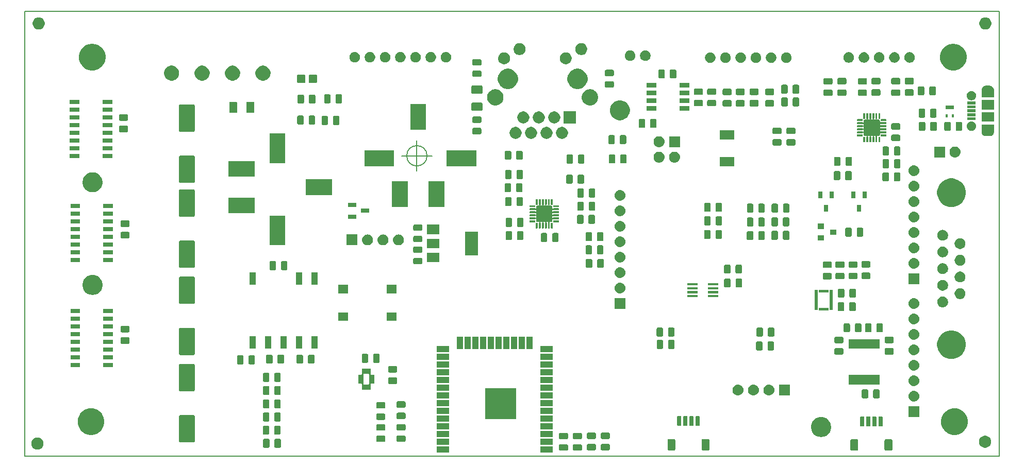
<source format=gts>
G04 #@! TF.GenerationSoftware,KiCad,Pcbnew,(5.1.2)-2*
G04 #@! TF.CreationDate,2019-07-18T14:35:39+09:00*
G04 #@! TF.ProjectId,mainPCB,6d61696e-5043-4422-9e6b-696361645f70,rev?*
G04 #@! TF.SameCoordinates,PX10a2f70PY6979248*
G04 #@! TF.FileFunction,Soldermask,Top*
G04 #@! TF.FilePolarity,Negative*
%FSLAX46Y46*%
G04 Gerber Fmt 4.6, Leading zero omitted, Abs format (unit mm)*
G04 Created by KiCad (PCBNEW (5.1.2)-2) date 2019-07-18 14:35:39*
%MOMM*%
%LPD*%
G04 APERTURE LIST*
%ADD10C,0.150000*%
%ADD11C,0.100000*%
G04 APERTURE END LIST*
D10*
X66055666Y49418240D02*
G75*
G03X66055666Y49418240I-1666666J0D01*
G01*
X61889000Y49418240D02*
X66889000Y49418240D01*
X64389000Y51918240D02*
X64389000Y46918240D01*
X17780Y73131680D02*
X17780Y-20320D01*
X160037780Y73131680D02*
X17780Y73131680D01*
X160037780Y-20320D02*
X160037780Y73131680D01*
X17780Y-20320D02*
X160037780Y-20320D01*
D11*
G36*
X86710280Y632680D02*
G01*
X84630280Y632680D01*
X84630280Y1612680D01*
X86710280Y1612680D01*
X86710280Y632680D01*
X86710280Y632680D01*
G37*
G36*
X69710280Y632680D02*
G01*
X67630280Y632680D01*
X67630280Y1612680D01*
X69710280Y1612680D01*
X69710280Y632680D01*
X69710280Y632680D01*
G37*
G36*
X142279780Y2786541D02*
G01*
X142321532Y2773876D01*
X142360011Y2753308D01*
X142393733Y2725633D01*
X142421408Y2691911D01*
X142441976Y2653432D01*
X142454641Y2611680D01*
X142459280Y2564578D01*
X142459280Y1137782D01*
X142454641Y1090680D01*
X142441976Y1048928D01*
X142421408Y1010449D01*
X142393733Y976727D01*
X142360011Y949052D01*
X142321532Y928484D01*
X142279780Y915819D01*
X142232678Y911180D01*
X141405882Y911180D01*
X141358780Y915819D01*
X141317028Y928484D01*
X141278549Y949052D01*
X141244827Y976727D01*
X141217152Y1010449D01*
X141196584Y1048928D01*
X141183919Y1090680D01*
X141179280Y1137782D01*
X141179280Y2564578D01*
X141183919Y2611680D01*
X141196584Y2653432D01*
X141217152Y2691911D01*
X141244827Y2725633D01*
X141278549Y2753308D01*
X141317028Y2773876D01*
X141358780Y2786541D01*
X141405882Y2791180D01*
X142232678Y2791180D01*
X142279780Y2786541D01*
X142279780Y2786541D01*
G37*
G36*
X136679780Y2786541D02*
G01*
X136721532Y2773876D01*
X136760011Y2753308D01*
X136793733Y2725633D01*
X136821408Y2691911D01*
X136841976Y2653432D01*
X136854641Y2611680D01*
X136859280Y2564578D01*
X136859280Y1137782D01*
X136854641Y1090680D01*
X136841976Y1048928D01*
X136821408Y1010449D01*
X136793733Y976727D01*
X136760011Y949052D01*
X136721532Y928484D01*
X136679780Y915819D01*
X136632678Y911180D01*
X135805882Y911180D01*
X135758780Y915819D01*
X135717028Y928484D01*
X135678549Y949052D01*
X135644827Y976727D01*
X135617152Y1010449D01*
X135596584Y1048928D01*
X135583919Y1090680D01*
X135579280Y1137782D01*
X135579280Y2564578D01*
X135583919Y2611680D01*
X135596584Y2653432D01*
X135617152Y2691911D01*
X135644827Y2725633D01*
X135678549Y2753308D01*
X135717028Y2773876D01*
X135758780Y2786541D01*
X135805882Y2791180D01*
X136632678Y2791180D01*
X136679780Y2786541D01*
X136679780Y2786541D01*
G37*
G36*
X91317102Y1977977D02*
G01*
X91359470Y1965124D01*
X91398526Y1944248D01*
X91432756Y1916156D01*
X91460848Y1881926D01*
X91481724Y1842870D01*
X91494577Y1800502D01*
X91499280Y1752745D01*
X91499280Y1157615D01*
X91494577Y1109858D01*
X91481724Y1067490D01*
X91460848Y1028434D01*
X91432756Y994204D01*
X91398526Y966112D01*
X91359470Y945236D01*
X91317102Y932383D01*
X91269345Y927680D01*
X90249215Y927680D01*
X90201458Y932383D01*
X90159090Y945236D01*
X90120034Y966112D01*
X90085804Y994204D01*
X90057712Y1028434D01*
X90036836Y1067490D01*
X90023983Y1109858D01*
X90019280Y1157615D01*
X90019280Y1752745D01*
X90023983Y1800502D01*
X90036836Y1842870D01*
X90057712Y1881926D01*
X90085804Y1916156D01*
X90120034Y1944248D01*
X90159090Y1965124D01*
X90201458Y1977977D01*
X90249215Y1982680D01*
X91269345Y1982680D01*
X91317102Y1977977D01*
X91317102Y1977977D01*
G37*
G36*
X89031102Y1977977D02*
G01*
X89073470Y1965124D01*
X89112526Y1944248D01*
X89146756Y1916156D01*
X89174848Y1881926D01*
X89195724Y1842870D01*
X89208577Y1800502D01*
X89213280Y1752745D01*
X89213280Y1157615D01*
X89208577Y1109858D01*
X89195724Y1067490D01*
X89174848Y1028434D01*
X89146756Y994204D01*
X89112526Y966112D01*
X89073470Y945236D01*
X89031102Y932383D01*
X88983345Y927680D01*
X87963215Y927680D01*
X87915458Y932383D01*
X87873090Y945236D01*
X87834034Y966112D01*
X87799804Y994204D01*
X87771712Y1028434D01*
X87750836Y1067490D01*
X87737983Y1109858D01*
X87733280Y1157615D01*
X87733280Y1752745D01*
X87737983Y1800502D01*
X87750836Y1842870D01*
X87771712Y1881926D01*
X87799804Y1916156D01*
X87834034Y1944248D01*
X87873090Y1965124D01*
X87915458Y1977977D01*
X87963215Y1982680D01*
X88983345Y1982680D01*
X89031102Y1977977D01*
X89031102Y1977977D01*
G37*
G36*
X112244280Y2850041D02*
G01*
X112286032Y2837376D01*
X112324511Y2816808D01*
X112358233Y2789133D01*
X112385908Y2755411D01*
X112406476Y2716932D01*
X112419141Y2675180D01*
X112423780Y2628078D01*
X112423780Y1201282D01*
X112419141Y1154180D01*
X112406476Y1112428D01*
X112385908Y1073949D01*
X112358233Y1040227D01*
X112324511Y1012552D01*
X112286032Y991984D01*
X112244280Y979319D01*
X112197178Y974680D01*
X111370382Y974680D01*
X111323280Y979319D01*
X111281528Y991984D01*
X111243049Y1012552D01*
X111209327Y1040227D01*
X111181652Y1073949D01*
X111161084Y1112428D01*
X111148419Y1154180D01*
X111143780Y1201282D01*
X111143780Y2628078D01*
X111148419Y2675180D01*
X111161084Y2716932D01*
X111181652Y2755411D01*
X111209327Y2789133D01*
X111243049Y2816808D01*
X111281528Y2837376D01*
X111323280Y2850041D01*
X111370382Y2854680D01*
X112197178Y2854680D01*
X112244280Y2850041D01*
X112244280Y2850041D01*
G37*
G36*
X106644280Y2850041D02*
G01*
X106686032Y2837376D01*
X106724511Y2816808D01*
X106758233Y2789133D01*
X106785908Y2755411D01*
X106806476Y2716932D01*
X106819141Y2675180D01*
X106823780Y2628078D01*
X106823780Y1201282D01*
X106819141Y1154180D01*
X106806476Y1112428D01*
X106785908Y1073949D01*
X106758233Y1040227D01*
X106724511Y1012552D01*
X106686032Y991984D01*
X106644280Y979319D01*
X106597178Y974680D01*
X105770382Y974680D01*
X105723280Y979319D01*
X105681528Y991984D01*
X105643049Y1012552D01*
X105609327Y1040227D01*
X105581652Y1073949D01*
X105561084Y1112428D01*
X105548419Y1154180D01*
X105543780Y1201282D01*
X105543780Y2628078D01*
X105548419Y2675180D01*
X105561084Y2716932D01*
X105581652Y2755411D01*
X105609327Y2789133D01*
X105643049Y2816808D01*
X105681528Y2837376D01*
X105723280Y2850041D01*
X105770382Y2854680D01*
X106597178Y2854680D01*
X106644280Y2850041D01*
X106644280Y2850041D01*
G37*
G36*
X93603102Y2026477D02*
G01*
X93645470Y2013624D01*
X93684526Y1992748D01*
X93718756Y1964656D01*
X93746848Y1930426D01*
X93767724Y1891370D01*
X93780577Y1849002D01*
X93785280Y1801245D01*
X93785280Y1206115D01*
X93780577Y1158358D01*
X93767724Y1115990D01*
X93746848Y1076934D01*
X93718756Y1042704D01*
X93684526Y1014612D01*
X93645470Y993736D01*
X93603102Y980883D01*
X93555345Y976180D01*
X92535215Y976180D01*
X92487458Y980883D01*
X92445090Y993736D01*
X92406034Y1014612D01*
X92371804Y1042704D01*
X92343712Y1076934D01*
X92322836Y1115990D01*
X92309983Y1158358D01*
X92305280Y1206115D01*
X92305280Y1801245D01*
X92309983Y1849002D01*
X92322836Y1891370D01*
X92343712Y1930426D01*
X92371804Y1964656D01*
X92406034Y1992748D01*
X92445090Y2013624D01*
X92487458Y2026477D01*
X92535215Y2031180D01*
X93555345Y2031180D01*
X93603102Y2026477D01*
X93603102Y2026477D01*
G37*
G36*
X95889102Y2026477D02*
G01*
X95931470Y2013624D01*
X95970526Y1992748D01*
X96004756Y1964656D01*
X96032848Y1930426D01*
X96053724Y1891370D01*
X96066577Y1849002D01*
X96071280Y1801245D01*
X96071280Y1206115D01*
X96066577Y1158358D01*
X96053724Y1115990D01*
X96032848Y1076934D01*
X96004756Y1042704D01*
X95970526Y1014612D01*
X95931470Y993736D01*
X95889102Y980883D01*
X95841345Y976180D01*
X94821215Y976180D01*
X94773458Y980883D01*
X94731090Y993736D01*
X94692034Y1014612D01*
X94657804Y1042704D01*
X94629712Y1076934D01*
X94608836Y1115990D01*
X94595983Y1158358D01*
X94591280Y1206115D01*
X94591280Y1801245D01*
X94595983Y1849002D01*
X94608836Y1891370D01*
X94629712Y1930426D01*
X94657804Y1964656D01*
X94692034Y1992748D01*
X94731090Y2013624D01*
X94773458Y2026477D01*
X94821215Y2031180D01*
X95841345Y2031180D01*
X95889102Y2026477D01*
X95889102Y2026477D01*
G37*
G36*
X2374489Y3044371D02*
G01*
X2556478Y2968989D01*
X2720263Y2859551D01*
X2859551Y2720263D01*
X2968989Y2556478D01*
X3044371Y2374489D01*
X3082800Y2181291D01*
X3082800Y1984309D01*
X3044371Y1791111D01*
X2968989Y1609122D01*
X2859551Y1445337D01*
X2720263Y1306049D01*
X2556478Y1196611D01*
X2374489Y1121229D01*
X2181291Y1082800D01*
X1984309Y1082800D01*
X1791111Y1121229D01*
X1609122Y1196611D01*
X1445337Y1306049D01*
X1306049Y1445337D01*
X1196611Y1609122D01*
X1121229Y1791111D01*
X1082800Y1984309D01*
X1082800Y2181291D01*
X1121229Y2374489D01*
X1196611Y2556478D01*
X1306049Y2720263D01*
X1445337Y2859551D01*
X1609122Y2968989D01*
X1791111Y3044371D01*
X1984309Y3082800D01*
X2181291Y3082800D01*
X2374489Y3044371D01*
X2374489Y3044371D01*
G37*
G36*
X157974889Y3349171D02*
G01*
X158156878Y3273789D01*
X158320663Y3164351D01*
X158459951Y3025063D01*
X158569389Y2861278D01*
X158644771Y2679289D01*
X158683200Y2486091D01*
X158683200Y2289109D01*
X158644771Y2095911D01*
X158569389Y1913922D01*
X158459951Y1750137D01*
X158320663Y1610849D01*
X158156878Y1501411D01*
X157974889Y1426029D01*
X157781691Y1387600D01*
X157584709Y1387600D01*
X157391511Y1426029D01*
X157209522Y1501411D01*
X157045737Y1610849D01*
X156906449Y1750137D01*
X156797011Y1913922D01*
X156721629Y2095911D01*
X156683200Y2289109D01*
X156683200Y2486091D01*
X156721629Y2679289D01*
X156797011Y2861278D01*
X156906449Y3025063D01*
X157045737Y3164351D01*
X157209522Y3273789D01*
X157391511Y3349171D01*
X157584709Y3387600D01*
X157781691Y3387600D01*
X157974889Y3349171D01*
X157974889Y3349171D01*
G37*
G36*
X41877102Y2873977D02*
G01*
X41919470Y2861124D01*
X41958526Y2840248D01*
X41992756Y2812156D01*
X42020848Y2777926D01*
X42041724Y2738870D01*
X42054577Y2696502D01*
X42059280Y2648745D01*
X42059280Y1628615D01*
X42054577Y1580858D01*
X42041724Y1538490D01*
X42020848Y1499434D01*
X41992756Y1465204D01*
X41958526Y1437112D01*
X41919470Y1416236D01*
X41877102Y1403383D01*
X41829345Y1398680D01*
X41234215Y1398680D01*
X41186458Y1403383D01*
X41144090Y1416236D01*
X41105034Y1437112D01*
X41070804Y1465204D01*
X41042712Y1499434D01*
X41021836Y1538490D01*
X41008983Y1580858D01*
X41004280Y1628615D01*
X41004280Y2648745D01*
X41008983Y2696502D01*
X41021836Y2738870D01*
X41042712Y2777926D01*
X41070804Y2812156D01*
X41105034Y2840248D01*
X41144090Y2861124D01*
X41186458Y2873977D01*
X41234215Y2878680D01*
X41829345Y2878680D01*
X41877102Y2873977D01*
X41877102Y2873977D01*
G37*
G36*
X40002102Y2873977D02*
G01*
X40044470Y2861124D01*
X40083526Y2840248D01*
X40117756Y2812156D01*
X40145848Y2777926D01*
X40166724Y2738870D01*
X40179577Y2696502D01*
X40184280Y2648745D01*
X40184280Y1628615D01*
X40179577Y1580858D01*
X40166724Y1538490D01*
X40145848Y1499434D01*
X40117756Y1465204D01*
X40083526Y1437112D01*
X40044470Y1416236D01*
X40002102Y1403383D01*
X39954345Y1398680D01*
X39359215Y1398680D01*
X39311458Y1403383D01*
X39269090Y1416236D01*
X39230034Y1437112D01*
X39195804Y1465204D01*
X39167712Y1499434D01*
X39146836Y1538490D01*
X39133983Y1580858D01*
X39129280Y1628615D01*
X39129280Y2648745D01*
X39133983Y2696502D01*
X39146836Y2738870D01*
X39167712Y2777926D01*
X39195804Y2812156D01*
X39230034Y2840248D01*
X39269090Y2861124D01*
X39311458Y2873977D01*
X39359215Y2878680D01*
X39954345Y2878680D01*
X40002102Y2873977D01*
X40002102Y2873977D01*
G37*
G36*
X86710280Y1902680D02*
G01*
X84630280Y1902680D01*
X84630280Y2882680D01*
X86710280Y2882680D01*
X86710280Y1902680D01*
X86710280Y1902680D01*
G37*
G36*
X69710280Y1902680D02*
G01*
X67630280Y1902680D01*
X67630280Y2882680D01*
X69710280Y2882680D01*
X69710280Y1902680D01*
X69710280Y1902680D01*
G37*
G36*
X27754836Y6769519D02*
G01*
X27791916Y6758271D01*
X27826079Y6740010D01*
X27856030Y6715430D01*
X27880610Y6685479D01*
X27898871Y6651316D01*
X27910119Y6614236D01*
X27914280Y6571993D01*
X27914280Y2495367D01*
X27910119Y2453124D01*
X27898871Y2416044D01*
X27880610Y2381881D01*
X27856030Y2351930D01*
X27826079Y2327350D01*
X27791916Y2309089D01*
X27754836Y2297841D01*
X27712593Y2293680D01*
X25535967Y2293680D01*
X25493724Y2297841D01*
X25456644Y2309089D01*
X25422481Y2327350D01*
X25392530Y2351930D01*
X25367950Y2381881D01*
X25349689Y2416044D01*
X25338441Y2453124D01*
X25334280Y2495367D01*
X25334280Y6571993D01*
X25338441Y6614236D01*
X25349689Y6651316D01*
X25367950Y6685479D01*
X25392530Y6715430D01*
X25422481Y6740010D01*
X25456644Y6758271D01*
X25493724Y6769519D01*
X25535967Y6773680D01*
X27712593Y6773680D01*
X27754836Y6769519D01*
X27754836Y6769519D01*
G37*
G36*
X59008302Y3400377D02*
G01*
X59050670Y3387524D01*
X59089726Y3366648D01*
X59123956Y3338556D01*
X59152048Y3304326D01*
X59172924Y3265270D01*
X59185777Y3222902D01*
X59190480Y3175145D01*
X59190480Y2580015D01*
X59185777Y2532258D01*
X59172924Y2489890D01*
X59152048Y2450834D01*
X59123956Y2416604D01*
X59089726Y2388512D01*
X59050670Y2367636D01*
X59008302Y2354783D01*
X58960545Y2350080D01*
X57940415Y2350080D01*
X57892658Y2354783D01*
X57850290Y2367636D01*
X57811234Y2388512D01*
X57777004Y2416604D01*
X57748912Y2450834D01*
X57728036Y2489890D01*
X57715183Y2532258D01*
X57710480Y2580015D01*
X57710480Y3175145D01*
X57715183Y3222902D01*
X57728036Y3265270D01*
X57748912Y3304326D01*
X57777004Y3338556D01*
X57811234Y3366648D01*
X57850290Y3387524D01*
X57892658Y3400377D01*
X57940415Y3405080D01*
X58960545Y3405080D01*
X59008302Y3400377D01*
X59008302Y3400377D01*
G37*
G36*
X62348402Y3423477D02*
G01*
X62390770Y3410624D01*
X62429826Y3389748D01*
X62464056Y3361656D01*
X62492148Y3327426D01*
X62513024Y3288370D01*
X62525877Y3246002D01*
X62530580Y3198245D01*
X62530580Y2603115D01*
X62525877Y2555358D01*
X62513024Y2512990D01*
X62492148Y2473934D01*
X62464056Y2439704D01*
X62429826Y2411612D01*
X62390770Y2390736D01*
X62348402Y2377883D01*
X62300645Y2373180D01*
X61280515Y2373180D01*
X61232758Y2377883D01*
X61190390Y2390736D01*
X61151334Y2411612D01*
X61117104Y2439704D01*
X61089012Y2473934D01*
X61068136Y2512990D01*
X61055283Y2555358D01*
X61050580Y2603115D01*
X61050580Y3198245D01*
X61055283Y3246002D01*
X61068136Y3288370D01*
X61089012Y3327426D01*
X61117104Y3361656D01*
X61151334Y3389748D01*
X61190390Y3410624D01*
X61232758Y3423477D01*
X61280515Y3428180D01*
X62300645Y3428180D01*
X62348402Y3423477D01*
X62348402Y3423477D01*
G37*
G36*
X91317102Y3852977D02*
G01*
X91359470Y3840124D01*
X91398526Y3819248D01*
X91432756Y3791156D01*
X91460848Y3756926D01*
X91481724Y3717870D01*
X91494577Y3675502D01*
X91499280Y3627745D01*
X91499280Y3032615D01*
X91494577Y2984858D01*
X91481724Y2942490D01*
X91460848Y2903434D01*
X91432756Y2869204D01*
X91398526Y2841112D01*
X91359470Y2820236D01*
X91317102Y2807383D01*
X91269345Y2802680D01*
X90249215Y2802680D01*
X90201458Y2807383D01*
X90159090Y2820236D01*
X90120034Y2841112D01*
X90085804Y2869204D01*
X90057712Y2903434D01*
X90036836Y2942490D01*
X90023983Y2984858D01*
X90019280Y3032615D01*
X90019280Y3627745D01*
X90023983Y3675502D01*
X90036836Y3717870D01*
X90057712Y3756926D01*
X90085804Y3791156D01*
X90120034Y3819248D01*
X90159090Y3840124D01*
X90201458Y3852977D01*
X90249215Y3857680D01*
X91269345Y3857680D01*
X91317102Y3852977D01*
X91317102Y3852977D01*
G37*
G36*
X89031102Y3852977D02*
G01*
X89073470Y3840124D01*
X89112526Y3819248D01*
X89146756Y3791156D01*
X89174848Y3756926D01*
X89195724Y3717870D01*
X89208577Y3675502D01*
X89213280Y3627745D01*
X89213280Y3032615D01*
X89208577Y2984858D01*
X89195724Y2942490D01*
X89174848Y2903434D01*
X89146756Y2869204D01*
X89112526Y2841112D01*
X89073470Y2820236D01*
X89031102Y2807383D01*
X88983345Y2802680D01*
X87963215Y2802680D01*
X87915458Y2807383D01*
X87873090Y2820236D01*
X87834034Y2841112D01*
X87799804Y2869204D01*
X87771712Y2903434D01*
X87750836Y2942490D01*
X87737983Y2984858D01*
X87733280Y3032615D01*
X87733280Y3627745D01*
X87737983Y3675502D01*
X87750836Y3717870D01*
X87771712Y3756926D01*
X87799804Y3791156D01*
X87834034Y3819248D01*
X87873090Y3840124D01*
X87915458Y3852977D01*
X87963215Y3857680D01*
X88983345Y3857680D01*
X89031102Y3852977D01*
X89031102Y3852977D01*
G37*
G36*
X95889102Y3901477D02*
G01*
X95931470Y3888624D01*
X95970526Y3867748D01*
X96004756Y3839656D01*
X96032848Y3805426D01*
X96053724Y3766370D01*
X96066577Y3724002D01*
X96071280Y3676245D01*
X96071280Y3081115D01*
X96066577Y3033358D01*
X96053724Y2990990D01*
X96032848Y2951934D01*
X96004756Y2917704D01*
X95970526Y2889612D01*
X95931470Y2868736D01*
X95889102Y2855883D01*
X95841345Y2851180D01*
X94821215Y2851180D01*
X94773458Y2855883D01*
X94731090Y2868736D01*
X94692034Y2889612D01*
X94657804Y2917704D01*
X94629712Y2951934D01*
X94608836Y2990990D01*
X94595983Y3033358D01*
X94591280Y3081115D01*
X94591280Y3676245D01*
X94595983Y3724002D01*
X94608836Y3766370D01*
X94629712Y3805426D01*
X94657804Y3839656D01*
X94692034Y3867748D01*
X94731090Y3888624D01*
X94773458Y3901477D01*
X94821215Y3906180D01*
X95841345Y3906180D01*
X95889102Y3901477D01*
X95889102Y3901477D01*
G37*
G36*
X93603102Y3901477D02*
G01*
X93645470Y3888624D01*
X93684526Y3867748D01*
X93718756Y3839656D01*
X93746848Y3805426D01*
X93767724Y3766370D01*
X93780577Y3724002D01*
X93785280Y3676245D01*
X93785280Y3081115D01*
X93780577Y3033358D01*
X93767724Y2990990D01*
X93746848Y2951934D01*
X93718756Y2917704D01*
X93684526Y2889612D01*
X93645470Y2868736D01*
X93603102Y2855883D01*
X93555345Y2851180D01*
X92535215Y2851180D01*
X92487458Y2855883D01*
X92445090Y2868736D01*
X92406034Y2889612D01*
X92371804Y2917704D01*
X92343712Y2951934D01*
X92322836Y2990990D01*
X92309983Y3033358D01*
X92305280Y3081115D01*
X92305280Y3676245D01*
X92309983Y3724002D01*
X92322836Y3766370D01*
X92343712Y3805426D01*
X92371804Y3839656D01*
X92406034Y3867748D01*
X92445090Y3888624D01*
X92487458Y3901477D01*
X92535215Y3906180D01*
X93555345Y3906180D01*
X93603102Y3901477D01*
X93603102Y3901477D01*
G37*
G36*
X131084228Y6414168D02*
G01*
X131242651Y6382655D01*
X131541114Y6259028D01*
X131809719Y6079552D01*
X132038152Y5851119D01*
X132217628Y5582514D01*
X132341255Y5284051D01*
X132369855Y5140270D01*
X132400721Y4985100D01*
X132404280Y4967205D01*
X132404280Y4644155D01*
X132341255Y4327309D01*
X132217628Y4028846D01*
X132038152Y3760241D01*
X131809719Y3531808D01*
X131541114Y3352332D01*
X131242651Y3228705D01*
X131089519Y3198245D01*
X130925806Y3165680D01*
X130602754Y3165680D01*
X130439041Y3198245D01*
X130285909Y3228705D01*
X129987446Y3352332D01*
X129718841Y3531808D01*
X129490408Y3760241D01*
X129310932Y4028846D01*
X129187305Y4327309D01*
X129124280Y4644155D01*
X129124280Y4967205D01*
X129127840Y4985100D01*
X129158705Y5140270D01*
X129187305Y5284051D01*
X129310932Y5582514D01*
X129490408Y5851119D01*
X129718841Y6079552D01*
X129987446Y6259028D01*
X130285909Y6382655D01*
X130444332Y6414167D01*
X130602754Y6445680D01*
X130925806Y6445680D01*
X131084228Y6414168D01*
X131084228Y6414168D01*
G37*
G36*
X86710280Y3172680D02*
G01*
X84630280Y3172680D01*
X84630280Y4152680D01*
X86710280Y4152680D01*
X86710280Y3172680D01*
X86710280Y3172680D01*
G37*
G36*
X69710280Y3172680D02*
G01*
X67630280Y3172680D01*
X67630280Y4152680D01*
X69710280Y4152680D01*
X69710280Y3172680D01*
X69710280Y3172680D01*
G37*
G36*
X11218161Y7859580D02*
G01*
X11515080Y7800519D01*
X11913636Y7635432D01*
X12272323Y7395764D01*
X12577364Y7090723D01*
X12817032Y6732036D01*
X12982119Y6333480D01*
X12996928Y6259029D01*
X13059072Y5946615D01*
X13066280Y5910375D01*
X13066280Y5478985D01*
X12982119Y5055880D01*
X12817032Y4657324D01*
X12577364Y4298637D01*
X12272323Y3993596D01*
X11913636Y3753928D01*
X11515080Y3588841D01*
X11446683Y3575236D01*
X11091976Y3504680D01*
X10660584Y3504680D01*
X10305877Y3575236D01*
X10237480Y3588841D01*
X9838924Y3753928D01*
X9480237Y3993596D01*
X9175196Y4298637D01*
X8935528Y4657324D01*
X8770441Y5055880D01*
X8686280Y5478985D01*
X8686280Y5910375D01*
X8693489Y5946615D01*
X8755632Y6259029D01*
X8770441Y6333480D01*
X8935528Y6732036D01*
X9175196Y7090723D01*
X9480237Y7395764D01*
X9838924Y7635432D01*
X10237480Y7800519D01*
X10534399Y7859580D01*
X10660584Y7884680D01*
X11091976Y7884680D01*
X11218161Y7859580D01*
X11218161Y7859580D01*
G37*
G36*
X153013661Y7859580D02*
G01*
X153310580Y7800519D01*
X153709136Y7635432D01*
X154067823Y7395764D01*
X154372864Y7090723D01*
X154612532Y6732036D01*
X154777619Y6333480D01*
X154792428Y6259029D01*
X154854572Y5946615D01*
X154861780Y5910375D01*
X154861780Y5478985D01*
X154777619Y5055880D01*
X154612532Y4657324D01*
X154372864Y4298637D01*
X154067823Y3993596D01*
X153709136Y3753928D01*
X153310580Y3588841D01*
X153242183Y3575236D01*
X152887476Y3504680D01*
X152456084Y3504680D01*
X152101377Y3575236D01*
X152032980Y3588841D01*
X151634424Y3753928D01*
X151275737Y3993596D01*
X150970696Y4298637D01*
X150731028Y4657324D01*
X150565941Y5055880D01*
X150481780Y5478985D01*
X150481780Y5910375D01*
X150488989Y5946615D01*
X150551132Y6259029D01*
X150565941Y6333480D01*
X150731028Y6732036D01*
X150970696Y7090723D01*
X151275737Y7395764D01*
X151634424Y7635432D01*
X152032980Y7800519D01*
X152329899Y7859580D01*
X152456084Y7884680D01*
X152887476Y7884680D01*
X153013661Y7859580D01*
X153013661Y7859580D01*
G37*
G36*
X39953602Y5032977D02*
G01*
X39995970Y5020124D01*
X40035026Y4999248D01*
X40069256Y4971156D01*
X40097348Y4936926D01*
X40118224Y4897870D01*
X40131077Y4855502D01*
X40135780Y4807745D01*
X40135780Y3787615D01*
X40131077Y3739858D01*
X40118224Y3697490D01*
X40097348Y3658434D01*
X40069256Y3624204D01*
X40035026Y3596112D01*
X39995970Y3575236D01*
X39953602Y3562383D01*
X39905845Y3557680D01*
X39310715Y3557680D01*
X39262958Y3562383D01*
X39220590Y3575236D01*
X39181534Y3596112D01*
X39147304Y3624204D01*
X39119212Y3658434D01*
X39098336Y3697490D01*
X39085483Y3739858D01*
X39080780Y3787615D01*
X39080780Y4807745D01*
X39085483Y4855502D01*
X39098336Y4897870D01*
X39119212Y4936926D01*
X39147304Y4971156D01*
X39181534Y4999248D01*
X39220590Y5020124D01*
X39262958Y5032977D01*
X39310715Y5037680D01*
X39905845Y5037680D01*
X39953602Y5032977D01*
X39953602Y5032977D01*
G37*
G36*
X41828602Y5032977D02*
G01*
X41870970Y5020124D01*
X41910026Y4999248D01*
X41944256Y4971156D01*
X41972348Y4936926D01*
X41993224Y4897870D01*
X42006077Y4855502D01*
X42010780Y4807745D01*
X42010780Y3787615D01*
X42006077Y3739858D01*
X41993224Y3697490D01*
X41972348Y3658434D01*
X41944256Y3624204D01*
X41910026Y3596112D01*
X41870970Y3575236D01*
X41828602Y3562383D01*
X41780845Y3557680D01*
X41185715Y3557680D01*
X41137958Y3562383D01*
X41095590Y3575236D01*
X41056534Y3596112D01*
X41022304Y3624204D01*
X40994212Y3658434D01*
X40973336Y3697490D01*
X40960483Y3739858D01*
X40955780Y3787615D01*
X40955780Y4807745D01*
X40960483Y4855502D01*
X40973336Y4897870D01*
X40994212Y4936926D01*
X41022304Y4971156D01*
X41056534Y4999248D01*
X41095590Y5020124D01*
X41137958Y5032977D01*
X41185715Y5037680D01*
X41780845Y5037680D01*
X41828602Y5032977D01*
X41828602Y5032977D01*
G37*
G36*
X59008302Y5275377D02*
G01*
X59050670Y5262524D01*
X59089726Y5241648D01*
X59123956Y5213556D01*
X59152048Y5179326D01*
X59172924Y5140270D01*
X59185777Y5097902D01*
X59190480Y5050145D01*
X59190480Y4455015D01*
X59185777Y4407258D01*
X59172924Y4364890D01*
X59152048Y4325834D01*
X59123956Y4291604D01*
X59089726Y4263512D01*
X59050670Y4242636D01*
X59008302Y4229783D01*
X58960545Y4225080D01*
X57940415Y4225080D01*
X57892658Y4229783D01*
X57850290Y4242636D01*
X57811234Y4263512D01*
X57777004Y4291604D01*
X57748912Y4325834D01*
X57728036Y4364890D01*
X57715183Y4407258D01*
X57710480Y4455015D01*
X57710480Y5050145D01*
X57715183Y5097902D01*
X57728036Y5140270D01*
X57748912Y5179326D01*
X57777004Y5213556D01*
X57811234Y5241648D01*
X57850290Y5262524D01*
X57892658Y5275377D01*
X57940415Y5280080D01*
X58960545Y5280080D01*
X59008302Y5275377D01*
X59008302Y5275377D01*
G37*
G36*
X62348402Y5298477D02*
G01*
X62390770Y5285624D01*
X62429826Y5264748D01*
X62464056Y5236656D01*
X62492148Y5202426D01*
X62513024Y5163370D01*
X62525877Y5121002D01*
X62530580Y5073245D01*
X62530580Y4478115D01*
X62525877Y4430358D01*
X62513024Y4387990D01*
X62492148Y4348934D01*
X62464056Y4314704D01*
X62429826Y4286612D01*
X62390770Y4265736D01*
X62348402Y4252883D01*
X62300645Y4248180D01*
X61280515Y4248180D01*
X61232758Y4252883D01*
X61190390Y4265736D01*
X61151334Y4286612D01*
X61117104Y4314704D01*
X61089012Y4348934D01*
X61068136Y4387990D01*
X61055283Y4430358D01*
X61050580Y4478115D01*
X61050580Y5073245D01*
X61055283Y5121002D01*
X61068136Y5163370D01*
X61089012Y5202426D01*
X61117104Y5236656D01*
X61151334Y5264748D01*
X61190390Y5285624D01*
X61232758Y5298477D01*
X61280515Y5303180D01*
X62300645Y5303180D01*
X62348402Y5298477D01*
X62348402Y5298477D01*
G37*
G36*
X69710280Y4442680D02*
G01*
X67630280Y4442680D01*
X67630280Y5422680D01*
X69710280Y5422680D01*
X69710280Y4442680D01*
X69710280Y4442680D01*
G37*
G36*
X86710280Y4442680D02*
G01*
X84630280Y4442680D01*
X84630280Y5422680D01*
X86710280Y5422680D01*
X86710280Y4442680D01*
X86710280Y4442680D01*
G37*
G36*
X137752562Y6538278D02*
G01*
X137777345Y6530760D01*
X137800193Y6518547D01*
X137820215Y6502115D01*
X137836647Y6482093D01*
X137848860Y6459245D01*
X137856378Y6434462D01*
X137859280Y6404994D01*
X137859280Y5047366D01*
X137856378Y5017898D01*
X137848860Y4993115D01*
X137836647Y4970267D01*
X137820215Y4950245D01*
X137800193Y4933813D01*
X137777345Y4921600D01*
X137752562Y4914082D01*
X137723094Y4911180D01*
X137315466Y4911180D01*
X137285998Y4914082D01*
X137261215Y4921600D01*
X137238367Y4933813D01*
X137218345Y4950245D01*
X137201913Y4970267D01*
X137189700Y4993115D01*
X137182182Y5017898D01*
X137179280Y5047366D01*
X137179280Y6404994D01*
X137182182Y6434462D01*
X137189700Y6459245D01*
X137201913Y6482093D01*
X137218345Y6502115D01*
X137238367Y6518547D01*
X137261215Y6530760D01*
X137285998Y6538278D01*
X137315466Y6541180D01*
X137723094Y6541180D01*
X137752562Y6538278D01*
X137752562Y6538278D01*
G37*
G36*
X140752562Y6538278D02*
G01*
X140777345Y6530760D01*
X140800193Y6518547D01*
X140820215Y6502115D01*
X140836647Y6482093D01*
X140848860Y6459245D01*
X140856378Y6434462D01*
X140859280Y6404994D01*
X140859280Y5047366D01*
X140856378Y5017898D01*
X140848860Y4993115D01*
X140836647Y4970267D01*
X140820215Y4950245D01*
X140800193Y4933813D01*
X140777345Y4921600D01*
X140752562Y4914082D01*
X140723094Y4911180D01*
X140315466Y4911180D01*
X140285998Y4914082D01*
X140261215Y4921600D01*
X140238367Y4933813D01*
X140218345Y4950245D01*
X140201913Y4970267D01*
X140189700Y4993115D01*
X140182182Y5017898D01*
X140179280Y5047366D01*
X140179280Y6404994D01*
X140182182Y6434462D01*
X140189700Y6459245D01*
X140201913Y6482093D01*
X140218345Y6502115D01*
X140238367Y6518547D01*
X140261215Y6530760D01*
X140285998Y6538278D01*
X140315466Y6541180D01*
X140723094Y6541180D01*
X140752562Y6538278D01*
X140752562Y6538278D01*
G37*
G36*
X139752562Y6538278D02*
G01*
X139777345Y6530760D01*
X139800193Y6518547D01*
X139820215Y6502115D01*
X139836647Y6482093D01*
X139848860Y6459245D01*
X139856378Y6434462D01*
X139859280Y6404994D01*
X139859280Y5047366D01*
X139856378Y5017898D01*
X139848860Y4993115D01*
X139836647Y4970267D01*
X139820215Y4950245D01*
X139800193Y4933813D01*
X139777345Y4921600D01*
X139752562Y4914082D01*
X139723094Y4911180D01*
X139315466Y4911180D01*
X139285998Y4914082D01*
X139261215Y4921600D01*
X139238367Y4933813D01*
X139218345Y4950245D01*
X139201913Y4970267D01*
X139189700Y4993115D01*
X139182182Y5017898D01*
X139179280Y5047366D01*
X139179280Y6404994D01*
X139182182Y6434462D01*
X139189700Y6459245D01*
X139201913Y6482093D01*
X139218345Y6502115D01*
X139238367Y6518547D01*
X139261215Y6530760D01*
X139285998Y6538278D01*
X139315466Y6541180D01*
X139723094Y6541180D01*
X139752562Y6538278D01*
X139752562Y6538278D01*
G37*
G36*
X138752562Y6538278D02*
G01*
X138777345Y6530760D01*
X138800193Y6518547D01*
X138820215Y6502115D01*
X138836647Y6482093D01*
X138848860Y6459245D01*
X138856378Y6434462D01*
X138859280Y6404994D01*
X138859280Y5047366D01*
X138856378Y5017898D01*
X138848860Y4993115D01*
X138836647Y4970267D01*
X138820215Y4950245D01*
X138800193Y4933813D01*
X138777345Y4921600D01*
X138752562Y4914082D01*
X138723094Y4911180D01*
X138315466Y4911180D01*
X138285998Y4914082D01*
X138261215Y4921600D01*
X138238367Y4933813D01*
X138218345Y4950245D01*
X138201913Y4970267D01*
X138189700Y4993115D01*
X138182182Y5017898D01*
X138179280Y5047366D01*
X138179280Y6404994D01*
X138182182Y6434462D01*
X138189700Y6459245D01*
X138201913Y6482093D01*
X138218345Y6502115D01*
X138238367Y6518547D01*
X138261215Y6530760D01*
X138285998Y6538278D01*
X138315466Y6541180D01*
X138723094Y6541180D01*
X138752562Y6538278D01*
X138752562Y6538278D01*
G37*
G36*
X110717062Y6601778D02*
G01*
X110741845Y6594260D01*
X110764693Y6582047D01*
X110784715Y6565615D01*
X110801147Y6545593D01*
X110813360Y6522745D01*
X110820878Y6497962D01*
X110823780Y6468494D01*
X110823780Y5110866D01*
X110820878Y5081398D01*
X110813360Y5056615D01*
X110801147Y5033767D01*
X110784715Y5013745D01*
X110764693Y4997313D01*
X110741845Y4985100D01*
X110717062Y4977582D01*
X110687594Y4974680D01*
X110279966Y4974680D01*
X110250498Y4977582D01*
X110225715Y4985100D01*
X110202867Y4997313D01*
X110182845Y5013745D01*
X110166413Y5033767D01*
X110154200Y5056615D01*
X110146682Y5081398D01*
X110143780Y5110866D01*
X110143780Y6468494D01*
X110146682Y6497962D01*
X110154200Y6522745D01*
X110166413Y6545593D01*
X110182845Y6565615D01*
X110202867Y6582047D01*
X110225715Y6594260D01*
X110250498Y6601778D01*
X110279966Y6604680D01*
X110687594Y6604680D01*
X110717062Y6601778D01*
X110717062Y6601778D01*
G37*
G36*
X107717062Y6601778D02*
G01*
X107741845Y6594260D01*
X107764693Y6582047D01*
X107784715Y6565615D01*
X107801147Y6545593D01*
X107813360Y6522745D01*
X107820878Y6497962D01*
X107823780Y6468494D01*
X107823780Y5110866D01*
X107820878Y5081398D01*
X107813360Y5056615D01*
X107801147Y5033767D01*
X107784715Y5013745D01*
X107764693Y4997313D01*
X107741845Y4985100D01*
X107717062Y4977582D01*
X107687594Y4974680D01*
X107279966Y4974680D01*
X107250498Y4977582D01*
X107225715Y4985100D01*
X107202867Y4997313D01*
X107182845Y5013745D01*
X107166413Y5033767D01*
X107154200Y5056615D01*
X107146682Y5081398D01*
X107143780Y5110866D01*
X107143780Y6468494D01*
X107146682Y6497962D01*
X107154200Y6522745D01*
X107166413Y6545593D01*
X107182845Y6565615D01*
X107202867Y6582047D01*
X107225715Y6594260D01*
X107250498Y6601778D01*
X107279966Y6604680D01*
X107687594Y6604680D01*
X107717062Y6601778D01*
X107717062Y6601778D01*
G37*
G36*
X108717062Y6601778D02*
G01*
X108741845Y6594260D01*
X108764693Y6582047D01*
X108784715Y6565615D01*
X108801147Y6545593D01*
X108813360Y6522745D01*
X108820878Y6497962D01*
X108823780Y6468494D01*
X108823780Y5110866D01*
X108820878Y5081398D01*
X108813360Y5056615D01*
X108801147Y5033767D01*
X108784715Y5013745D01*
X108764693Y4997313D01*
X108741845Y4985100D01*
X108717062Y4977582D01*
X108687594Y4974680D01*
X108279966Y4974680D01*
X108250498Y4977582D01*
X108225715Y4985100D01*
X108202867Y4997313D01*
X108182845Y5013745D01*
X108166413Y5033767D01*
X108154200Y5056615D01*
X108146682Y5081398D01*
X108143780Y5110866D01*
X108143780Y6468494D01*
X108146682Y6497962D01*
X108154200Y6522745D01*
X108166413Y6545593D01*
X108182845Y6565615D01*
X108202867Y6582047D01*
X108225715Y6594260D01*
X108250498Y6601778D01*
X108279966Y6604680D01*
X108687594Y6604680D01*
X108717062Y6601778D01*
X108717062Y6601778D01*
G37*
G36*
X109717062Y6601778D02*
G01*
X109741845Y6594260D01*
X109764693Y6582047D01*
X109784715Y6565615D01*
X109801147Y6545593D01*
X109813360Y6522745D01*
X109820878Y6497962D01*
X109823780Y6468494D01*
X109823780Y5110866D01*
X109820878Y5081398D01*
X109813360Y5056615D01*
X109801147Y5033767D01*
X109784715Y5013745D01*
X109764693Y4997313D01*
X109741845Y4985100D01*
X109717062Y4977582D01*
X109687594Y4974680D01*
X109279966Y4974680D01*
X109250498Y4977582D01*
X109225715Y4985100D01*
X109202867Y4997313D01*
X109182845Y5013745D01*
X109166413Y5033767D01*
X109154200Y5056615D01*
X109146682Y5081398D01*
X109143780Y5110866D01*
X109143780Y6468494D01*
X109146682Y6497962D01*
X109154200Y6522745D01*
X109166413Y6545593D01*
X109182845Y6565615D01*
X109202867Y6582047D01*
X109225715Y6594260D01*
X109250498Y6601778D01*
X109279966Y6604680D01*
X109687594Y6604680D01*
X109717062Y6601778D01*
X109717062Y6601778D01*
G37*
G36*
X69710280Y5712680D02*
G01*
X67630280Y5712680D01*
X67630280Y6692680D01*
X69710280Y6692680D01*
X69710280Y5712680D01*
X69710280Y5712680D01*
G37*
G36*
X86710280Y5712680D02*
G01*
X84630280Y5712680D01*
X84630280Y6692680D01*
X86710280Y6692680D01*
X86710280Y5712680D01*
X86710280Y5712680D01*
G37*
G36*
X41854002Y7191977D02*
G01*
X41896370Y7179124D01*
X41935426Y7158248D01*
X41969656Y7130156D01*
X41997748Y7095926D01*
X42018624Y7056870D01*
X42031477Y7014502D01*
X42036180Y6966745D01*
X42036180Y5946615D01*
X42031477Y5898858D01*
X42018624Y5856490D01*
X41997748Y5817434D01*
X41969656Y5783204D01*
X41935426Y5755112D01*
X41896370Y5734236D01*
X41854002Y5721383D01*
X41806245Y5716680D01*
X41211115Y5716680D01*
X41163358Y5721383D01*
X41120990Y5734236D01*
X41081934Y5755112D01*
X41047704Y5783204D01*
X41019612Y5817434D01*
X40998736Y5856490D01*
X40985883Y5898858D01*
X40981180Y5946615D01*
X40981180Y6966745D01*
X40985883Y7014502D01*
X40998736Y7056870D01*
X41019612Y7095926D01*
X41047704Y7130156D01*
X41081934Y7158248D01*
X41120990Y7179124D01*
X41163358Y7191977D01*
X41211115Y7196680D01*
X41806245Y7196680D01*
X41854002Y7191977D01*
X41854002Y7191977D01*
G37*
G36*
X39979002Y7191977D02*
G01*
X40021370Y7179124D01*
X40060426Y7158248D01*
X40094656Y7130156D01*
X40122748Y7095926D01*
X40143624Y7056870D01*
X40156477Y7014502D01*
X40161180Y6966745D01*
X40161180Y5946615D01*
X40156477Y5898858D01*
X40143624Y5856490D01*
X40122748Y5817434D01*
X40094656Y5783204D01*
X40060426Y5755112D01*
X40021370Y5734236D01*
X39979002Y5721383D01*
X39931245Y5716680D01*
X39336115Y5716680D01*
X39288358Y5721383D01*
X39245990Y5734236D01*
X39206934Y5755112D01*
X39172704Y5783204D01*
X39144612Y5817434D01*
X39123736Y5856490D01*
X39110883Y5898858D01*
X39106180Y5946615D01*
X39106180Y6966745D01*
X39110883Y7014502D01*
X39123736Y7056870D01*
X39144612Y7095926D01*
X39172704Y7130156D01*
X39206934Y7158248D01*
X39245990Y7179124D01*
X39288358Y7191977D01*
X39336115Y7196680D01*
X39931245Y7196680D01*
X39979002Y7191977D01*
X39979002Y7191977D01*
G37*
G36*
X59008302Y7034877D02*
G01*
X59050670Y7022024D01*
X59089726Y7001148D01*
X59123956Y6973056D01*
X59152048Y6938826D01*
X59172924Y6899770D01*
X59185777Y6857402D01*
X59190480Y6809645D01*
X59190480Y6214515D01*
X59185777Y6166758D01*
X59172924Y6124390D01*
X59152048Y6085334D01*
X59123956Y6051104D01*
X59089726Y6023012D01*
X59050670Y6002136D01*
X59008302Y5989283D01*
X58960545Y5984580D01*
X57940415Y5984580D01*
X57892658Y5989283D01*
X57850290Y6002136D01*
X57811234Y6023012D01*
X57777004Y6051104D01*
X57748912Y6085334D01*
X57728036Y6124390D01*
X57715183Y6166758D01*
X57710480Y6214515D01*
X57710480Y6809645D01*
X57715183Y6857402D01*
X57728036Y6899770D01*
X57748912Y6938826D01*
X57777004Y6973056D01*
X57811234Y7001148D01*
X57850290Y7022024D01*
X57892658Y7034877D01*
X57940415Y7039580D01*
X58960545Y7039580D01*
X59008302Y7034877D01*
X59008302Y7034877D01*
G37*
G36*
X80710280Y6082680D02*
G01*
X75630280Y6082680D01*
X75630280Y11162680D01*
X80710280Y11162680D01*
X80710280Y6082680D01*
X80710280Y6082680D01*
G37*
G36*
X62348402Y7169977D02*
G01*
X62390770Y7157124D01*
X62429826Y7136248D01*
X62464056Y7108156D01*
X62492148Y7073926D01*
X62513024Y7034870D01*
X62525877Y6992502D01*
X62530580Y6944745D01*
X62530580Y6349615D01*
X62525877Y6301858D01*
X62513024Y6259490D01*
X62492148Y6220434D01*
X62464056Y6186204D01*
X62429826Y6158112D01*
X62390770Y6137236D01*
X62348402Y6124383D01*
X62300645Y6119680D01*
X61280515Y6119680D01*
X61232758Y6124383D01*
X61190390Y6137236D01*
X61151334Y6158112D01*
X61117104Y6186204D01*
X61089012Y6220434D01*
X61068136Y6259490D01*
X61055283Y6301858D01*
X61050580Y6349615D01*
X61050580Y6944745D01*
X61055283Y6992502D01*
X61068136Y7034870D01*
X61089012Y7073926D01*
X61117104Y7108156D01*
X61151334Y7136248D01*
X61190390Y7157124D01*
X61232758Y7169977D01*
X61280515Y7174680D01*
X62300645Y7174680D01*
X62348402Y7169977D01*
X62348402Y7169977D01*
G37*
G36*
X146894280Y6455680D02*
G01*
X145114280Y6455680D01*
X145114280Y8235680D01*
X146894280Y8235680D01*
X146894280Y6455680D01*
X146894280Y6455680D01*
G37*
G36*
X69710280Y6982680D02*
G01*
X67630280Y6982680D01*
X67630280Y7962680D01*
X69710280Y7962680D01*
X69710280Y6982680D01*
X69710280Y6982680D01*
G37*
G36*
X86710280Y6982680D02*
G01*
X84630280Y6982680D01*
X84630280Y7962680D01*
X86710280Y7962680D01*
X86710280Y6982680D01*
X86710280Y6982680D01*
G37*
G36*
X59008302Y8909877D02*
G01*
X59050670Y8897024D01*
X59089726Y8876148D01*
X59123956Y8848056D01*
X59152048Y8813826D01*
X59172924Y8774770D01*
X59185777Y8732402D01*
X59190480Y8684645D01*
X59190480Y8089515D01*
X59185777Y8041758D01*
X59172924Y7999390D01*
X59152048Y7960334D01*
X59123956Y7926104D01*
X59089726Y7898012D01*
X59050670Y7877136D01*
X59008302Y7864283D01*
X58960545Y7859580D01*
X57940415Y7859580D01*
X57892658Y7864283D01*
X57850290Y7877136D01*
X57811234Y7898012D01*
X57777004Y7926104D01*
X57748912Y7960334D01*
X57728036Y7999390D01*
X57715183Y8041758D01*
X57710480Y8089515D01*
X57710480Y8684645D01*
X57715183Y8732402D01*
X57728036Y8774770D01*
X57748912Y8813826D01*
X57777004Y8848056D01*
X57811234Y8876148D01*
X57850290Y8897024D01*
X57892658Y8909877D01*
X57940415Y8914580D01*
X58960545Y8914580D01*
X59008302Y8909877D01*
X59008302Y8909877D01*
G37*
G36*
X41854002Y9350977D02*
G01*
X41896370Y9338124D01*
X41935426Y9317248D01*
X41969656Y9289156D01*
X41997748Y9254926D01*
X42018624Y9215870D01*
X42031477Y9173502D01*
X42036180Y9125745D01*
X42036180Y8105615D01*
X42031477Y8057858D01*
X42018624Y8015490D01*
X41997748Y7976434D01*
X41969656Y7942204D01*
X41935426Y7914112D01*
X41896370Y7893236D01*
X41854002Y7880383D01*
X41806245Y7875680D01*
X41211115Y7875680D01*
X41163358Y7880383D01*
X41120990Y7893236D01*
X41081934Y7914112D01*
X41047704Y7942204D01*
X41019612Y7976434D01*
X40998736Y8015490D01*
X40985883Y8057858D01*
X40981180Y8105615D01*
X40981180Y9125745D01*
X40985883Y9173502D01*
X40998736Y9215870D01*
X41019612Y9254926D01*
X41047704Y9289156D01*
X41081934Y9317248D01*
X41120990Y9338124D01*
X41163358Y9350977D01*
X41211115Y9355680D01*
X41806245Y9355680D01*
X41854002Y9350977D01*
X41854002Y9350977D01*
G37*
G36*
X39979002Y9350977D02*
G01*
X40021370Y9338124D01*
X40060426Y9317248D01*
X40094656Y9289156D01*
X40122748Y9254926D01*
X40143624Y9215870D01*
X40156477Y9173502D01*
X40161180Y9125745D01*
X40161180Y8105615D01*
X40156477Y8057858D01*
X40143624Y8015490D01*
X40122748Y7976434D01*
X40094656Y7942204D01*
X40060426Y7914112D01*
X40021370Y7893236D01*
X39979002Y7880383D01*
X39931245Y7875680D01*
X39336115Y7875680D01*
X39288358Y7880383D01*
X39245990Y7893236D01*
X39206934Y7914112D01*
X39172704Y7942204D01*
X39144612Y7976434D01*
X39123736Y8015490D01*
X39110883Y8057858D01*
X39106180Y8105615D01*
X39106180Y9125745D01*
X39110883Y9173502D01*
X39123736Y9215870D01*
X39144612Y9254926D01*
X39172704Y9289156D01*
X39206934Y9317248D01*
X39245990Y9338124D01*
X39288358Y9350977D01*
X39336115Y9355680D01*
X39931245Y9355680D01*
X39979002Y9350977D01*
X39979002Y9350977D01*
G37*
G36*
X62348402Y9044977D02*
G01*
X62390770Y9032124D01*
X62429826Y9011248D01*
X62464056Y8983156D01*
X62492148Y8948926D01*
X62513024Y8909870D01*
X62525877Y8867502D01*
X62530580Y8819745D01*
X62530580Y8224615D01*
X62525877Y8176858D01*
X62513024Y8134490D01*
X62492148Y8095434D01*
X62464056Y8061204D01*
X62429826Y8033112D01*
X62390770Y8012236D01*
X62348402Y7999383D01*
X62300645Y7994680D01*
X61280515Y7994680D01*
X61232758Y7999383D01*
X61190390Y8012236D01*
X61151334Y8033112D01*
X61117104Y8061204D01*
X61089012Y8095434D01*
X61068136Y8134490D01*
X61055283Y8176858D01*
X61050580Y8224615D01*
X61050580Y8819745D01*
X61055283Y8867502D01*
X61068136Y8909870D01*
X61089012Y8948926D01*
X61117104Y8983156D01*
X61151334Y9011248D01*
X61190390Y9032124D01*
X61232758Y9044977D01*
X61280515Y9049680D01*
X62300645Y9049680D01*
X62348402Y9044977D01*
X62348402Y9044977D01*
G37*
G36*
X86710280Y8252680D02*
G01*
X84630280Y8252680D01*
X84630280Y9232680D01*
X86710280Y9232680D01*
X86710280Y8252680D01*
X86710280Y8252680D01*
G37*
G36*
X69710280Y8252680D02*
G01*
X67630280Y8252680D01*
X67630280Y9232680D01*
X69710280Y9232680D01*
X69710280Y8252680D01*
X69710280Y8252680D01*
G37*
G36*
X146178750Y10762802D02*
G01*
X146346516Y10711911D01*
X146346519Y10711909D01*
X146346520Y10711909D01*
X146501129Y10629269D01*
X146636650Y10518050D01*
X146747869Y10382529D01*
X146819617Y10248297D01*
X146830511Y10227916D01*
X146881402Y10060150D01*
X146898586Y9885680D01*
X146881402Y9711210D01*
X146830511Y9543444D01*
X146830509Y9543441D01*
X146830509Y9543440D01*
X146747869Y9388831D01*
X146636650Y9253310D01*
X146501129Y9142091D01*
X146407284Y9091930D01*
X146346516Y9059449D01*
X146178750Y9008558D01*
X146047999Y8995680D01*
X145960561Y8995680D01*
X145829810Y9008558D01*
X145662044Y9059449D01*
X145601276Y9091930D01*
X145507431Y9142091D01*
X145371910Y9253310D01*
X145260691Y9388831D01*
X145178051Y9543440D01*
X145178051Y9543441D01*
X145178049Y9543444D01*
X145127158Y9711210D01*
X145109974Y9885680D01*
X145127158Y10060150D01*
X145178049Y10227916D01*
X145188943Y10248297D01*
X145260691Y10382529D01*
X145371910Y10518050D01*
X145507431Y10629269D01*
X145662040Y10711909D01*
X145662041Y10711909D01*
X145662044Y10711911D01*
X145829810Y10762802D01*
X145960561Y10775680D01*
X146047999Y10775680D01*
X146178750Y10762802D01*
X146178750Y10762802D01*
G37*
G36*
X69710280Y9522680D02*
G01*
X67630280Y9522680D01*
X67630280Y10502680D01*
X69710280Y10502680D01*
X69710280Y9522680D01*
X69710280Y9522680D01*
G37*
G36*
X86710280Y9522680D02*
G01*
X84630280Y9522680D01*
X84630280Y10502680D01*
X86710280Y10502680D01*
X86710280Y9522680D01*
X86710280Y9522680D01*
G37*
G36*
X138315102Y11001977D02*
G01*
X138357470Y10989124D01*
X138396526Y10968248D01*
X138430756Y10940156D01*
X138458848Y10905926D01*
X138479724Y10866870D01*
X138492577Y10824502D01*
X138497280Y10776745D01*
X138497280Y9756615D01*
X138492577Y9708858D01*
X138479724Y9666490D01*
X138458848Y9627434D01*
X138430756Y9593204D01*
X138396526Y9565112D01*
X138357470Y9544236D01*
X138315102Y9531383D01*
X138267345Y9526680D01*
X137672215Y9526680D01*
X137624458Y9531383D01*
X137582090Y9544236D01*
X137543034Y9565112D01*
X137508804Y9593204D01*
X137480712Y9627434D01*
X137459836Y9666490D01*
X137446983Y9708858D01*
X137442280Y9756615D01*
X137442280Y10776745D01*
X137446983Y10824502D01*
X137459836Y10866870D01*
X137480712Y10905926D01*
X137508804Y10940156D01*
X137543034Y10968248D01*
X137582090Y10989124D01*
X137624458Y11001977D01*
X137672215Y11006680D01*
X138267345Y11006680D01*
X138315102Y11001977D01*
X138315102Y11001977D01*
G37*
G36*
X140190102Y11001977D02*
G01*
X140232470Y10989124D01*
X140271526Y10968248D01*
X140305756Y10940156D01*
X140333848Y10905926D01*
X140354724Y10866870D01*
X140367577Y10824502D01*
X140372280Y10776745D01*
X140372280Y9756615D01*
X140367577Y9708858D01*
X140354724Y9666490D01*
X140333848Y9627434D01*
X140305756Y9593204D01*
X140271526Y9565112D01*
X140232470Y9544236D01*
X140190102Y9531383D01*
X140142345Y9526680D01*
X139547215Y9526680D01*
X139499458Y9531383D01*
X139457090Y9544236D01*
X139418034Y9565112D01*
X139383804Y9593204D01*
X139355712Y9627434D01*
X139334836Y9666490D01*
X139321983Y9708858D01*
X139317280Y9756615D01*
X139317280Y10776745D01*
X139321983Y10824502D01*
X139334836Y10866870D01*
X139355712Y10905926D01*
X139383804Y10940156D01*
X139418034Y10968248D01*
X139457090Y10989124D01*
X139499458Y11001977D01*
X139547215Y11006680D01*
X140142345Y11006680D01*
X140190102Y11001977D01*
X140190102Y11001977D01*
G37*
G36*
X117286250Y11778802D02*
G01*
X117454016Y11727911D01*
X117454019Y11727909D01*
X117454020Y11727909D01*
X117608629Y11645269D01*
X117744150Y11534050D01*
X117855369Y11398529D01*
X117907109Y11301730D01*
X117938011Y11243916D01*
X117988902Y11076150D01*
X118006086Y10901680D01*
X117988902Y10727210D01*
X117938011Y10559444D01*
X117938009Y10559441D01*
X117938009Y10559440D01*
X117855369Y10404831D01*
X117744150Y10269310D01*
X117608629Y10158091D01*
X117472783Y10085480D01*
X117454016Y10075449D01*
X117286250Y10024558D01*
X117155499Y10011680D01*
X117068061Y10011680D01*
X116937310Y10024558D01*
X116769544Y10075449D01*
X116750777Y10085480D01*
X116614931Y10158091D01*
X116479410Y10269310D01*
X116368191Y10404831D01*
X116285551Y10559440D01*
X116285551Y10559441D01*
X116285549Y10559444D01*
X116234658Y10727210D01*
X116217474Y10901680D01*
X116234658Y11076150D01*
X116285549Y11243916D01*
X116316451Y11301730D01*
X116368191Y11398529D01*
X116479410Y11534050D01*
X116614931Y11645269D01*
X116769540Y11727909D01*
X116769541Y11727909D01*
X116769544Y11727911D01*
X116937310Y11778802D01*
X117068061Y11791680D01*
X117155499Y11791680D01*
X117286250Y11778802D01*
X117286250Y11778802D01*
G37*
G36*
X125621780Y10011680D02*
G01*
X123841780Y10011680D01*
X123841780Y11791680D01*
X125621780Y11791680D01*
X125621780Y10011680D01*
X125621780Y10011680D01*
G37*
G36*
X122366250Y11778802D02*
G01*
X122534016Y11727911D01*
X122534019Y11727909D01*
X122534020Y11727909D01*
X122688629Y11645269D01*
X122824150Y11534050D01*
X122935369Y11398529D01*
X122987109Y11301730D01*
X123018011Y11243916D01*
X123068902Y11076150D01*
X123086086Y10901680D01*
X123068902Y10727210D01*
X123018011Y10559444D01*
X123018009Y10559441D01*
X123018009Y10559440D01*
X122935369Y10404831D01*
X122824150Y10269310D01*
X122688629Y10158091D01*
X122552783Y10085480D01*
X122534016Y10075449D01*
X122366250Y10024558D01*
X122235499Y10011680D01*
X122148061Y10011680D01*
X122017310Y10024558D01*
X121849544Y10075449D01*
X121830777Y10085480D01*
X121694931Y10158091D01*
X121559410Y10269310D01*
X121448191Y10404831D01*
X121365551Y10559440D01*
X121365551Y10559441D01*
X121365549Y10559444D01*
X121314658Y10727210D01*
X121297474Y10901680D01*
X121314658Y11076150D01*
X121365549Y11243916D01*
X121396451Y11301730D01*
X121448191Y11398529D01*
X121559410Y11534050D01*
X121694931Y11645269D01*
X121849540Y11727909D01*
X121849541Y11727909D01*
X121849544Y11727911D01*
X122017310Y11778802D01*
X122148061Y11791680D01*
X122235499Y11791680D01*
X122366250Y11778802D01*
X122366250Y11778802D01*
G37*
G36*
X119826250Y11778802D02*
G01*
X119994016Y11727911D01*
X119994019Y11727909D01*
X119994020Y11727909D01*
X120148629Y11645269D01*
X120284150Y11534050D01*
X120395369Y11398529D01*
X120447109Y11301730D01*
X120478011Y11243916D01*
X120528902Y11076150D01*
X120546086Y10901680D01*
X120528902Y10727210D01*
X120478011Y10559444D01*
X120478009Y10559441D01*
X120478009Y10559440D01*
X120395369Y10404831D01*
X120284150Y10269310D01*
X120148629Y10158091D01*
X120012783Y10085480D01*
X119994016Y10075449D01*
X119826250Y10024558D01*
X119695499Y10011680D01*
X119608061Y10011680D01*
X119477310Y10024558D01*
X119309544Y10075449D01*
X119290777Y10085480D01*
X119154931Y10158091D01*
X119019410Y10269310D01*
X118908191Y10404831D01*
X118825551Y10559440D01*
X118825551Y10559441D01*
X118825549Y10559444D01*
X118774658Y10727210D01*
X118757474Y10901680D01*
X118774658Y11076150D01*
X118825549Y11243916D01*
X118856451Y11301730D01*
X118908191Y11398529D01*
X119019410Y11534050D01*
X119154931Y11645269D01*
X119309540Y11727909D01*
X119309541Y11727909D01*
X119309544Y11727911D01*
X119477310Y11778802D01*
X119608061Y11791680D01*
X119695499Y11791680D01*
X119826250Y11778802D01*
X119826250Y11778802D01*
G37*
G36*
X39979002Y11560777D02*
G01*
X40021370Y11547924D01*
X40060426Y11527048D01*
X40094656Y11498956D01*
X40122748Y11464726D01*
X40143624Y11425670D01*
X40156477Y11383302D01*
X40161180Y11335545D01*
X40161180Y10315415D01*
X40156477Y10267658D01*
X40143624Y10225290D01*
X40122748Y10186234D01*
X40094656Y10152004D01*
X40060426Y10123912D01*
X40021370Y10103036D01*
X39979002Y10090183D01*
X39931245Y10085480D01*
X39336115Y10085480D01*
X39288358Y10090183D01*
X39245990Y10103036D01*
X39206934Y10123912D01*
X39172704Y10152004D01*
X39144612Y10186234D01*
X39123736Y10225290D01*
X39110883Y10267658D01*
X39106180Y10315415D01*
X39106180Y11335545D01*
X39110883Y11383302D01*
X39123736Y11425670D01*
X39144612Y11464726D01*
X39172704Y11498956D01*
X39206934Y11527048D01*
X39245990Y11547924D01*
X39288358Y11560777D01*
X39336115Y11565480D01*
X39931245Y11565480D01*
X39979002Y11560777D01*
X39979002Y11560777D01*
G37*
G36*
X41854002Y11560777D02*
G01*
X41896370Y11547924D01*
X41935426Y11527048D01*
X41969656Y11498956D01*
X41997748Y11464726D01*
X42018624Y11425670D01*
X42031477Y11383302D01*
X42036180Y11335545D01*
X42036180Y10315415D01*
X42031477Y10267658D01*
X42018624Y10225290D01*
X41997748Y10186234D01*
X41969656Y10152004D01*
X41935426Y10123912D01*
X41896370Y10103036D01*
X41854002Y10090183D01*
X41806245Y10085480D01*
X41211115Y10085480D01*
X41163358Y10090183D01*
X41120990Y10103036D01*
X41081934Y10123912D01*
X41047704Y10152004D01*
X41019612Y10186234D01*
X40998736Y10225290D01*
X40985883Y10267658D01*
X40981180Y10315415D01*
X40981180Y11335545D01*
X40985883Y11383302D01*
X40998736Y11425670D01*
X41019612Y11464726D01*
X41047704Y11498956D01*
X41081934Y11527048D01*
X41120990Y11547924D01*
X41163358Y11560777D01*
X41211115Y11565480D01*
X41806245Y11565480D01*
X41854002Y11560777D01*
X41854002Y11560777D01*
G37*
G36*
X27754836Y15169519D02*
G01*
X27791916Y15158271D01*
X27826079Y15140010D01*
X27856030Y15115430D01*
X27880610Y15085479D01*
X27898871Y15051316D01*
X27910119Y15014236D01*
X27914280Y14971993D01*
X27914280Y10895367D01*
X27910119Y10853124D01*
X27898871Y10816044D01*
X27880610Y10781881D01*
X27856030Y10751930D01*
X27826079Y10727350D01*
X27791916Y10709089D01*
X27754836Y10697841D01*
X27712593Y10693680D01*
X25535967Y10693680D01*
X25493724Y10697841D01*
X25456644Y10709089D01*
X25422481Y10727350D01*
X25392530Y10751930D01*
X25367950Y10781881D01*
X25349689Y10816044D01*
X25338441Y10853124D01*
X25334280Y10895367D01*
X25334280Y14971993D01*
X25338441Y15014236D01*
X25349689Y15051316D01*
X25367950Y15085479D01*
X25392530Y15115430D01*
X25422481Y15140010D01*
X25456644Y15158271D01*
X25493724Y15169519D01*
X25535967Y15173680D01*
X27712593Y15173680D01*
X27754836Y15169519D01*
X27754836Y15169519D01*
G37*
G36*
X69710280Y10792680D02*
G01*
X67630280Y10792680D01*
X67630280Y11772680D01*
X69710280Y11772680D01*
X69710280Y10792680D01*
X69710280Y10792680D01*
G37*
G36*
X86710280Y10792680D02*
G01*
X84630280Y10792680D01*
X84630280Y11772680D01*
X86710280Y11772680D01*
X86710280Y10792680D01*
X86710280Y10792680D01*
G37*
G36*
X56828280Y13494679D02*
G01*
X56829721Y13480047D01*
X56833989Y13465978D01*
X56840920Y13453012D01*
X56850247Y13441647D01*
X56861612Y13432320D01*
X56874578Y13425389D01*
X56888647Y13421121D01*
X56903279Y13419680D01*
X57428280Y13419680D01*
X57428280Y11939680D01*
X56903279Y11939680D01*
X56888647Y11938239D01*
X56874578Y11933971D01*
X56861612Y11927040D01*
X56850247Y11917713D01*
X56840920Y11906348D01*
X56833989Y11893382D01*
X56829721Y11879313D01*
X56828280Y11864681D01*
X56828280Y10939680D01*
X55348280Y10939680D01*
X55348280Y11864681D01*
X55346839Y11879313D01*
X55342571Y11893382D01*
X55335640Y11906348D01*
X55326313Y11917713D01*
X55314948Y11927040D01*
X55301982Y11933971D01*
X55287913Y11938239D01*
X55273281Y11939680D01*
X54748280Y11939680D01*
X54748280Y13419680D01*
X55273281Y13419680D01*
X55287913Y13421121D01*
X55301982Y13425389D01*
X55314948Y13432320D01*
X55326313Y13441647D01*
X55335640Y13453012D01*
X55341877Y13464681D01*
X55628280Y13464681D01*
X55628280Y11894679D01*
X55629721Y11880047D01*
X55633989Y11865978D01*
X55640920Y11853012D01*
X55650247Y11841647D01*
X55661612Y11832320D01*
X55674578Y11825389D01*
X55688647Y11821121D01*
X55703279Y11819680D01*
X56473281Y11819680D01*
X56487913Y11821121D01*
X56501982Y11825389D01*
X56514948Y11832320D01*
X56526313Y11841647D01*
X56535640Y11853012D01*
X56542571Y11865978D01*
X56546839Y11880047D01*
X56548280Y11894679D01*
X56548280Y13464681D01*
X56546839Y13479313D01*
X56542571Y13493382D01*
X56535640Y13506348D01*
X56526313Y13517713D01*
X56514948Y13527040D01*
X56501982Y13533971D01*
X56487913Y13538239D01*
X56473281Y13539680D01*
X55703279Y13539680D01*
X55688647Y13538239D01*
X55674578Y13533971D01*
X55661612Y13527040D01*
X55650247Y13517713D01*
X55640920Y13506348D01*
X55633989Y13493382D01*
X55629721Y13479313D01*
X55628280Y13464681D01*
X55341877Y13464681D01*
X55342571Y13465978D01*
X55346839Y13480047D01*
X55348280Y13494679D01*
X55348280Y14419680D01*
X56828280Y14419680D01*
X56828280Y13494679D01*
X56828280Y13494679D01*
G37*
G36*
X146178750Y13302802D02*
G01*
X146346516Y13251911D01*
X146346519Y13251909D01*
X146346520Y13251909D01*
X146501129Y13169269D01*
X146636650Y13058050D01*
X146747869Y12922529D01*
X146830509Y12767920D01*
X146830511Y12767916D01*
X146881402Y12600150D01*
X146898586Y12425680D01*
X146881402Y12251210D01*
X146830511Y12083444D01*
X146830509Y12083441D01*
X146830509Y12083440D01*
X146747869Y11928831D01*
X146636650Y11793310D01*
X146501129Y11682091D01*
X146346520Y11599451D01*
X146346516Y11599449D01*
X146178750Y11548558D01*
X146047999Y11535680D01*
X145960561Y11535680D01*
X145829810Y11548558D01*
X145662044Y11599449D01*
X145662040Y11599451D01*
X145507431Y11682091D01*
X145371910Y11793310D01*
X145260691Y11928831D01*
X145178051Y12083440D01*
X145178051Y12083441D01*
X145178049Y12083444D01*
X145127158Y12251210D01*
X145109974Y12425680D01*
X145127158Y12600150D01*
X145178049Y12767916D01*
X145178051Y12767920D01*
X145260691Y12922529D01*
X145371910Y13058050D01*
X145507431Y13169269D01*
X145662040Y13251909D01*
X145662041Y13251909D01*
X145662044Y13251911D01*
X145829810Y13302802D01*
X145960561Y13315680D01*
X146047999Y13315680D01*
X146178750Y13302802D01*
X146178750Y13302802D01*
G37*
G36*
X140352780Y11821680D02*
G01*
X135272780Y11821680D01*
X135272780Y13376680D01*
X140352780Y13376680D01*
X140352780Y11821680D01*
X140352780Y11821680D01*
G37*
G36*
X60964102Y12948477D02*
G01*
X61006470Y12935624D01*
X61045526Y12914748D01*
X61079756Y12886656D01*
X61107848Y12852426D01*
X61128724Y12813370D01*
X61141577Y12771002D01*
X61146280Y12723245D01*
X61146280Y12128115D01*
X61141577Y12080358D01*
X61128724Y12037990D01*
X61107848Y11998934D01*
X61079756Y11964704D01*
X61045526Y11936612D01*
X61006470Y11915736D01*
X60964102Y11902883D01*
X60916345Y11898180D01*
X59896215Y11898180D01*
X59848458Y11902883D01*
X59806090Y11915736D01*
X59767034Y11936612D01*
X59732804Y11964704D01*
X59704712Y11998934D01*
X59683836Y12037990D01*
X59670983Y12080358D01*
X59666280Y12128115D01*
X59666280Y12723245D01*
X59670983Y12771002D01*
X59683836Y12813370D01*
X59704712Y12852426D01*
X59732804Y12886656D01*
X59767034Y12914748D01*
X59806090Y12935624D01*
X59848458Y12948477D01*
X59896215Y12953180D01*
X60916345Y12953180D01*
X60964102Y12948477D01*
X60964102Y12948477D01*
G37*
G36*
X69710280Y12062680D02*
G01*
X67630280Y12062680D01*
X67630280Y13042680D01*
X69710280Y13042680D01*
X69710280Y12062680D01*
X69710280Y12062680D01*
G37*
G36*
X86710280Y12062680D02*
G01*
X84630280Y12062680D01*
X84630280Y13042680D01*
X86710280Y13042680D01*
X86710280Y12062680D01*
X86710280Y12062680D01*
G37*
G36*
X39979002Y13719777D02*
G01*
X40021370Y13706924D01*
X40060426Y13686048D01*
X40094656Y13657956D01*
X40122748Y13623726D01*
X40143624Y13584670D01*
X40156477Y13542302D01*
X40161180Y13494545D01*
X40161180Y12474415D01*
X40156477Y12426658D01*
X40143624Y12384290D01*
X40122748Y12345234D01*
X40094656Y12311004D01*
X40060426Y12282912D01*
X40021370Y12262036D01*
X39979002Y12249183D01*
X39931245Y12244480D01*
X39336115Y12244480D01*
X39288358Y12249183D01*
X39245990Y12262036D01*
X39206934Y12282912D01*
X39172704Y12311004D01*
X39144612Y12345234D01*
X39123736Y12384290D01*
X39110883Y12426658D01*
X39106180Y12474415D01*
X39106180Y13494545D01*
X39110883Y13542302D01*
X39123736Y13584670D01*
X39144612Y13623726D01*
X39172704Y13657956D01*
X39206934Y13686048D01*
X39245990Y13706924D01*
X39288358Y13719777D01*
X39336115Y13724480D01*
X39931245Y13724480D01*
X39979002Y13719777D01*
X39979002Y13719777D01*
G37*
G36*
X41854002Y13719777D02*
G01*
X41896370Y13706924D01*
X41935426Y13686048D01*
X41969656Y13657956D01*
X41997748Y13623726D01*
X42018624Y13584670D01*
X42031477Y13542302D01*
X42036180Y13494545D01*
X42036180Y12474415D01*
X42031477Y12426658D01*
X42018624Y12384290D01*
X41997748Y12345234D01*
X41969656Y12311004D01*
X41935426Y12282912D01*
X41896370Y12262036D01*
X41854002Y12249183D01*
X41806245Y12244480D01*
X41211115Y12244480D01*
X41163358Y12249183D01*
X41120990Y12262036D01*
X41081934Y12282912D01*
X41047704Y12311004D01*
X41019612Y12345234D01*
X40998736Y12384290D01*
X40985883Y12426658D01*
X40981180Y12474415D01*
X40981180Y13494545D01*
X40985883Y13542302D01*
X40998736Y13584670D01*
X41019612Y13623726D01*
X41047704Y13657956D01*
X41081934Y13686048D01*
X41120990Y13706924D01*
X41163358Y13719777D01*
X41211115Y13724480D01*
X41806245Y13724480D01*
X41854002Y13719777D01*
X41854002Y13719777D01*
G37*
G36*
X86710280Y13332680D02*
G01*
X84630280Y13332680D01*
X84630280Y14312680D01*
X86710280Y14312680D01*
X86710280Y13332680D01*
X86710280Y13332680D01*
G37*
G36*
X69710280Y13332680D02*
G01*
X67630280Y13332680D01*
X67630280Y14312680D01*
X69710280Y14312680D01*
X69710280Y13332680D01*
X69710280Y13332680D01*
G37*
G36*
X60964102Y14823477D02*
G01*
X61006470Y14810624D01*
X61045526Y14789748D01*
X61079756Y14761656D01*
X61107848Y14727426D01*
X61128724Y14688370D01*
X61141577Y14646002D01*
X61146280Y14598245D01*
X61146280Y14003115D01*
X61141577Y13955358D01*
X61128724Y13912990D01*
X61107848Y13873934D01*
X61079756Y13839704D01*
X61045526Y13811612D01*
X61006470Y13790736D01*
X60964102Y13777883D01*
X60916345Y13773180D01*
X59896215Y13773180D01*
X59848458Y13777883D01*
X59806090Y13790736D01*
X59767034Y13811612D01*
X59732804Y13839704D01*
X59704712Y13873934D01*
X59683836Y13912990D01*
X59670983Y13955358D01*
X59666280Y14003115D01*
X59666280Y14598245D01*
X59670983Y14646002D01*
X59683836Y14688370D01*
X59704712Y14727426D01*
X59732804Y14761656D01*
X59767034Y14789748D01*
X59806090Y14810624D01*
X59848458Y14823477D01*
X59896215Y14828180D01*
X60916345Y14828180D01*
X60964102Y14823477D01*
X60964102Y14823477D01*
G37*
G36*
X146178750Y15842802D02*
G01*
X146346516Y15791911D01*
X146346519Y15791909D01*
X146346520Y15791909D01*
X146501129Y15709269D01*
X146636650Y15598050D01*
X146747869Y15462529D01*
X146830357Y15308204D01*
X146830511Y15307916D01*
X146881402Y15140150D01*
X146898586Y14965680D01*
X146881402Y14791210D01*
X146830511Y14623444D01*
X146830509Y14623441D01*
X146830509Y14623440D01*
X146747869Y14468831D01*
X146636650Y14333310D01*
X146501129Y14222091D01*
X146346520Y14139451D01*
X146346516Y14139449D01*
X146178750Y14088558D01*
X146047999Y14075680D01*
X145960561Y14075680D01*
X145829810Y14088558D01*
X145662044Y14139449D01*
X145662040Y14139451D01*
X145507431Y14222091D01*
X145371910Y14333310D01*
X145260691Y14468831D01*
X145178051Y14623440D01*
X145178051Y14623441D01*
X145178049Y14623444D01*
X145127158Y14791210D01*
X145109974Y14965680D01*
X145127158Y15140150D01*
X145178049Y15307916D01*
X145178203Y15308204D01*
X145260691Y15462529D01*
X145371910Y15598050D01*
X145507431Y15709269D01*
X145662040Y15791909D01*
X145662041Y15791909D01*
X145662044Y15791911D01*
X145829810Y15842802D01*
X145960561Y15855680D01*
X146047999Y15855680D01*
X146178750Y15842802D01*
X146178750Y15842802D01*
G37*
G36*
X86710280Y14602680D02*
G01*
X84630280Y14602680D01*
X84630280Y15582680D01*
X86710280Y15582680D01*
X86710280Y14602680D01*
X86710280Y14602680D01*
G37*
G36*
X69710280Y14602680D02*
G01*
X67630280Y14602680D01*
X67630280Y15582680D01*
X69710280Y15582680D01*
X69710280Y14602680D01*
X69710280Y14602680D01*
G37*
G36*
X9093280Y14625680D02*
G01*
X7513280Y14625680D01*
X7513280Y15305680D01*
X9093280Y15305680D01*
X9093280Y14625680D01*
X9093280Y14625680D01*
G37*
G36*
X14493280Y14625680D02*
G01*
X12913280Y14625680D01*
X12913280Y15305680D01*
X14493280Y15305680D01*
X14493280Y14625680D01*
X14493280Y14625680D01*
G37*
G36*
X35732602Y16589977D02*
G01*
X35774970Y16577124D01*
X35814026Y16556248D01*
X35848256Y16528156D01*
X35876348Y16493926D01*
X35897224Y16454870D01*
X35910077Y16412502D01*
X35914780Y16364745D01*
X35914780Y15344615D01*
X35910077Y15296858D01*
X35897224Y15254490D01*
X35876348Y15215434D01*
X35848256Y15181204D01*
X35814026Y15153112D01*
X35774970Y15132236D01*
X35732602Y15119383D01*
X35684845Y15114680D01*
X35089715Y15114680D01*
X35041958Y15119383D01*
X34999590Y15132236D01*
X34960534Y15153112D01*
X34926304Y15181204D01*
X34898212Y15215434D01*
X34877336Y15254490D01*
X34864483Y15296858D01*
X34859780Y15344615D01*
X34859780Y16364745D01*
X34864483Y16412502D01*
X34877336Y16454870D01*
X34898212Y16493926D01*
X34926304Y16528156D01*
X34960534Y16556248D01*
X34999590Y16577124D01*
X35041958Y16589977D01*
X35089715Y16594680D01*
X35684845Y16594680D01*
X35732602Y16589977D01*
X35732602Y16589977D01*
G37*
G36*
X37607602Y16589977D02*
G01*
X37649970Y16577124D01*
X37689026Y16556248D01*
X37723256Y16528156D01*
X37751348Y16493926D01*
X37772224Y16454870D01*
X37785077Y16412502D01*
X37789780Y16364745D01*
X37789780Y15344615D01*
X37785077Y15296858D01*
X37772224Y15254490D01*
X37751348Y15215434D01*
X37723256Y15181204D01*
X37689026Y15153112D01*
X37649970Y15132236D01*
X37607602Y15119383D01*
X37559845Y15114680D01*
X36964715Y15114680D01*
X36916958Y15119383D01*
X36874590Y15132236D01*
X36835534Y15153112D01*
X36801304Y15181204D01*
X36773212Y15215434D01*
X36752336Y15254490D01*
X36739483Y15296858D01*
X36734780Y15344615D01*
X36734780Y16364745D01*
X36739483Y16412502D01*
X36752336Y16454870D01*
X36773212Y16493926D01*
X36801304Y16528156D01*
X36835534Y16556248D01*
X36874590Y16577124D01*
X36916958Y16589977D01*
X36964715Y16594680D01*
X37559845Y16594680D01*
X37607602Y16589977D01*
X37607602Y16589977D01*
G37*
G36*
X47386602Y16716977D02*
G01*
X47428970Y16704124D01*
X47468026Y16683248D01*
X47502256Y16655156D01*
X47530348Y16620926D01*
X47551224Y16581870D01*
X47564077Y16539502D01*
X47568780Y16491745D01*
X47568780Y15471615D01*
X47564077Y15423858D01*
X47551224Y15381490D01*
X47530348Y15342434D01*
X47502256Y15308204D01*
X47468026Y15280112D01*
X47428970Y15259236D01*
X47386602Y15246383D01*
X47338845Y15241680D01*
X46743715Y15241680D01*
X46695958Y15246383D01*
X46653590Y15259236D01*
X46614534Y15280112D01*
X46580304Y15308204D01*
X46552212Y15342434D01*
X46531336Y15381490D01*
X46518483Y15423858D01*
X46513780Y15471615D01*
X46513780Y16491745D01*
X46518483Y16539502D01*
X46531336Y16581870D01*
X46552212Y16620926D01*
X46580304Y16655156D01*
X46614534Y16683248D01*
X46653590Y16704124D01*
X46695958Y16716977D01*
X46743715Y16721680D01*
X47338845Y16721680D01*
X47386602Y16716977D01*
X47386602Y16716977D01*
G37*
G36*
X40510102Y16716977D02*
G01*
X40552470Y16704124D01*
X40591526Y16683248D01*
X40625756Y16655156D01*
X40653848Y16620926D01*
X40674724Y16581870D01*
X40687577Y16539502D01*
X40692280Y16491745D01*
X40692280Y15471615D01*
X40687577Y15423858D01*
X40674724Y15381490D01*
X40653848Y15342434D01*
X40625756Y15308204D01*
X40591526Y15280112D01*
X40552470Y15259236D01*
X40510102Y15246383D01*
X40462345Y15241680D01*
X39867215Y15241680D01*
X39819458Y15246383D01*
X39777090Y15259236D01*
X39738034Y15280112D01*
X39703804Y15308204D01*
X39675712Y15342434D01*
X39654836Y15381490D01*
X39641983Y15423858D01*
X39637280Y15471615D01*
X39637280Y16491745D01*
X39641983Y16539502D01*
X39654836Y16581870D01*
X39675712Y16620926D01*
X39703804Y16655156D01*
X39738034Y16683248D01*
X39777090Y16704124D01*
X39819458Y16716977D01*
X39867215Y16721680D01*
X40462345Y16721680D01*
X40510102Y16716977D01*
X40510102Y16716977D01*
G37*
G36*
X42385102Y16716977D02*
G01*
X42427470Y16704124D01*
X42466526Y16683248D01*
X42500756Y16655156D01*
X42528848Y16620926D01*
X42549724Y16581870D01*
X42562577Y16539502D01*
X42567280Y16491745D01*
X42567280Y15471615D01*
X42562577Y15423858D01*
X42549724Y15381490D01*
X42528848Y15342434D01*
X42500756Y15308204D01*
X42466526Y15280112D01*
X42427470Y15259236D01*
X42385102Y15246383D01*
X42337345Y15241680D01*
X41742215Y15241680D01*
X41694458Y15246383D01*
X41652090Y15259236D01*
X41613034Y15280112D01*
X41578804Y15308204D01*
X41550712Y15342434D01*
X41529836Y15381490D01*
X41516983Y15423858D01*
X41512280Y15471615D01*
X41512280Y16491745D01*
X41516983Y16539502D01*
X41529836Y16581870D01*
X41550712Y16620926D01*
X41578804Y16655156D01*
X41613034Y16683248D01*
X41652090Y16704124D01*
X41694458Y16716977D01*
X41742215Y16721680D01*
X42337345Y16721680D01*
X42385102Y16716977D01*
X42385102Y16716977D01*
G37*
G36*
X45511602Y16716977D02*
G01*
X45553970Y16704124D01*
X45593026Y16683248D01*
X45627256Y16655156D01*
X45655348Y16620926D01*
X45676224Y16581870D01*
X45689077Y16539502D01*
X45693780Y16491745D01*
X45693780Y15471615D01*
X45689077Y15423858D01*
X45676224Y15381490D01*
X45655348Y15342434D01*
X45627256Y15308204D01*
X45593026Y15280112D01*
X45553970Y15259236D01*
X45511602Y15246383D01*
X45463845Y15241680D01*
X44868715Y15241680D01*
X44820958Y15246383D01*
X44778590Y15259236D01*
X44739534Y15280112D01*
X44705304Y15308204D01*
X44677212Y15342434D01*
X44656336Y15381490D01*
X44643483Y15423858D01*
X44638780Y15471615D01*
X44638780Y16491745D01*
X44643483Y16539502D01*
X44656336Y16581870D01*
X44677212Y16620926D01*
X44705304Y16655156D01*
X44739534Y16683248D01*
X44778590Y16704124D01*
X44820958Y16716977D01*
X44868715Y16721680D01*
X45463845Y16721680D01*
X45511602Y16716977D01*
X45511602Y16716977D01*
G37*
G36*
X58084602Y16843977D02*
G01*
X58126970Y16831124D01*
X58166026Y16810248D01*
X58200256Y16782156D01*
X58228348Y16747926D01*
X58249224Y16708870D01*
X58262077Y16666502D01*
X58266780Y16618745D01*
X58266780Y15598615D01*
X58262077Y15550858D01*
X58249224Y15508490D01*
X58228348Y15469434D01*
X58200256Y15435204D01*
X58166026Y15407112D01*
X58126970Y15386236D01*
X58084602Y15373383D01*
X58036845Y15368680D01*
X57441715Y15368680D01*
X57393958Y15373383D01*
X57351590Y15386236D01*
X57312534Y15407112D01*
X57278304Y15435204D01*
X57250212Y15469434D01*
X57229336Y15508490D01*
X57216483Y15550858D01*
X57211780Y15598615D01*
X57211780Y16618745D01*
X57216483Y16666502D01*
X57229336Y16708870D01*
X57250212Y16747926D01*
X57278304Y16782156D01*
X57312534Y16810248D01*
X57351590Y16831124D01*
X57393958Y16843977D01*
X57441715Y16848680D01*
X58036845Y16848680D01*
X58084602Y16843977D01*
X58084602Y16843977D01*
G37*
G36*
X56209602Y16843977D02*
G01*
X56251970Y16831124D01*
X56291026Y16810248D01*
X56325256Y16782156D01*
X56353348Y16747926D01*
X56374224Y16708870D01*
X56387077Y16666502D01*
X56391780Y16618745D01*
X56391780Y15598615D01*
X56387077Y15550858D01*
X56374224Y15508490D01*
X56353348Y15469434D01*
X56325256Y15435204D01*
X56291026Y15407112D01*
X56251970Y15386236D01*
X56209602Y15373383D01*
X56161845Y15368680D01*
X55566715Y15368680D01*
X55518958Y15373383D01*
X55476590Y15386236D01*
X55437534Y15407112D01*
X55403304Y15435204D01*
X55375212Y15469434D01*
X55354336Y15508490D01*
X55341483Y15550858D01*
X55336780Y15598615D01*
X55336780Y16618745D01*
X55341483Y16666502D01*
X55354336Y16708870D01*
X55375212Y16747926D01*
X55403304Y16782156D01*
X55437534Y16810248D01*
X55476590Y16831124D01*
X55518958Y16843977D01*
X55566715Y16848680D01*
X56161845Y16848680D01*
X56209602Y16843977D01*
X56209602Y16843977D01*
G37*
G36*
X69710280Y15872680D02*
G01*
X67630280Y15872680D01*
X67630280Y16852680D01*
X69710280Y16852680D01*
X69710280Y15872680D01*
X69710280Y15872680D01*
G37*
G36*
X86710280Y15872680D02*
G01*
X84630280Y15872680D01*
X84630280Y16852680D01*
X86710280Y16852680D01*
X86710280Y15872680D01*
X86710280Y15872680D01*
G37*
G36*
X14493280Y15895680D02*
G01*
X12913280Y15895680D01*
X12913280Y16575680D01*
X14493280Y16575680D01*
X14493280Y15895680D01*
X14493280Y15895680D01*
G37*
G36*
X9093280Y15895680D02*
G01*
X7513280Y15895680D01*
X7513280Y16575680D01*
X9093280Y16575680D01*
X9093280Y15895680D01*
X9093280Y15895680D01*
G37*
G36*
X152838313Y20621155D02*
G01*
X153240821Y20454431D01*
X153264168Y20444760D01*
X153647423Y20188677D01*
X153973357Y19862743D01*
X154229145Y19479929D01*
X154229441Y19479486D01*
X154405835Y19053633D01*
X154495760Y18601550D01*
X154495760Y18140610D01*
X154405835Y17688527D01*
X154257830Y17331210D01*
X154229440Y17262672D01*
X153973357Y16879417D01*
X153647423Y16553483D01*
X153264168Y16297400D01*
X153264167Y16297399D01*
X153264166Y16297399D01*
X152838313Y16121005D01*
X152386230Y16031080D01*
X151925290Y16031080D01*
X151473207Y16121005D01*
X151047354Y16297399D01*
X151047353Y16297399D01*
X151047352Y16297400D01*
X150664097Y16553483D01*
X150338163Y16879417D01*
X150082080Y17262672D01*
X150053691Y17331210D01*
X149905685Y17688527D01*
X149815760Y18140610D01*
X149815760Y18601550D01*
X149905685Y19053633D01*
X150082079Y19479486D01*
X150082375Y19479929D01*
X150338163Y19862743D01*
X150664097Y20188677D01*
X151047352Y20444760D01*
X151070700Y20454431D01*
X151473207Y20621155D01*
X151925290Y20711080D01*
X152386230Y20711080D01*
X152838313Y20621155D01*
X152838313Y20621155D01*
G37*
G36*
X146178750Y18382802D02*
G01*
X146346516Y18331911D01*
X146346519Y18331909D01*
X146346520Y18331909D01*
X146501129Y18249269D01*
X146636650Y18138050D01*
X146747869Y18002529D01*
X146810895Y17884615D01*
X146830511Y17847916D01*
X146881402Y17680150D01*
X146898586Y17505680D01*
X146881402Y17331210D01*
X146830511Y17163444D01*
X146830509Y17163441D01*
X146830509Y17163440D01*
X146747869Y17008831D01*
X146636650Y16873310D01*
X146501129Y16762091D01*
X146346520Y16679451D01*
X146346516Y16679449D01*
X146178750Y16628558D01*
X146047999Y16615680D01*
X145960561Y16615680D01*
X145829810Y16628558D01*
X145662044Y16679449D01*
X145662040Y16679451D01*
X145507431Y16762091D01*
X145371910Y16873310D01*
X145260691Y17008831D01*
X145178051Y17163440D01*
X145178051Y17163441D01*
X145178049Y17163444D01*
X145127158Y17331210D01*
X145109974Y17505680D01*
X145127158Y17680150D01*
X145178049Y17847916D01*
X145197665Y17884615D01*
X145260691Y18002529D01*
X145371910Y18138050D01*
X145507431Y18249269D01*
X145662040Y18331909D01*
X145662041Y18331909D01*
X145662044Y18331911D01*
X145829810Y18382802D01*
X145960561Y18395680D01*
X146047999Y18395680D01*
X146178750Y18382802D01*
X146178750Y18382802D01*
G37*
G36*
X27754836Y21129519D02*
G01*
X27791916Y21118271D01*
X27826079Y21100010D01*
X27856030Y21075430D01*
X27880610Y21045479D01*
X27898871Y21011316D01*
X27910119Y20974236D01*
X27914280Y20931993D01*
X27914280Y16855367D01*
X27910119Y16813124D01*
X27898871Y16776044D01*
X27880610Y16741881D01*
X27856030Y16711930D01*
X27826079Y16687350D01*
X27791916Y16669089D01*
X27754836Y16657841D01*
X27712593Y16653680D01*
X25535967Y16653680D01*
X25493724Y16657841D01*
X25456644Y16669089D01*
X25422481Y16687350D01*
X25392530Y16711930D01*
X25367950Y16741881D01*
X25349689Y16776044D01*
X25338441Y16813124D01*
X25334280Y16855367D01*
X25334280Y20931993D01*
X25338441Y20974236D01*
X25349689Y21011316D01*
X25367950Y21045479D01*
X25392530Y21075430D01*
X25422481Y21100010D01*
X25456644Y21118271D01*
X25493724Y21129519D01*
X25535967Y21133680D01*
X27712593Y21133680D01*
X27754836Y21129519D01*
X27754836Y21129519D01*
G37*
G36*
X142498102Y17774477D02*
G01*
X142540470Y17761624D01*
X142579526Y17740748D01*
X142613756Y17712656D01*
X142641848Y17678426D01*
X142662724Y17639370D01*
X142675577Y17597002D01*
X142680280Y17549245D01*
X142680280Y16954115D01*
X142675577Y16906358D01*
X142662724Y16863990D01*
X142641848Y16824934D01*
X142613756Y16790704D01*
X142579526Y16762612D01*
X142540470Y16741736D01*
X142498102Y16728883D01*
X142450345Y16724180D01*
X141430215Y16724180D01*
X141382458Y16728883D01*
X141340090Y16741736D01*
X141301034Y16762612D01*
X141266804Y16790704D01*
X141238712Y16824934D01*
X141217836Y16863990D01*
X141204983Y16906358D01*
X141200280Y16954115D01*
X141200280Y17549245D01*
X141204983Y17597002D01*
X141217836Y17639370D01*
X141238712Y17678426D01*
X141266804Y17712656D01*
X141301034Y17740748D01*
X141340090Y17761624D01*
X141382458Y17774477D01*
X141430215Y17779180D01*
X142450345Y17779180D01*
X142498102Y17774477D01*
X142498102Y17774477D01*
G37*
G36*
X134243102Y17774477D02*
G01*
X134285470Y17761624D01*
X134324526Y17740748D01*
X134358756Y17712656D01*
X134386848Y17678426D01*
X134407724Y17639370D01*
X134420577Y17597002D01*
X134425280Y17549245D01*
X134425280Y16954115D01*
X134420577Y16906358D01*
X134407724Y16863990D01*
X134386848Y16824934D01*
X134358756Y16790704D01*
X134324526Y16762612D01*
X134285470Y16741736D01*
X134243102Y16728883D01*
X134195345Y16724180D01*
X133175215Y16724180D01*
X133127458Y16728883D01*
X133085090Y16741736D01*
X133046034Y16762612D01*
X133011804Y16790704D01*
X132983712Y16824934D01*
X132962836Y16863990D01*
X132949983Y16906358D01*
X132945280Y16954115D01*
X132945280Y17549245D01*
X132949983Y17597002D01*
X132962836Y17639370D01*
X132983712Y17678426D01*
X133011804Y17712656D01*
X133046034Y17740748D01*
X133085090Y17761624D01*
X133127458Y17774477D01*
X133175215Y17779180D01*
X134195345Y17779180D01*
X134243102Y17774477D01*
X134243102Y17774477D01*
G37*
G36*
X86710280Y17142680D02*
G01*
X84630280Y17142680D01*
X84630280Y18122680D01*
X86710280Y18122680D01*
X86710280Y17142680D01*
X86710280Y17142680D01*
G37*
G36*
X69710280Y17142680D02*
G01*
X67630280Y17142680D01*
X67630280Y18122680D01*
X69710280Y18122680D01*
X69710280Y17142680D01*
X69710280Y17142680D01*
G37*
G36*
X14493280Y17165680D02*
G01*
X12913280Y17165680D01*
X12913280Y17845680D01*
X14493280Y17845680D01*
X14493280Y17165680D01*
X14493280Y17165680D01*
G37*
G36*
X9093280Y17165680D02*
G01*
X7513280Y17165680D01*
X7513280Y17845680D01*
X9093280Y17845680D01*
X9093280Y17165680D01*
X9093280Y17165680D01*
G37*
G36*
X120964602Y18875977D02*
G01*
X121006970Y18863124D01*
X121046026Y18842248D01*
X121080256Y18814156D01*
X121108348Y18779926D01*
X121129224Y18740870D01*
X121142077Y18698502D01*
X121146780Y18650745D01*
X121146780Y17630615D01*
X121142077Y17582858D01*
X121129224Y17540490D01*
X121108348Y17501434D01*
X121080256Y17467204D01*
X121046026Y17439112D01*
X121006970Y17418236D01*
X120964602Y17405383D01*
X120916845Y17400680D01*
X120321715Y17400680D01*
X120273958Y17405383D01*
X120231590Y17418236D01*
X120192534Y17439112D01*
X120158304Y17467204D01*
X120130212Y17501434D01*
X120109336Y17540490D01*
X120096483Y17582858D01*
X120091780Y17630615D01*
X120091780Y18650745D01*
X120096483Y18698502D01*
X120109336Y18740870D01*
X120130212Y18779926D01*
X120158304Y18814156D01*
X120192534Y18842248D01*
X120231590Y18863124D01*
X120273958Y18875977D01*
X120321715Y18880680D01*
X120916845Y18880680D01*
X120964602Y18875977D01*
X120964602Y18875977D01*
G37*
G36*
X122839602Y18875977D02*
G01*
X122881970Y18863124D01*
X122921026Y18842248D01*
X122955256Y18814156D01*
X122983348Y18779926D01*
X123004224Y18740870D01*
X123017077Y18698502D01*
X123021780Y18650745D01*
X123021780Y17630615D01*
X123017077Y17582858D01*
X123004224Y17540490D01*
X122983348Y17501434D01*
X122955256Y17467204D01*
X122921026Y17439112D01*
X122881970Y17418236D01*
X122839602Y17405383D01*
X122791845Y17400680D01*
X122196715Y17400680D01*
X122148958Y17405383D01*
X122106590Y17418236D01*
X122067534Y17439112D01*
X122033304Y17467204D01*
X122005212Y17501434D01*
X121984336Y17540490D01*
X121971483Y17582858D01*
X121966780Y17630615D01*
X121966780Y18650745D01*
X121971483Y18698502D01*
X121984336Y18740870D01*
X122005212Y18779926D01*
X122033304Y18814156D01*
X122067534Y18842248D01*
X122106590Y18863124D01*
X122148958Y18875977D01*
X122196715Y18880680D01*
X122791845Y18880680D01*
X122839602Y18875977D01*
X122839602Y18875977D01*
G37*
G36*
X80835280Y17592680D02*
G01*
X79855280Y17592680D01*
X79855280Y19672680D01*
X80835280Y19672680D01*
X80835280Y17592680D01*
X80835280Y17592680D01*
G37*
G36*
X78295280Y17592680D02*
G01*
X77315280Y17592680D01*
X77315280Y19672680D01*
X78295280Y19672680D01*
X78295280Y17592680D01*
X78295280Y17592680D01*
G37*
G36*
X75755280Y17592680D02*
G01*
X74775280Y17592680D01*
X74775280Y19672680D01*
X75755280Y19672680D01*
X75755280Y17592680D01*
X75755280Y17592680D01*
G37*
G36*
X82105280Y17592680D02*
G01*
X81125280Y17592680D01*
X81125280Y19672680D01*
X82105280Y19672680D01*
X82105280Y17592680D01*
X82105280Y17592680D01*
G37*
G36*
X83375280Y17592680D02*
G01*
X82395280Y17592680D01*
X82395280Y19672680D01*
X83375280Y19672680D01*
X83375280Y17592680D01*
X83375280Y17592680D01*
G37*
G36*
X73215280Y17592680D02*
G01*
X72235280Y17592680D01*
X72235280Y19672680D01*
X73215280Y19672680D01*
X73215280Y17592680D01*
X73215280Y17592680D01*
G37*
G36*
X71945280Y17592680D02*
G01*
X70965280Y17592680D01*
X70965280Y19672680D01*
X71945280Y19672680D01*
X71945280Y17592680D01*
X71945280Y17592680D01*
G37*
G36*
X79565280Y17592680D02*
G01*
X78585280Y17592680D01*
X78585280Y19672680D01*
X79565280Y19672680D01*
X79565280Y17592680D01*
X79565280Y17592680D01*
G37*
G36*
X74485280Y17592680D02*
G01*
X73505280Y17592680D01*
X73505280Y19672680D01*
X74485280Y19672680D01*
X74485280Y17592680D01*
X74485280Y17592680D01*
G37*
G36*
X77025280Y17592680D02*
G01*
X76045280Y17592680D01*
X76045280Y19672680D01*
X77025280Y19672680D01*
X77025280Y17592680D01*
X77025280Y17592680D01*
G37*
G36*
X106520102Y19129977D02*
G01*
X106562470Y19117124D01*
X106601526Y19096248D01*
X106635756Y19068156D01*
X106663848Y19033926D01*
X106684724Y18994870D01*
X106697577Y18952502D01*
X106702280Y18904745D01*
X106702280Y17884615D01*
X106697577Y17836858D01*
X106684724Y17794490D01*
X106663848Y17755434D01*
X106635756Y17721204D01*
X106601526Y17693112D01*
X106562470Y17672236D01*
X106520102Y17659383D01*
X106472345Y17654680D01*
X105877215Y17654680D01*
X105829458Y17659383D01*
X105787090Y17672236D01*
X105748034Y17693112D01*
X105713804Y17721204D01*
X105685712Y17755434D01*
X105664836Y17794490D01*
X105651983Y17836858D01*
X105647280Y17884615D01*
X105647280Y18904745D01*
X105651983Y18952502D01*
X105664836Y18994870D01*
X105685712Y19033926D01*
X105713804Y19068156D01*
X105748034Y19096248D01*
X105787090Y19117124D01*
X105829458Y19129977D01*
X105877215Y19134680D01*
X106472345Y19134680D01*
X106520102Y19129977D01*
X106520102Y19129977D01*
G37*
G36*
X104645102Y19129977D02*
G01*
X104687470Y19117124D01*
X104726526Y19096248D01*
X104760756Y19068156D01*
X104788848Y19033926D01*
X104809724Y18994870D01*
X104822577Y18952502D01*
X104827280Y18904745D01*
X104827280Y17884615D01*
X104822577Y17836858D01*
X104809724Y17794490D01*
X104788848Y17755434D01*
X104760756Y17721204D01*
X104726526Y17693112D01*
X104687470Y17672236D01*
X104645102Y17659383D01*
X104597345Y17654680D01*
X104002215Y17654680D01*
X103954458Y17659383D01*
X103912090Y17672236D01*
X103873034Y17693112D01*
X103838804Y17721204D01*
X103810712Y17755434D01*
X103789836Y17794490D01*
X103776983Y17836858D01*
X103772280Y17884615D01*
X103772280Y18904745D01*
X103776983Y18952502D01*
X103789836Y18994870D01*
X103810712Y19033926D01*
X103838804Y19068156D01*
X103873034Y19096248D01*
X103912090Y19117124D01*
X103954458Y19129977D01*
X104002215Y19134680D01*
X104597345Y19134680D01*
X104645102Y19129977D01*
X104645102Y19129977D01*
G37*
G36*
X140352780Y17697680D02*
G01*
X135272780Y17697680D01*
X135272780Y19252680D01*
X140352780Y19252680D01*
X140352780Y17697680D01*
X140352780Y17697680D01*
G37*
G36*
X42989280Y17717180D02*
G01*
X42009280Y17717180D01*
X42009280Y19772180D01*
X42989280Y19772180D01*
X42989280Y17717180D01*
X42989280Y17717180D01*
G37*
G36*
X45529280Y17717180D02*
G01*
X44549280Y17717180D01*
X44549280Y19772180D01*
X45529280Y19772180D01*
X45529280Y17717180D01*
X45529280Y17717180D01*
G37*
G36*
X48069280Y17717180D02*
G01*
X47089280Y17717180D01*
X47089280Y19772180D01*
X48069280Y19772180D01*
X48069280Y17717180D01*
X48069280Y17717180D01*
G37*
G36*
X37909280Y17717180D02*
G01*
X36929280Y17717180D01*
X36929280Y19772180D01*
X37909280Y19772180D01*
X37909280Y17717180D01*
X37909280Y17717180D01*
G37*
G36*
X40449280Y17717180D02*
G01*
X39469280Y17717180D01*
X39469280Y19772180D01*
X40449280Y19772180D01*
X40449280Y17717180D01*
X40449280Y17717180D01*
G37*
G36*
X14493280Y18435680D02*
G01*
X12913280Y18435680D01*
X12913280Y19115680D01*
X14493280Y19115680D01*
X14493280Y18435680D01*
X14493280Y18435680D01*
G37*
G36*
X9093280Y18435680D02*
G01*
X7513280Y18435680D01*
X7513280Y19115680D01*
X9093280Y19115680D01*
X9093280Y18435680D01*
X9093280Y18435680D01*
G37*
G36*
X17022102Y19552477D02*
G01*
X17064470Y19539624D01*
X17103526Y19518748D01*
X17137756Y19490656D01*
X17165848Y19456426D01*
X17186724Y19417370D01*
X17199577Y19375002D01*
X17204280Y19327245D01*
X17204280Y18732115D01*
X17199577Y18684358D01*
X17186724Y18641990D01*
X17165848Y18602934D01*
X17137756Y18568704D01*
X17103526Y18540612D01*
X17064470Y18519736D01*
X17022102Y18506883D01*
X16974345Y18502180D01*
X15954215Y18502180D01*
X15906458Y18506883D01*
X15864090Y18519736D01*
X15825034Y18540612D01*
X15790804Y18568704D01*
X15762712Y18602934D01*
X15741836Y18641990D01*
X15728983Y18684358D01*
X15724280Y18732115D01*
X15724280Y19327245D01*
X15728983Y19375002D01*
X15741836Y19417370D01*
X15762712Y19456426D01*
X15790804Y19490656D01*
X15825034Y19518748D01*
X15864090Y19539624D01*
X15906458Y19552477D01*
X15954215Y19557180D01*
X16974345Y19557180D01*
X17022102Y19552477D01*
X17022102Y19552477D01*
G37*
G36*
X134243102Y19649477D02*
G01*
X134285470Y19636624D01*
X134324526Y19615748D01*
X134358756Y19587656D01*
X134386848Y19553426D01*
X134407724Y19514370D01*
X134420577Y19472002D01*
X134425280Y19424245D01*
X134425280Y18829115D01*
X134420577Y18781358D01*
X134407724Y18738990D01*
X134386848Y18699934D01*
X134358756Y18665704D01*
X134324526Y18637612D01*
X134285470Y18616736D01*
X134243102Y18603883D01*
X134195345Y18599180D01*
X133175215Y18599180D01*
X133127458Y18603883D01*
X133085090Y18616736D01*
X133046034Y18637612D01*
X133011804Y18665704D01*
X132983712Y18699934D01*
X132962836Y18738990D01*
X132949983Y18781358D01*
X132945280Y18829115D01*
X132945280Y19424245D01*
X132949983Y19472002D01*
X132962836Y19514370D01*
X132983712Y19553426D01*
X133011804Y19587656D01*
X133046034Y19615748D01*
X133085090Y19636624D01*
X133127458Y19649477D01*
X133175215Y19654180D01*
X134195345Y19654180D01*
X134243102Y19649477D01*
X134243102Y19649477D01*
G37*
G36*
X142498102Y19649477D02*
G01*
X142540470Y19636624D01*
X142579526Y19615748D01*
X142613756Y19587656D01*
X142641848Y19553426D01*
X142662724Y19514370D01*
X142675577Y19472002D01*
X142680280Y19424245D01*
X142680280Y18829115D01*
X142675577Y18781358D01*
X142662724Y18738990D01*
X142641848Y18699934D01*
X142613756Y18665704D01*
X142579526Y18637612D01*
X142540470Y18616736D01*
X142498102Y18603883D01*
X142450345Y18599180D01*
X141430215Y18599180D01*
X141382458Y18603883D01*
X141340090Y18616736D01*
X141301034Y18637612D01*
X141266804Y18665704D01*
X141238712Y18699934D01*
X141217836Y18738990D01*
X141204983Y18781358D01*
X141200280Y18829115D01*
X141200280Y19424245D01*
X141204983Y19472002D01*
X141217836Y19514370D01*
X141238712Y19553426D01*
X141266804Y19587656D01*
X141301034Y19615748D01*
X141340090Y19636624D01*
X141382458Y19649477D01*
X141430215Y19654180D01*
X142450345Y19654180D01*
X142498102Y19649477D01*
X142498102Y19649477D01*
G37*
G36*
X146178750Y20922802D02*
G01*
X146346516Y20871911D01*
X146346519Y20871909D01*
X146346520Y20871909D01*
X146501129Y20789269D01*
X146636650Y20678050D01*
X146747869Y20542529D01*
X146815707Y20415612D01*
X146830511Y20387916D01*
X146881402Y20220150D01*
X146898586Y20045680D01*
X146881402Y19871210D01*
X146830511Y19703444D01*
X146830509Y19703441D01*
X146830509Y19703440D01*
X146747869Y19548831D01*
X146636650Y19413310D01*
X146501129Y19302091D01*
X146484925Y19293430D01*
X146346516Y19219449D01*
X146178750Y19168558D01*
X146047999Y19155680D01*
X145960561Y19155680D01*
X145829810Y19168558D01*
X145662044Y19219449D01*
X145523635Y19293430D01*
X145507431Y19302091D01*
X145371910Y19413310D01*
X145260691Y19548831D01*
X145178051Y19703440D01*
X145178051Y19703441D01*
X145178049Y19703444D01*
X145127158Y19871210D01*
X145109974Y20045680D01*
X145127158Y20220150D01*
X145178049Y20387916D01*
X145192853Y20415612D01*
X145260691Y20542529D01*
X145371910Y20678050D01*
X145507431Y20789269D01*
X145662040Y20871909D01*
X145662041Y20871909D01*
X145662044Y20871911D01*
X145829810Y20922802D01*
X145960561Y20935680D01*
X146047999Y20935680D01*
X146178750Y20922802D01*
X146178750Y20922802D01*
G37*
G36*
X122903102Y21161977D02*
G01*
X122945470Y21149124D01*
X122984526Y21128248D01*
X123018756Y21100156D01*
X123046848Y21065926D01*
X123067724Y21026870D01*
X123080577Y20984502D01*
X123085280Y20936745D01*
X123085280Y19916615D01*
X123080577Y19868858D01*
X123067724Y19826490D01*
X123046848Y19787434D01*
X123018756Y19753204D01*
X122984526Y19725112D01*
X122945470Y19704236D01*
X122903102Y19691383D01*
X122855345Y19686680D01*
X122260215Y19686680D01*
X122212458Y19691383D01*
X122170090Y19704236D01*
X122131034Y19725112D01*
X122096804Y19753204D01*
X122068712Y19787434D01*
X122047836Y19826490D01*
X122034983Y19868858D01*
X122030280Y19916615D01*
X122030280Y20936745D01*
X122034983Y20984502D01*
X122047836Y21026870D01*
X122068712Y21065926D01*
X122096804Y21100156D01*
X122131034Y21128248D01*
X122170090Y21149124D01*
X122212458Y21161977D01*
X122260215Y21166680D01*
X122855345Y21166680D01*
X122903102Y21161977D01*
X122903102Y21161977D01*
G37*
G36*
X106505102Y21161977D02*
G01*
X106547470Y21149124D01*
X106586526Y21128248D01*
X106620756Y21100156D01*
X106648848Y21065926D01*
X106669724Y21026870D01*
X106682577Y20984502D01*
X106687280Y20936745D01*
X106687280Y19916615D01*
X106682577Y19868858D01*
X106669724Y19826490D01*
X106648848Y19787434D01*
X106620756Y19753204D01*
X106586526Y19725112D01*
X106547470Y19704236D01*
X106505102Y19691383D01*
X106457345Y19686680D01*
X105862215Y19686680D01*
X105814458Y19691383D01*
X105772090Y19704236D01*
X105733034Y19725112D01*
X105698804Y19753204D01*
X105670712Y19787434D01*
X105649836Y19826490D01*
X105636983Y19868858D01*
X105632280Y19916615D01*
X105632280Y20936745D01*
X105636983Y20984502D01*
X105649836Y21026870D01*
X105670712Y21065926D01*
X105698804Y21100156D01*
X105733034Y21128248D01*
X105772090Y21149124D01*
X105814458Y21161977D01*
X105862215Y21166680D01*
X106457345Y21166680D01*
X106505102Y21161977D01*
X106505102Y21161977D01*
G37*
G36*
X104630102Y21161977D02*
G01*
X104672470Y21149124D01*
X104711526Y21128248D01*
X104745756Y21100156D01*
X104773848Y21065926D01*
X104794724Y21026870D01*
X104807577Y20984502D01*
X104812280Y20936745D01*
X104812280Y19916615D01*
X104807577Y19868858D01*
X104794724Y19826490D01*
X104773848Y19787434D01*
X104745756Y19753204D01*
X104711526Y19725112D01*
X104672470Y19704236D01*
X104630102Y19691383D01*
X104582345Y19686680D01*
X103987215Y19686680D01*
X103939458Y19691383D01*
X103897090Y19704236D01*
X103858034Y19725112D01*
X103823804Y19753204D01*
X103795712Y19787434D01*
X103774836Y19826490D01*
X103761983Y19868858D01*
X103757280Y19916615D01*
X103757280Y20936745D01*
X103761983Y20984502D01*
X103774836Y21026870D01*
X103795712Y21065926D01*
X103823804Y21100156D01*
X103858034Y21128248D01*
X103897090Y21149124D01*
X103939458Y21161977D01*
X103987215Y21166680D01*
X104582345Y21166680D01*
X104630102Y21161977D01*
X104630102Y21161977D01*
G37*
G36*
X121028102Y21161977D02*
G01*
X121070470Y21149124D01*
X121109526Y21128248D01*
X121143756Y21100156D01*
X121171848Y21065926D01*
X121192724Y21026870D01*
X121205577Y20984502D01*
X121210280Y20936745D01*
X121210280Y19916615D01*
X121205577Y19868858D01*
X121192724Y19826490D01*
X121171848Y19787434D01*
X121143756Y19753204D01*
X121109526Y19725112D01*
X121070470Y19704236D01*
X121028102Y19691383D01*
X120980345Y19686680D01*
X120385215Y19686680D01*
X120337458Y19691383D01*
X120295090Y19704236D01*
X120256034Y19725112D01*
X120221804Y19753204D01*
X120193712Y19787434D01*
X120172836Y19826490D01*
X120159983Y19868858D01*
X120155280Y19916615D01*
X120155280Y20936745D01*
X120159983Y20984502D01*
X120172836Y21026870D01*
X120193712Y21065926D01*
X120221804Y21100156D01*
X120256034Y21128248D01*
X120295090Y21149124D01*
X120337458Y21161977D01*
X120385215Y21166680D01*
X120980345Y21166680D01*
X121028102Y21161977D01*
X121028102Y21161977D01*
G37*
G36*
X14493280Y19705680D02*
G01*
X12913280Y19705680D01*
X12913280Y20385680D01*
X14493280Y20385680D01*
X14493280Y19705680D01*
X14493280Y19705680D01*
G37*
G36*
X9093280Y19705680D02*
G01*
X7513280Y19705680D01*
X7513280Y20385680D01*
X9093280Y20385680D01*
X9093280Y19705680D01*
X9093280Y19705680D01*
G37*
G36*
X17022102Y21427477D02*
G01*
X17064470Y21414624D01*
X17103526Y21393748D01*
X17137756Y21365656D01*
X17165848Y21331426D01*
X17186724Y21292370D01*
X17199577Y21250002D01*
X17204280Y21202245D01*
X17204280Y20607115D01*
X17199577Y20559358D01*
X17186724Y20516990D01*
X17165848Y20477934D01*
X17137756Y20443704D01*
X17103526Y20415612D01*
X17064470Y20394736D01*
X17022102Y20381883D01*
X16974345Y20377180D01*
X15954215Y20377180D01*
X15906458Y20381883D01*
X15864090Y20394736D01*
X15825034Y20415612D01*
X15790804Y20443704D01*
X15762712Y20477934D01*
X15741836Y20516990D01*
X15728983Y20559358D01*
X15724280Y20607115D01*
X15724280Y21202245D01*
X15728983Y21250002D01*
X15741836Y21292370D01*
X15762712Y21331426D01*
X15790804Y21365656D01*
X15825034Y21393748D01*
X15864090Y21414624D01*
X15906458Y21427477D01*
X15954215Y21432180D01*
X16974345Y21432180D01*
X17022102Y21427477D01*
X17022102Y21427477D01*
G37*
G36*
X137205602Y21860477D02*
G01*
X137247970Y21847624D01*
X137287026Y21826748D01*
X137321256Y21798656D01*
X137349348Y21764426D01*
X137370224Y21725370D01*
X137383077Y21683002D01*
X137387780Y21635245D01*
X137387780Y20615115D01*
X137383077Y20567358D01*
X137370224Y20524990D01*
X137349348Y20485934D01*
X137321256Y20451704D01*
X137287026Y20423612D01*
X137247970Y20402736D01*
X137205602Y20389883D01*
X137157845Y20385180D01*
X136562715Y20385180D01*
X136514958Y20389883D01*
X136472590Y20402736D01*
X136433534Y20423612D01*
X136399304Y20451704D01*
X136371212Y20485934D01*
X136350336Y20524990D01*
X136337483Y20567358D01*
X136332780Y20615115D01*
X136332780Y21635245D01*
X136337483Y21683002D01*
X136350336Y21725370D01*
X136371212Y21764426D01*
X136399304Y21798656D01*
X136433534Y21826748D01*
X136472590Y21847624D01*
X136514958Y21860477D01*
X136562715Y21865180D01*
X137157845Y21865180D01*
X137205602Y21860477D01*
X137205602Y21860477D01*
G37*
G36*
X135330602Y21860477D02*
G01*
X135372970Y21847624D01*
X135412026Y21826748D01*
X135446256Y21798656D01*
X135474348Y21764426D01*
X135495224Y21725370D01*
X135508077Y21683002D01*
X135512780Y21635245D01*
X135512780Y20615115D01*
X135508077Y20567358D01*
X135495224Y20524990D01*
X135474348Y20485934D01*
X135446256Y20451704D01*
X135412026Y20423612D01*
X135372970Y20402736D01*
X135330602Y20389883D01*
X135282845Y20385180D01*
X134687715Y20385180D01*
X134639958Y20389883D01*
X134597590Y20402736D01*
X134558534Y20423612D01*
X134524304Y20451704D01*
X134496212Y20485934D01*
X134475336Y20524990D01*
X134462483Y20567358D01*
X134457780Y20615115D01*
X134457780Y21635245D01*
X134462483Y21683002D01*
X134475336Y21725370D01*
X134496212Y21764426D01*
X134524304Y21798656D01*
X134558534Y21826748D01*
X134597590Y21847624D01*
X134639958Y21860477D01*
X134687715Y21865180D01*
X135282845Y21865180D01*
X135330602Y21860477D01*
X135330602Y21860477D01*
G37*
G36*
X138856602Y21860477D02*
G01*
X138898970Y21847624D01*
X138938026Y21826748D01*
X138972256Y21798656D01*
X139000348Y21764426D01*
X139021224Y21725370D01*
X139034077Y21683002D01*
X139038780Y21635245D01*
X139038780Y20615115D01*
X139034077Y20567358D01*
X139021224Y20524990D01*
X139000348Y20485934D01*
X138972256Y20451704D01*
X138938026Y20423612D01*
X138898970Y20402736D01*
X138856602Y20389883D01*
X138808845Y20385180D01*
X138213715Y20385180D01*
X138165958Y20389883D01*
X138123590Y20402736D01*
X138084534Y20423612D01*
X138050304Y20451704D01*
X138022212Y20485934D01*
X138001336Y20524990D01*
X137988483Y20567358D01*
X137983780Y20615115D01*
X137983780Y21635245D01*
X137988483Y21683002D01*
X138001336Y21725370D01*
X138022212Y21764426D01*
X138050304Y21798656D01*
X138084534Y21826748D01*
X138123590Y21847624D01*
X138165958Y21860477D01*
X138213715Y21865180D01*
X138808845Y21865180D01*
X138856602Y21860477D01*
X138856602Y21860477D01*
G37*
G36*
X140731602Y21860477D02*
G01*
X140773970Y21847624D01*
X140813026Y21826748D01*
X140847256Y21798656D01*
X140875348Y21764426D01*
X140896224Y21725370D01*
X140909077Y21683002D01*
X140913780Y21635245D01*
X140913780Y20615115D01*
X140909077Y20567358D01*
X140896224Y20524990D01*
X140875348Y20485934D01*
X140847256Y20451704D01*
X140813026Y20423612D01*
X140773970Y20402736D01*
X140731602Y20389883D01*
X140683845Y20385180D01*
X140088715Y20385180D01*
X140040958Y20389883D01*
X139998590Y20402736D01*
X139959534Y20423612D01*
X139925304Y20451704D01*
X139897212Y20485934D01*
X139876336Y20524990D01*
X139863483Y20567358D01*
X139858780Y20615115D01*
X139858780Y21635245D01*
X139863483Y21683002D01*
X139876336Y21725370D01*
X139897212Y21764426D01*
X139925304Y21798656D01*
X139959534Y21826748D01*
X139998590Y21847624D01*
X140040958Y21860477D01*
X140088715Y21865180D01*
X140683845Y21865180D01*
X140731602Y21860477D01*
X140731602Y21860477D01*
G37*
G36*
X9093280Y20975680D02*
G01*
X7513280Y20975680D01*
X7513280Y21655680D01*
X9093280Y21655680D01*
X9093280Y20975680D01*
X9093280Y20975680D01*
G37*
G36*
X14493280Y20975680D02*
G01*
X12913280Y20975680D01*
X12913280Y21655680D01*
X14493280Y21655680D01*
X14493280Y20975680D01*
X14493280Y20975680D01*
G37*
G36*
X146178750Y23462802D02*
G01*
X146346516Y23411911D01*
X146346519Y23411909D01*
X146346520Y23411909D01*
X146501129Y23329269D01*
X146501131Y23329268D01*
X146501130Y23329268D01*
X146636650Y23218050D01*
X146747868Y23082530D01*
X146830511Y22927916D01*
X146881402Y22760150D01*
X146898586Y22585680D01*
X146881402Y22411210D01*
X146830511Y22243444D01*
X146830509Y22243441D01*
X146830509Y22243440D01*
X146747869Y22088831D01*
X146636650Y21953310D01*
X146501129Y21842091D01*
X146346520Y21759451D01*
X146346516Y21759449D01*
X146178750Y21708558D01*
X146047999Y21695680D01*
X145960561Y21695680D01*
X145829810Y21708558D01*
X145662044Y21759449D01*
X145662040Y21759451D01*
X145507431Y21842091D01*
X145371910Y21953310D01*
X145260691Y22088831D01*
X145178051Y22243440D01*
X145178051Y22243441D01*
X145178049Y22243444D01*
X145127158Y22411210D01*
X145109974Y22585680D01*
X145127158Y22760150D01*
X145178049Y22927916D01*
X145260692Y23082530D01*
X145371910Y23218050D01*
X145507430Y23329268D01*
X145507429Y23329268D01*
X145507431Y23329269D01*
X145662040Y23411909D01*
X145662041Y23411909D01*
X145662044Y23411911D01*
X145829810Y23462802D01*
X145960561Y23475680D01*
X146047999Y23475680D01*
X146178750Y23462802D01*
X146178750Y23462802D01*
G37*
G36*
X9093280Y22245680D02*
G01*
X7513280Y22245680D01*
X7513280Y22925680D01*
X9093280Y22925680D01*
X9093280Y22245680D01*
X9093280Y22245680D01*
G37*
G36*
X14493280Y22245680D02*
G01*
X12913280Y22245680D01*
X12913280Y22925680D01*
X14493280Y22925680D01*
X14493280Y22245680D01*
X14493280Y22245680D01*
G37*
G36*
X61066160Y22299980D02*
G01*
X59436160Y22299980D01*
X59436160Y23679980D01*
X61066160Y23679980D01*
X61066160Y22299980D01*
X61066160Y22299980D01*
G37*
G36*
X53106160Y22299980D02*
G01*
X51476160Y22299980D01*
X51476160Y23679980D01*
X53106160Y23679980D01*
X53106160Y22299980D01*
X53106160Y22299980D01*
G37*
G36*
X9093280Y23515680D02*
G01*
X7513280Y23515680D01*
X7513280Y24195680D01*
X9093280Y24195680D01*
X9093280Y23515680D01*
X9093280Y23515680D01*
G37*
G36*
X14493280Y23515680D02*
G01*
X12913280Y23515680D01*
X12913280Y24195680D01*
X14493280Y24195680D01*
X14493280Y23515680D01*
X14493280Y23515680D01*
G37*
G36*
X134396362Y25342817D02*
G01*
X134438730Y25329964D01*
X134477786Y25309088D01*
X134512016Y25280996D01*
X134540108Y25246766D01*
X134560984Y25207710D01*
X134573837Y25165342D01*
X134578540Y25117585D01*
X134578540Y24097455D01*
X134573837Y24049698D01*
X134560984Y24007330D01*
X134540108Y23968274D01*
X134512016Y23934044D01*
X134477786Y23905952D01*
X134438730Y23885076D01*
X134396362Y23872223D01*
X134348605Y23867520D01*
X133753475Y23867520D01*
X133705718Y23872223D01*
X133663350Y23885076D01*
X133624294Y23905952D01*
X133590064Y23934044D01*
X133561972Y23968274D01*
X133541096Y24007330D01*
X133528243Y24049698D01*
X133523540Y24097455D01*
X133523540Y25117585D01*
X133528243Y25165342D01*
X133541096Y25207710D01*
X133561972Y25246766D01*
X133590064Y25280996D01*
X133624294Y25309088D01*
X133663350Y25329964D01*
X133705718Y25342817D01*
X133753475Y25347520D01*
X134348605Y25347520D01*
X134396362Y25342817D01*
X134396362Y25342817D01*
G37*
G36*
X136271362Y25342817D02*
G01*
X136313730Y25329964D01*
X136352786Y25309088D01*
X136387016Y25280996D01*
X136415108Y25246766D01*
X136435984Y25207710D01*
X136448837Y25165342D01*
X136453540Y25117585D01*
X136453540Y24097455D01*
X136448837Y24049698D01*
X136435984Y24007330D01*
X136415108Y23968274D01*
X136387016Y23934044D01*
X136352786Y23905952D01*
X136313730Y23885076D01*
X136271362Y23872223D01*
X136223605Y23867520D01*
X135628475Y23867520D01*
X135580718Y23872223D01*
X135538350Y23885076D01*
X135499294Y23905952D01*
X135465064Y23934044D01*
X135436972Y23968274D01*
X135416096Y24007330D01*
X135403243Y24049698D01*
X135398540Y24097455D01*
X135398540Y25117585D01*
X135403243Y25165342D01*
X135416096Y25207710D01*
X135436972Y25246766D01*
X135465064Y25280996D01*
X135499294Y25309088D01*
X135538350Y25329964D01*
X135580718Y25342817D01*
X135628475Y25347520D01*
X136223605Y25347520D01*
X136271362Y25342817D01*
X136271362Y25342817D01*
G37*
G36*
X131993540Y23997020D02*
G01*
X130393540Y23997020D01*
X130393540Y24427020D01*
X131993540Y24427020D01*
X131993540Y23997020D01*
X131993540Y23997020D01*
G37*
G36*
X132633540Y24027020D02*
G01*
X132203540Y24027020D01*
X132203540Y27347020D01*
X132633540Y27347020D01*
X132633540Y24027020D01*
X132633540Y24027020D01*
G37*
G36*
X130183540Y24027020D02*
G01*
X129753540Y24027020D01*
X129753540Y27347020D01*
X130183540Y27347020D01*
X130183540Y24027020D01*
X130183540Y24027020D01*
G37*
G36*
X146178750Y26002802D02*
G01*
X146346516Y25951911D01*
X146346519Y25951909D01*
X146346520Y25951909D01*
X146501129Y25869269D01*
X146501131Y25869268D01*
X146501130Y25869268D01*
X146636650Y25758050D01*
X146747868Y25622530D01*
X146830511Y25467916D01*
X146881402Y25300150D01*
X146898586Y25125680D01*
X146881402Y24951210D01*
X146830511Y24783444D01*
X146830509Y24783441D01*
X146830509Y24783440D01*
X146747869Y24628831D01*
X146636650Y24493310D01*
X146501129Y24382091D01*
X146346520Y24299451D01*
X146346516Y24299449D01*
X146178750Y24248558D01*
X146047999Y24235680D01*
X145960561Y24235680D01*
X145829810Y24248558D01*
X145662044Y24299449D01*
X145662040Y24299451D01*
X145507431Y24382091D01*
X145371910Y24493310D01*
X145260691Y24628831D01*
X145178051Y24783440D01*
X145178051Y24783441D01*
X145178049Y24783444D01*
X145127158Y24951210D01*
X145109974Y25125680D01*
X145127158Y25300150D01*
X145178049Y25467916D01*
X145260692Y25622530D01*
X145371910Y25758050D01*
X145507430Y25869268D01*
X145507429Y25869268D01*
X145507431Y25869269D01*
X145662040Y25951909D01*
X145662041Y25951909D01*
X145662044Y25951911D01*
X145829810Y26002802D01*
X145960561Y26015680D01*
X146047999Y26015680D01*
X146178750Y26002802D01*
X146178750Y26002802D01*
G37*
G36*
X98634280Y24235680D02*
G01*
X96854280Y24235680D01*
X96854280Y26015680D01*
X98634280Y26015680D01*
X98634280Y24235680D01*
X98634280Y24235680D01*
G37*
G36*
X150909390Y26258978D02*
G01*
X150995364Y26241877D01*
X151151942Y26177020D01*
X151157333Y26174787D01*
X151254149Y26110097D01*
X151303105Y26077386D01*
X151427066Y25953425D01*
X151427068Y25953422D01*
X151485428Y25866080D01*
X151524468Y25807651D01*
X151591557Y25645684D01*
X151596163Y25622530D01*
X151625760Y25473737D01*
X151625760Y25298423D01*
X151612210Y25230302D01*
X151591557Y25126476D01*
X151524468Y24964509D01*
X151427066Y24818735D01*
X151303105Y24694774D01*
X151303102Y24694772D01*
X151157333Y24597373D01*
X151157332Y24597372D01*
X151157331Y24597372D01*
X150995364Y24530283D01*
X150909390Y24513181D01*
X150823417Y24496080D01*
X150648103Y24496080D01*
X150562130Y24513182D01*
X150476156Y24530283D01*
X150314189Y24597372D01*
X150314188Y24597372D01*
X150314187Y24597373D01*
X150168418Y24694772D01*
X150168415Y24694774D01*
X150044454Y24818735D01*
X149947052Y24964509D01*
X149879963Y25126476D01*
X149859310Y25230302D01*
X149845760Y25298423D01*
X149845760Y25473737D01*
X149875357Y25622530D01*
X149879963Y25645684D01*
X149947052Y25807651D01*
X149986093Y25866080D01*
X150044452Y25953422D01*
X150044454Y25953425D01*
X150168415Y26077386D01*
X150217371Y26110097D01*
X150314187Y26174787D01*
X150319578Y26177020D01*
X150476156Y26241877D01*
X150562130Y26258978D01*
X150648103Y26276080D01*
X150823417Y26276080D01*
X150909390Y26258978D01*
X150909390Y26258978D01*
G37*
G36*
X27754836Y29529519D02*
G01*
X27791916Y29518271D01*
X27826079Y29500010D01*
X27856030Y29475430D01*
X27880610Y29445479D01*
X27898871Y29411316D01*
X27910119Y29374236D01*
X27914280Y29331993D01*
X27914280Y25255367D01*
X27910119Y25213124D01*
X27898871Y25176044D01*
X27880610Y25141881D01*
X27856030Y25111930D01*
X27826079Y25087350D01*
X27791916Y25069089D01*
X27754836Y25057841D01*
X27712593Y25053680D01*
X25535967Y25053680D01*
X25493724Y25057841D01*
X25456644Y25069089D01*
X25422481Y25087350D01*
X25392530Y25111930D01*
X25367950Y25141881D01*
X25349689Y25176044D01*
X25338441Y25213124D01*
X25334280Y25255367D01*
X25334280Y29331993D01*
X25338441Y29374236D01*
X25349689Y29411316D01*
X25367950Y29445479D01*
X25392530Y29475430D01*
X25422481Y29500010D01*
X25456644Y29518271D01*
X25493724Y29529519D01*
X25535967Y29533680D01*
X27712593Y29533680D01*
X27754836Y29529519D01*
X27754836Y29529519D01*
G37*
G36*
X153749390Y27628978D02*
G01*
X153835364Y27611877D01*
X153997331Y27544788D01*
X153997333Y27544787D01*
X154026093Y27525570D01*
X154143105Y27447386D01*
X154267066Y27323425D01*
X154267068Y27323422D01*
X154364467Y27177653D01*
X154431557Y27015683D01*
X154465760Y26843737D01*
X154465760Y26668423D01*
X154431557Y26496477D01*
X154364467Y26334507D01*
X154279429Y26207238D01*
X154267066Y26188735D01*
X154143105Y26064774D01*
X154143102Y26064772D01*
X153997333Y25967373D01*
X153997332Y25967372D01*
X153997331Y25967372D01*
X153835364Y25900283D01*
X153749390Y25883181D01*
X153663417Y25866080D01*
X153488103Y25866080D01*
X153402130Y25883181D01*
X153316156Y25900283D01*
X153154189Y25967372D01*
X153154188Y25967372D01*
X153154187Y25967373D01*
X153008418Y26064772D01*
X153008415Y26064774D01*
X152884454Y26188735D01*
X152872091Y26207238D01*
X152787053Y26334507D01*
X152719963Y26496477D01*
X152685760Y26668423D01*
X152685760Y26843737D01*
X152719963Y27015683D01*
X152787053Y27177653D01*
X152884452Y27323422D01*
X152884454Y27323425D01*
X153008415Y27447386D01*
X153125427Y27525570D01*
X153154187Y27544787D01*
X153154189Y27544788D01*
X153316156Y27611877D01*
X153402130Y27628978D01*
X153488103Y27646080D01*
X153663417Y27646080D01*
X153749390Y27628978D01*
X153749390Y27628978D01*
G37*
G36*
X134411362Y27565317D02*
G01*
X134453730Y27552464D01*
X134492786Y27531588D01*
X134527016Y27503496D01*
X134555108Y27469266D01*
X134575984Y27430210D01*
X134588837Y27387842D01*
X134593540Y27340085D01*
X134593540Y26319955D01*
X134588837Y26272198D01*
X134575984Y26229830D01*
X134555108Y26190774D01*
X134527016Y26156544D01*
X134492786Y26128452D01*
X134453730Y26107576D01*
X134411362Y26094723D01*
X134363605Y26090020D01*
X133768475Y26090020D01*
X133720718Y26094723D01*
X133678350Y26107576D01*
X133639294Y26128452D01*
X133605064Y26156544D01*
X133576972Y26190774D01*
X133556096Y26229830D01*
X133543243Y26272198D01*
X133538540Y26319955D01*
X133538540Y27340085D01*
X133543243Y27387842D01*
X133556096Y27430210D01*
X133576972Y27469266D01*
X133605064Y27503496D01*
X133639294Y27531588D01*
X133678350Y27552464D01*
X133720718Y27565317D01*
X133768475Y27570020D01*
X134363605Y27570020D01*
X134411362Y27565317D01*
X134411362Y27565317D01*
G37*
G36*
X136286362Y27565317D02*
G01*
X136328730Y27552464D01*
X136367786Y27531588D01*
X136402016Y27503496D01*
X136430108Y27469266D01*
X136450984Y27430210D01*
X136463837Y27387842D01*
X136468540Y27340085D01*
X136468540Y26319955D01*
X136463837Y26272198D01*
X136450984Y26229830D01*
X136430108Y26190774D01*
X136402016Y26156544D01*
X136367786Y26128452D01*
X136328730Y26107576D01*
X136286362Y26094723D01*
X136238605Y26090020D01*
X135643475Y26090020D01*
X135595718Y26094723D01*
X135553350Y26107576D01*
X135514294Y26128452D01*
X135480064Y26156544D01*
X135451972Y26190774D01*
X135431096Y26229830D01*
X135418243Y26272198D01*
X135413540Y26319955D01*
X135413540Y27340085D01*
X135418243Y27387842D01*
X135431096Y27430210D01*
X135451972Y27469266D01*
X135480064Y27503496D01*
X135514294Y27531588D01*
X135553350Y27552464D01*
X135595718Y27565317D01*
X135643475Y27570020D01*
X136238605Y27570020D01*
X136286362Y27565317D01*
X136286362Y27565317D01*
G37*
G36*
X110458780Y26142180D02*
G01*
X108778780Y26142180D01*
X108778780Y26522180D01*
X110458780Y26522180D01*
X110458780Y26142180D01*
X110458780Y26142180D01*
G37*
G36*
X113858780Y26142180D02*
G01*
X112178780Y26142180D01*
X112178780Y26522180D01*
X113858780Y26522180D01*
X113858780Y26142180D01*
X113858780Y26142180D01*
G37*
G36*
X11450228Y29782168D02*
G01*
X11608651Y29750655D01*
X11907114Y29627028D01*
X12175719Y29447552D01*
X12404152Y29219119D01*
X12583628Y28950514D01*
X12707255Y28652051D01*
X12770280Y28335205D01*
X12770280Y28012155D01*
X12707255Y27695309D01*
X12583628Y27396846D01*
X12404152Y27128241D01*
X12175719Y26899808D01*
X11907114Y26720332D01*
X11608651Y26596705D01*
X11450228Y26565193D01*
X11291806Y26533680D01*
X10968754Y26533680D01*
X10810332Y26565193D01*
X10651909Y26596705D01*
X10353446Y26720332D01*
X10084841Y26899808D01*
X9856408Y27128241D01*
X9676932Y27396846D01*
X9553305Y27695309D01*
X9490280Y28012155D01*
X9490280Y28335205D01*
X9553305Y28652051D01*
X9676932Y28950514D01*
X9856408Y29219119D01*
X10084841Y29447552D01*
X10353446Y29627028D01*
X10651909Y29750655D01*
X10810332Y29782168D01*
X10968754Y29813680D01*
X11291806Y29813680D01*
X11450228Y29782168D01*
X11450228Y29782168D01*
G37*
G36*
X97918750Y28542802D02*
G01*
X98086516Y28491911D01*
X98086519Y28491909D01*
X98086520Y28491909D01*
X98241129Y28409269D01*
X98376650Y28298050D01*
X98445845Y28213736D01*
X98487868Y28162530D01*
X98570511Y28007916D01*
X98621402Y27840150D01*
X98638586Y27665680D01*
X98621402Y27491210D01*
X98570511Y27323444D01*
X98570509Y27323441D01*
X98570509Y27323440D01*
X98487869Y27168831D01*
X98376650Y27033310D01*
X98241129Y26922091D01*
X98086520Y26839451D01*
X98086516Y26839449D01*
X97918750Y26788558D01*
X97787999Y26775680D01*
X97700561Y26775680D01*
X97569810Y26788558D01*
X97402044Y26839449D01*
X97402040Y26839451D01*
X97247431Y26922091D01*
X97111910Y27033310D01*
X97000691Y27168831D01*
X96918051Y27323440D01*
X96918051Y27323441D01*
X96918049Y27323444D01*
X96867158Y27491210D01*
X96849974Y27665680D01*
X96867158Y27840150D01*
X96918049Y28007916D01*
X97000692Y28162530D01*
X97042716Y28213736D01*
X97111910Y28298050D01*
X97247431Y28409269D01*
X97402040Y28491909D01*
X97402041Y28491909D01*
X97402044Y28491911D01*
X97569810Y28542802D01*
X97700561Y28555680D01*
X97787999Y28555680D01*
X97918750Y28542802D01*
X97918750Y28542802D01*
G37*
G36*
X113858780Y26792180D02*
G01*
X112178780Y26792180D01*
X112178780Y27172180D01*
X113858780Y27172180D01*
X113858780Y26792180D01*
X113858780Y26792180D01*
G37*
G36*
X110458780Y26792180D02*
G01*
X108778780Y26792180D01*
X108778780Y27172180D01*
X110458780Y27172180D01*
X110458780Y26792180D01*
X110458780Y26792180D01*
G37*
G36*
X61066160Y26799980D02*
G01*
X59436160Y26799980D01*
X59436160Y28179980D01*
X61066160Y28179980D01*
X61066160Y26799980D01*
X61066160Y26799980D01*
G37*
G36*
X53106160Y26799980D02*
G01*
X51476160Y26799980D01*
X51476160Y28179980D01*
X53106160Y28179980D01*
X53106160Y26799980D01*
X53106160Y26799980D01*
G37*
G36*
X131993540Y26947020D02*
G01*
X130393540Y26947020D01*
X130393540Y27377020D01*
X131993540Y27377020D01*
X131993540Y26947020D01*
X131993540Y26947020D01*
G37*
G36*
X150909390Y28998978D02*
G01*
X150995364Y28981877D01*
X151157331Y28914788D01*
X151157333Y28914787D01*
X151301172Y28818678D01*
X151303105Y28817386D01*
X151427066Y28693425D01*
X151427068Y28693422D01*
X151519104Y28555680D01*
X151524468Y28547651D01*
X151591557Y28385684D01*
X151625760Y28213736D01*
X151625760Y28038424D01*
X151591557Y27866476D01*
X151573209Y27822180D01*
X151524467Y27704507D01*
X151462574Y27611877D01*
X151427066Y27558735D01*
X151303105Y27434774D01*
X151303102Y27434772D01*
X151157333Y27337373D01*
X151157332Y27337372D01*
X151157331Y27337372D01*
X150995364Y27270283D01*
X150909390Y27253181D01*
X150823417Y27236080D01*
X150648103Y27236080D01*
X150562130Y27253182D01*
X150476156Y27270283D01*
X150314189Y27337372D01*
X150314188Y27337372D01*
X150314187Y27337373D01*
X150168418Y27434772D01*
X150168415Y27434774D01*
X150044454Y27558735D01*
X150008946Y27611877D01*
X149947053Y27704507D01*
X149898311Y27822180D01*
X149879963Y27866476D01*
X149845760Y28038424D01*
X149845760Y28213736D01*
X149879963Y28385684D01*
X149947052Y28547651D01*
X149952417Y28555680D01*
X150044452Y28693422D01*
X150044454Y28693425D01*
X150168415Y28817386D01*
X150170348Y28818678D01*
X150314187Y28914787D01*
X150314189Y28914788D01*
X150476156Y28981877D01*
X150562130Y28998978D01*
X150648103Y29016080D01*
X150823417Y29016080D01*
X150909390Y28998978D01*
X150909390Y28998978D01*
G37*
G36*
X110458780Y27442180D02*
G01*
X108778780Y27442180D01*
X108778780Y27822180D01*
X110458780Y27822180D01*
X110458780Y27442180D01*
X110458780Y27442180D01*
G37*
G36*
X113858780Y27442180D02*
G01*
X112178780Y27442180D01*
X112178780Y27822180D01*
X113858780Y27822180D01*
X113858780Y27442180D01*
X113858780Y27442180D01*
G37*
G36*
X115714603Y29229976D02*
G01*
X115756971Y29217123D01*
X115796027Y29196247D01*
X115830257Y29168155D01*
X115858349Y29133925D01*
X115879225Y29094869D01*
X115892078Y29052501D01*
X115896781Y29004744D01*
X115896781Y27984614D01*
X115892078Y27936857D01*
X115879225Y27894489D01*
X115858349Y27855433D01*
X115830257Y27821203D01*
X115796027Y27793111D01*
X115756971Y27772235D01*
X115714603Y27759382D01*
X115666846Y27754679D01*
X115071716Y27754679D01*
X115023959Y27759382D01*
X114981591Y27772235D01*
X114942535Y27793111D01*
X114908305Y27821203D01*
X114880213Y27855433D01*
X114859337Y27894489D01*
X114846484Y27936857D01*
X114841781Y27984614D01*
X114841781Y29004744D01*
X114846484Y29052501D01*
X114859337Y29094869D01*
X114880213Y29133925D01*
X114908305Y29168155D01*
X114942535Y29196247D01*
X114981591Y29217123D01*
X115023959Y29229976D01*
X115071716Y29234679D01*
X115666846Y29234679D01*
X115714603Y29229976D01*
X115714603Y29229976D01*
G37*
G36*
X117589603Y29229976D02*
G01*
X117631971Y29217123D01*
X117671027Y29196247D01*
X117705257Y29168155D01*
X117733349Y29133925D01*
X117754225Y29094869D01*
X117767078Y29052501D01*
X117771781Y29004744D01*
X117771781Y27984614D01*
X117767078Y27936857D01*
X117754225Y27894489D01*
X117733349Y27855433D01*
X117705257Y27821203D01*
X117671027Y27793111D01*
X117631971Y27772235D01*
X117589603Y27759382D01*
X117541846Y27754679D01*
X116946716Y27754679D01*
X116898959Y27759382D01*
X116856591Y27772235D01*
X116817535Y27793111D01*
X116783305Y27821203D01*
X116755213Y27855433D01*
X116734337Y27894489D01*
X116721484Y27936857D01*
X116716781Y27984614D01*
X116716781Y29004744D01*
X116721484Y29052501D01*
X116734337Y29094869D01*
X116755213Y29133925D01*
X116783305Y29168155D01*
X116817535Y29196247D01*
X116856591Y29217123D01*
X116898959Y29229976D01*
X116946716Y29234679D01*
X117541846Y29234679D01*
X117589603Y29229976D01*
X117589603Y29229976D01*
G37*
G36*
X113858780Y28092180D02*
G01*
X112178780Y28092180D01*
X112178780Y28472180D01*
X113858780Y28472180D01*
X113858780Y28092180D01*
X113858780Y28092180D01*
G37*
G36*
X110458780Y28092180D02*
G01*
X108778780Y28092180D01*
X108778780Y28472180D01*
X110458780Y28472180D01*
X110458780Y28092180D01*
X110458780Y28092180D01*
G37*
G36*
X37909280Y28193180D02*
G01*
X36929280Y28193180D01*
X36929280Y30248180D01*
X37909280Y30248180D01*
X37909280Y28193180D01*
X37909280Y28193180D01*
G37*
G36*
X48069280Y28193180D02*
G01*
X47089280Y28193180D01*
X47089280Y30248180D01*
X48069280Y30248180D01*
X48069280Y28193180D01*
X48069280Y28193180D01*
G37*
G36*
X45529280Y28193180D02*
G01*
X44549280Y28193180D01*
X44549280Y30248180D01*
X45529280Y30248180D01*
X45529280Y28193180D01*
X45529280Y28193180D01*
G37*
G36*
X146894280Y28299680D02*
G01*
X145114280Y28299680D01*
X145114280Y30079680D01*
X146894280Y30079680D01*
X146894280Y28299680D01*
X146894280Y28299680D01*
G37*
G36*
X153693228Y30380150D02*
G01*
X153835364Y30351877D01*
X153997331Y30284788D01*
X153997333Y30284787D01*
X154095255Y30219358D01*
X154143105Y30187386D01*
X154267066Y30063425D01*
X154267068Y30063422D01*
X154364467Y29917653D01*
X154431557Y29755683D01*
X154465760Y29583737D01*
X154465760Y29408423D01*
X154452955Y29344050D01*
X154431557Y29236476D01*
X154375533Y29101223D01*
X154364467Y29074507D01*
X154317853Y29004744D01*
X154267066Y28928735D01*
X154143105Y28804774D01*
X154143102Y28804772D01*
X153997333Y28707373D01*
X153997332Y28707372D01*
X153997331Y28707372D01*
X153835364Y28640283D01*
X153749390Y28623181D01*
X153663417Y28606080D01*
X153488103Y28606080D01*
X153402130Y28623182D01*
X153316156Y28640283D01*
X153154189Y28707372D01*
X153154188Y28707372D01*
X153154187Y28707373D01*
X153008418Y28804772D01*
X153008415Y28804774D01*
X152884454Y28928735D01*
X152833667Y29004744D01*
X152787053Y29074507D01*
X152775987Y29101223D01*
X152719963Y29236476D01*
X152698565Y29344050D01*
X152685760Y29408423D01*
X152685760Y29583737D01*
X152719963Y29755683D01*
X152787053Y29917653D01*
X152884452Y30063422D01*
X152884454Y30063425D01*
X153008415Y30187386D01*
X153056265Y30219358D01*
X153154187Y30284787D01*
X153154189Y30284788D01*
X153316156Y30351877D01*
X153458292Y30380150D01*
X153488103Y30386080D01*
X153663417Y30386080D01*
X153693228Y30380150D01*
X153693228Y30380150D01*
G37*
G36*
X132322862Y30146817D02*
G01*
X132365230Y30133964D01*
X132404286Y30113088D01*
X132438516Y30084996D01*
X132466608Y30050766D01*
X132487484Y30011710D01*
X132500337Y29969342D01*
X132505040Y29921585D01*
X132505040Y29326455D01*
X132500337Y29278698D01*
X132487484Y29236330D01*
X132466608Y29197274D01*
X132438516Y29163044D01*
X132404286Y29134952D01*
X132365230Y29114076D01*
X132322862Y29101223D01*
X132275105Y29096520D01*
X131254975Y29096520D01*
X131207218Y29101223D01*
X131164850Y29114076D01*
X131125794Y29134952D01*
X131091564Y29163044D01*
X131063472Y29197274D01*
X131042596Y29236330D01*
X131029743Y29278698D01*
X131025040Y29326455D01*
X131025040Y29921585D01*
X131029743Y29969342D01*
X131042596Y30011710D01*
X131063472Y30050766D01*
X131091564Y30084996D01*
X131125794Y30113088D01*
X131164850Y30133964D01*
X131207218Y30146817D01*
X131254975Y30151520D01*
X132275105Y30151520D01*
X132322862Y30146817D01*
X132322862Y30146817D01*
G37*
G36*
X134418362Y30164412D02*
G01*
X134460730Y30151559D01*
X134499786Y30130683D01*
X134534016Y30102591D01*
X134562108Y30068361D01*
X134582984Y30029305D01*
X134595837Y29986937D01*
X134600540Y29939180D01*
X134600540Y29344050D01*
X134595837Y29296293D01*
X134582984Y29253925D01*
X134562108Y29214869D01*
X134534016Y29180639D01*
X134499786Y29152547D01*
X134460730Y29131671D01*
X134418362Y29118818D01*
X134370605Y29114115D01*
X133350475Y29114115D01*
X133302718Y29118818D01*
X133260350Y29131671D01*
X133221294Y29152547D01*
X133187064Y29180639D01*
X133158972Y29214869D01*
X133138096Y29253925D01*
X133125243Y29296293D01*
X133120540Y29344050D01*
X133120540Y29939180D01*
X133125243Y29986937D01*
X133138096Y30029305D01*
X133158972Y30068361D01*
X133187064Y30102591D01*
X133221294Y30130683D01*
X133260350Y30151559D01*
X133302718Y30164412D01*
X133350475Y30169115D01*
X134370605Y30169115D01*
X134418362Y30164412D01*
X134418362Y30164412D01*
G37*
G36*
X136577362Y30181075D02*
G01*
X136619730Y30168222D01*
X136658786Y30147346D01*
X136693016Y30119254D01*
X136721108Y30085024D01*
X136741984Y30045968D01*
X136754837Y30003600D01*
X136759540Y29955843D01*
X136759540Y29360713D01*
X136754837Y29312956D01*
X136741984Y29270588D01*
X136721108Y29231532D01*
X136693016Y29197302D01*
X136658786Y29169210D01*
X136619730Y29148334D01*
X136577362Y29135481D01*
X136529605Y29130778D01*
X135509475Y29130778D01*
X135461718Y29135481D01*
X135419350Y29148334D01*
X135380294Y29169210D01*
X135346064Y29197302D01*
X135317972Y29231532D01*
X135297096Y29270588D01*
X135284243Y29312956D01*
X135279540Y29360713D01*
X135279540Y29955843D01*
X135284243Y30003600D01*
X135297096Y30045968D01*
X135317972Y30085024D01*
X135346064Y30119254D01*
X135380294Y30147346D01*
X135419350Y30168222D01*
X135461718Y30181075D01*
X135509475Y30185778D01*
X136529605Y30185778D01*
X136577362Y30181075D01*
X136577362Y30181075D01*
G37*
G36*
X138672862Y30210317D02*
G01*
X138715230Y30197464D01*
X138754286Y30176588D01*
X138788516Y30148496D01*
X138816608Y30114266D01*
X138837484Y30075210D01*
X138850337Y30032842D01*
X138855040Y29985085D01*
X138855040Y29389955D01*
X138850337Y29342198D01*
X138837484Y29299830D01*
X138816608Y29260774D01*
X138788516Y29226544D01*
X138754286Y29198452D01*
X138715230Y29177576D01*
X138672862Y29164723D01*
X138625105Y29160020D01*
X137604975Y29160020D01*
X137557218Y29164723D01*
X137514850Y29177576D01*
X137475794Y29198452D01*
X137441564Y29226544D01*
X137413472Y29260774D01*
X137392596Y29299830D01*
X137379743Y29342198D01*
X137375040Y29389955D01*
X137375040Y29985085D01*
X137379743Y30032842D01*
X137392596Y30075210D01*
X137413472Y30114266D01*
X137441564Y30148496D01*
X137475794Y30176588D01*
X137514850Y30197464D01*
X137557218Y30210317D01*
X137604975Y30215020D01*
X138625105Y30215020D01*
X138672862Y30210317D01*
X138672862Y30210317D01*
G37*
G36*
X97918750Y31082802D02*
G01*
X98086516Y31031911D01*
X98086519Y31031909D01*
X98086520Y31031909D01*
X98241129Y30949269D01*
X98376650Y30838050D01*
X98487869Y30702529D01*
X98539210Y30606476D01*
X98570511Y30547916D01*
X98621402Y30380150D01*
X98638586Y30205680D01*
X98621402Y30031210D01*
X98570511Y29863444D01*
X98570509Y29863441D01*
X98570509Y29863440D01*
X98487869Y29708831D01*
X98376650Y29573310D01*
X98241129Y29462091D01*
X98086520Y29379451D01*
X98086516Y29379449D01*
X97918750Y29328558D01*
X97787999Y29315680D01*
X97700561Y29315680D01*
X97569810Y29328558D01*
X97402044Y29379449D01*
X97402040Y29379451D01*
X97247431Y29462091D01*
X97111910Y29573310D01*
X97000691Y29708831D01*
X96918051Y29863440D01*
X96918051Y29863441D01*
X96918049Y29863444D01*
X96867158Y30031210D01*
X96849974Y30205680D01*
X96867158Y30380150D01*
X96918049Y30547916D01*
X96949350Y30606476D01*
X97000691Y30702529D01*
X97111910Y30838050D01*
X97247431Y30949269D01*
X97402040Y31031909D01*
X97402041Y31031909D01*
X97402044Y31031911D01*
X97569810Y31082802D01*
X97700561Y31095680D01*
X97787999Y31095680D01*
X97918750Y31082802D01*
X97918750Y31082802D01*
G37*
G36*
X150874106Y31745997D02*
G01*
X150995364Y31721877D01*
X151157331Y31654788D01*
X151157333Y31654787D01*
X151256916Y31588248D01*
X151303105Y31557386D01*
X151427066Y31433425D01*
X151427068Y31433422D01*
X151492830Y31335002D01*
X151524468Y31287651D01*
X151591557Y31125684D01*
X151595406Y31106333D01*
X151622223Y30971520D01*
X151625760Y30953736D01*
X151625760Y30778424D01*
X151591557Y30606476D01*
X151524468Y30444509D01*
X151524467Y30444507D01*
X151462574Y30351877D01*
X151427066Y30298735D01*
X151303105Y30174774D01*
X151303102Y30174772D01*
X151157333Y30077373D01*
X151157332Y30077372D01*
X151157331Y30077372D01*
X150995364Y30010283D01*
X150909390Y29993182D01*
X150823417Y29976080D01*
X150648103Y29976080D01*
X150562130Y29993182D01*
X150476156Y30010283D01*
X150314189Y30077372D01*
X150314188Y30077372D01*
X150314187Y30077373D01*
X150168418Y30174772D01*
X150168415Y30174774D01*
X150044454Y30298735D01*
X150008946Y30351877D01*
X149947053Y30444507D01*
X149947052Y30444509D01*
X149879963Y30606476D01*
X149845760Y30778424D01*
X149845760Y30953736D01*
X149849298Y30971520D01*
X149876114Y31106333D01*
X149879963Y31125684D01*
X149947052Y31287651D01*
X149978691Y31335002D01*
X150044452Y31433422D01*
X150044454Y31433425D01*
X150168415Y31557386D01*
X150214604Y31588248D01*
X150314187Y31654787D01*
X150314189Y31654788D01*
X150476156Y31721877D01*
X150597414Y31745997D01*
X150648103Y31756080D01*
X150823417Y31756080D01*
X150874106Y31745997D01*
X150874106Y31745997D01*
G37*
G36*
X117584102Y31512477D02*
G01*
X117626470Y31499624D01*
X117665526Y31478748D01*
X117699756Y31450656D01*
X117727848Y31416426D01*
X117748724Y31377370D01*
X117761577Y31335002D01*
X117766280Y31287245D01*
X117766280Y30267115D01*
X117761577Y30219358D01*
X117748724Y30176990D01*
X117727848Y30137934D01*
X117699756Y30103704D01*
X117665526Y30075612D01*
X117626470Y30054736D01*
X117584102Y30041883D01*
X117536345Y30037180D01*
X116941215Y30037180D01*
X116893458Y30041883D01*
X116851090Y30054736D01*
X116812034Y30075612D01*
X116777804Y30103704D01*
X116749712Y30137934D01*
X116728836Y30176990D01*
X116715983Y30219358D01*
X116711280Y30267115D01*
X116711280Y31287245D01*
X116715983Y31335002D01*
X116728836Y31377370D01*
X116749712Y31416426D01*
X116777804Y31450656D01*
X116812034Y31478748D01*
X116851090Y31499624D01*
X116893458Y31512477D01*
X116941215Y31517180D01*
X117536345Y31517180D01*
X117584102Y31512477D01*
X117584102Y31512477D01*
G37*
G36*
X115709102Y31512477D02*
G01*
X115751470Y31499624D01*
X115790526Y31478748D01*
X115824756Y31450656D01*
X115852848Y31416426D01*
X115873724Y31377370D01*
X115886577Y31335002D01*
X115891280Y31287245D01*
X115891280Y30267115D01*
X115886577Y30219358D01*
X115873724Y30176990D01*
X115852848Y30137934D01*
X115824756Y30103704D01*
X115790526Y30075612D01*
X115751470Y30054736D01*
X115709102Y30041883D01*
X115661345Y30037180D01*
X115066215Y30037180D01*
X115018458Y30041883D01*
X114976090Y30054736D01*
X114937034Y30075612D01*
X114902804Y30103704D01*
X114874712Y30137934D01*
X114853836Y30176990D01*
X114840983Y30219358D01*
X114836280Y30267115D01*
X114836280Y31287245D01*
X114840983Y31335002D01*
X114853836Y31377370D01*
X114874712Y31416426D01*
X114902804Y31450656D01*
X114937034Y31478748D01*
X114976090Y31499624D01*
X115018458Y31512477D01*
X115066215Y31517180D01*
X115661345Y31517180D01*
X115709102Y31512477D01*
X115709102Y31512477D01*
G37*
G36*
X41066602Y32083977D02*
G01*
X41108970Y32071124D01*
X41148026Y32050248D01*
X41182256Y32022156D01*
X41210348Y31987926D01*
X41231224Y31948870D01*
X41244077Y31906502D01*
X41248780Y31858745D01*
X41248780Y30838615D01*
X41244077Y30790858D01*
X41231224Y30748490D01*
X41210348Y30709434D01*
X41182256Y30675204D01*
X41148026Y30647112D01*
X41108970Y30626236D01*
X41066602Y30613383D01*
X41018845Y30608680D01*
X40423715Y30608680D01*
X40375958Y30613383D01*
X40333590Y30626236D01*
X40294534Y30647112D01*
X40260304Y30675204D01*
X40232212Y30709434D01*
X40211336Y30748490D01*
X40198483Y30790858D01*
X40193780Y30838615D01*
X40193780Y31858745D01*
X40198483Y31906502D01*
X40211336Y31948870D01*
X40232212Y31987926D01*
X40260304Y32022156D01*
X40294534Y32050248D01*
X40333590Y32071124D01*
X40375958Y32083977D01*
X40423715Y32088680D01*
X41018845Y32088680D01*
X41066602Y32083977D01*
X41066602Y32083977D01*
G37*
G36*
X42941602Y32083977D02*
G01*
X42983970Y32071124D01*
X43023026Y32050248D01*
X43057256Y32022156D01*
X43085348Y31987926D01*
X43106224Y31948870D01*
X43119077Y31906502D01*
X43123780Y31858745D01*
X43123780Y30838615D01*
X43119077Y30790858D01*
X43106224Y30748490D01*
X43085348Y30709434D01*
X43057256Y30675204D01*
X43023026Y30647112D01*
X42983970Y30626236D01*
X42941602Y30613383D01*
X42893845Y30608680D01*
X42298715Y30608680D01*
X42250958Y30613383D01*
X42208590Y30626236D01*
X42169534Y30647112D01*
X42135304Y30675204D01*
X42107212Y30709434D01*
X42086336Y30748490D01*
X42073483Y30790858D01*
X42068780Y30838615D01*
X42068780Y31858745D01*
X42073483Y31906502D01*
X42086336Y31948870D01*
X42107212Y31987926D01*
X42135304Y32022156D01*
X42169534Y32050248D01*
X42208590Y32071124D01*
X42250958Y32083977D01*
X42298715Y32088680D01*
X42893845Y32088680D01*
X42941602Y32083977D01*
X42941602Y32083977D01*
G37*
G36*
X146178750Y32606802D02*
G01*
X146346516Y32555911D01*
X146346519Y32555909D01*
X146346520Y32555909D01*
X146501129Y32473269D01*
X146636650Y32362050D01*
X146747869Y32226529D01*
X146830218Y32072464D01*
X146830511Y32071916D01*
X146881402Y31904150D01*
X146898586Y31729680D01*
X146881402Y31555210D01*
X146830511Y31387444D01*
X146830509Y31387441D01*
X146830509Y31387440D01*
X146747869Y31232831D01*
X146636650Y31097310D01*
X146501129Y30986091D01*
X146346520Y30903451D01*
X146346516Y30903449D01*
X146178750Y30852558D01*
X146047999Y30839680D01*
X145960561Y30839680D01*
X145829810Y30852558D01*
X145662044Y30903449D01*
X145662040Y30903451D01*
X145507431Y30986091D01*
X145371910Y31097310D01*
X145260691Y31232831D01*
X145178051Y31387440D01*
X145178051Y31387441D01*
X145178049Y31387444D01*
X145127158Y31555210D01*
X145109974Y31729680D01*
X145127158Y31904150D01*
X145178049Y32071916D01*
X145178342Y32072464D01*
X145260691Y32226529D01*
X145371910Y32362050D01*
X145507431Y32473269D01*
X145662040Y32555909D01*
X145662041Y32555909D01*
X145662044Y32555911D01*
X145829810Y32606802D01*
X145960561Y32619680D01*
X146047999Y32619680D01*
X146178750Y32606802D01*
X146178750Y32606802D01*
G37*
G36*
X132322862Y32021817D02*
G01*
X132365230Y32008964D01*
X132404286Y31988088D01*
X132438516Y31959996D01*
X132466608Y31925766D01*
X132487484Y31886710D01*
X132500337Y31844342D01*
X132505040Y31796585D01*
X132505040Y31201455D01*
X132500337Y31153698D01*
X132487484Y31111330D01*
X132466608Y31072274D01*
X132438516Y31038044D01*
X132404286Y31009952D01*
X132365230Y30989076D01*
X132322862Y30976223D01*
X132275105Y30971520D01*
X131254975Y30971520D01*
X131207218Y30976223D01*
X131164850Y30989076D01*
X131125794Y31009952D01*
X131091564Y31038044D01*
X131063472Y31072274D01*
X131042596Y31111330D01*
X131029743Y31153698D01*
X131025040Y31201455D01*
X131025040Y31796585D01*
X131029743Y31844342D01*
X131042596Y31886710D01*
X131063472Y31925766D01*
X131091564Y31959996D01*
X131125794Y31988088D01*
X131164850Y32008964D01*
X131207218Y32021817D01*
X131254975Y32026520D01*
X132275105Y32026520D01*
X132322862Y32021817D01*
X132322862Y32021817D01*
G37*
G36*
X134418362Y32039412D02*
G01*
X134460730Y32026559D01*
X134499786Y32005683D01*
X134534016Y31977591D01*
X134562108Y31943361D01*
X134582984Y31904305D01*
X134595837Y31861937D01*
X134600540Y31814180D01*
X134600540Y31219050D01*
X134595837Y31171293D01*
X134582984Y31128925D01*
X134562108Y31089869D01*
X134534016Y31055639D01*
X134499786Y31027547D01*
X134460730Y31006671D01*
X134418362Y30993818D01*
X134370605Y30989115D01*
X133350475Y30989115D01*
X133302718Y30993818D01*
X133260350Y31006671D01*
X133221294Y31027547D01*
X133187064Y31055639D01*
X133158972Y31089869D01*
X133138096Y31128925D01*
X133125243Y31171293D01*
X133120540Y31219050D01*
X133120540Y31814180D01*
X133125243Y31861937D01*
X133138096Y31904305D01*
X133158972Y31943361D01*
X133187064Y31977591D01*
X133221294Y32005683D01*
X133260350Y32026559D01*
X133302718Y32039412D01*
X133350475Y32044115D01*
X134370605Y32044115D01*
X134418362Y32039412D01*
X134418362Y32039412D01*
G37*
G36*
X93009602Y32464977D02*
G01*
X93051970Y32452124D01*
X93091026Y32431248D01*
X93125256Y32403156D01*
X93153348Y32368926D01*
X93174224Y32329870D01*
X93187077Y32287502D01*
X93191780Y32239745D01*
X93191780Y31219615D01*
X93187077Y31171858D01*
X93174224Y31129490D01*
X93153348Y31090434D01*
X93125256Y31056204D01*
X93091026Y31028112D01*
X93051970Y31007236D01*
X93009602Y30994383D01*
X92961845Y30989680D01*
X92366715Y30989680D01*
X92318958Y30994383D01*
X92276590Y31007236D01*
X92237534Y31028112D01*
X92203304Y31056204D01*
X92175212Y31090434D01*
X92154336Y31129490D01*
X92141483Y31171858D01*
X92136780Y31219615D01*
X92136780Y32239745D01*
X92141483Y32287502D01*
X92154336Y32329870D01*
X92175212Y32368926D01*
X92203304Y32403156D01*
X92237534Y32431248D01*
X92276590Y32452124D01*
X92318958Y32464977D01*
X92366715Y32469680D01*
X92961845Y32469680D01*
X93009602Y32464977D01*
X93009602Y32464977D01*
G37*
G36*
X94884602Y32464977D02*
G01*
X94926970Y32452124D01*
X94966026Y32431248D01*
X95000256Y32403156D01*
X95028348Y32368926D01*
X95049224Y32329870D01*
X95062077Y32287502D01*
X95066780Y32239745D01*
X95066780Y31219615D01*
X95062077Y31171858D01*
X95049224Y31129490D01*
X95028348Y31090434D01*
X95000256Y31056204D01*
X94966026Y31028112D01*
X94926970Y31007236D01*
X94884602Y30994383D01*
X94836845Y30989680D01*
X94241715Y30989680D01*
X94193958Y30994383D01*
X94151590Y31007236D01*
X94112534Y31028112D01*
X94078304Y31056204D01*
X94050212Y31090434D01*
X94029336Y31129490D01*
X94016483Y31171858D01*
X94011780Y31219615D01*
X94011780Y32239745D01*
X94016483Y32287502D01*
X94029336Y32329870D01*
X94050212Y32368926D01*
X94078304Y32403156D01*
X94112534Y32431248D01*
X94151590Y32452124D01*
X94193958Y32464977D01*
X94241715Y32469680D01*
X94836845Y32469680D01*
X94884602Y32464977D01*
X94884602Y32464977D01*
G37*
G36*
X27754836Y35480519D02*
G01*
X27791916Y35469271D01*
X27826079Y35451010D01*
X27856030Y35426430D01*
X27880610Y35396479D01*
X27898871Y35362316D01*
X27910119Y35325236D01*
X27914280Y35282993D01*
X27914280Y31206367D01*
X27910119Y31164124D01*
X27898871Y31127044D01*
X27880610Y31092881D01*
X27856030Y31062930D01*
X27826079Y31038350D01*
X27791916Y31020089D01*
X27754836Y31008841D01*
X27712593Y31004680D01*
X25535967Y31004680D01*
X25493724Y31008841D01*
X25456644Y31020089D01*
X25422481Y31038350D01*
X25392530Y31062930D01*
X25367950Y31092881D01*
X25349689Y31127044D01*
X25338441Y31164124D01*
X25334280Y31206367D01*
X25334280Y35282993D01*
X25338441Y35325236D01*
X25349689Y35362316D01*
X25367950Y35396479D01*
X25392530Y35426430D01*
X25422481Y35451010D01*
X25456644Y35469271D01*
X25493724Y35480519D01*
X25535967Y35484680D01*
X27712593Y35484680D01*
X27754836Y35480519D01*
X27754836Y35480519D01*
G37*
G36*
X136577362Y32056075D02*
G01*
X136619730Y32043222D01*
X136658786Y32022346D01*
X136693016Y31994254D01*
X136721108Y31960024D01*
X136741984Y31920968D01*
X136754837Y31878600D01*
X136759540Y31830843D01*
X136759540Y31235713D01*
X136754837Y31187956D01*
X136741984Y31145588D01*
X136721108Y31106532D01*
X136693016Y31072302D01*
X136658786Y31044210D01*
X136619730Y31023334D01*
X136577362Y31010481D01*
X136529605Y31005778D01*
X135509475Y31005778D01*
X135461718Y31010481D01*
X135419350Y31023334D01*
X135380294Y31044210D01*
X135346064Y31072302D01*
X135317972Y31106532D01*
X135297096Y31145588D01*
X135284243Y31187956D01*
X135279540Y31235713D01*
X135279540Y31830843D01*
X135284243Y31878600D01*
X135297096Y31920968D01*
X135317972Y31960024D01*
X135346064Y31994254D01*
X135380294Y32022346D01*
X135419350Y32043222D01*
X135461718Y32056075D01*
X135509475Y32060778D01*
X136529605Y32060778D01*
X136577362Y32056075D01*
X136577362Y32056075D01*
G37*
G36*
X138672862Y32085317D02*
G01*
X138715230Y32072464D01*
X138754286Y32051588D01*
X138788516Y32023496D01*
X138816608Y31989266D01*
X138837484Y31950210D01*
X138850337Y31907842D01*
X138855040Y31860085D01*
X138855040Y31264955D01*
X138850337Y31217198D01*
X138837484Y31174830D01*
X138816608Y31135774D01*
X138788516Y31101544D01*
X138754286Y31073452D01*
X138715230Y31052576D01*
X138672862Y31039723D01*
X138625105Y31035020D01*
X137604975Y31035020D01*
X137557218Y31039723D01*
X137514850Y31052576D01*
X137475794Y31073452D01*
X137441564Y31101544D01*
X137413472Y31135774D01*
X137392596Y31174830D01*
X137379743Y31217198D01*
X137375040Y31264955D01*
X137375040Y31860085D01*
X137379743Y31907842D01*
X137392596Y31950210D01*
X137413472Y31989266D01*
X137441564Y32023496D01*
X137475794Y32051588D01*
X137514850Y32072464D01*
X137557218Y32085317D01*
X137604975Y32090020D01*
X138625105Y32090020D01*
X138672862Y32085317D01*
X138672862Y32085317D01*
G37*
G36*
X153749390Y33108978D02*
G01*
X153835364Y33091877D01*
X153997331Y33024788D01*
X153997333Y33024787D01*
X154141172Y32928678D01*
X154143105Y32927386D01*
X154267066Y32803425D01*
X154267068Y32803422D01*
X154325428Y32716080D01*
X154364468Y32657651D01*
X154431557Y32495684D01*
X154437665Y32464977D01*
X154465760Y32323737D01*
X154465760Y32148423D01*
X154452941Y32083977D01*
X154431557Y31976476D01*
X154364468Y31814509D01*
X154364467Y31814507D01*
X154318690Y31745997D01*
X154267066Y31668735D01*
X154143105Y31544774D01*
X154143102Y31544772D01*
X153997333Y31447373D01*
X153997332Y31447372D01*
X153997331Y31447372D01*
X153835364Y31380283D01*
X153749390Y31363181D01*
X153663417Y31346080D01*
X153488103Y31346080D01*
X153402130Y31363182D01*
X153316156Y31380283D01*
X153154189Y31447372D01*
X153154188Y31447372D01*
X153154187Y31447373D01*
X153008418Y31544772D01*
X153008415Y31544774D01*
X152884454Y31668735D01*
X152832830Y31745997D01*
X152787053Y31814507D01*
X152787052Y31814509D01*
X152719963Y31976476D01*
X152698579Y32083977D01*
X152685760Y32148423D01*
X152685760Y32323737D01*
X152713855Y32464977D01*
X152719963Y32495684D01*
X152787052Y32657651D01*
X152826093Y32716080D01*
X152884452Y32803422D01*
X152884454Y32803425D01*
X153008415Y32927386D01*
X153010348Y32928678D01*
X153154187Y33024787D01*
X153154189Y33024788D01*
X153316156Y33091877D01*
X153402130Y33108978D01*
X153488103Y33126080D01*
X153663417Y33126080D01*
X153749390Y33108978D01*
X153749390Y33108978D01*
G37*
G36*
X65091602Y32633477D02*
G01*
X65133970Y32620624D01*
X65173026Y32599748D01*
X65207256Y32571656D01*
X65235348Y32537426D01*
X65256224Y32498370D01*
X65269077Y32456002D01*
X65273780Y32408245D01*
X65273780Y31813115D01*
X65269077Y31765358D01*
X65256224Y31722990D01*
X65235348Y31683934D01*
X65207256Y31649704D01*
X65173026Y31621612D01*
X65133970Y31600736D01*
X65091602Y31587883D01*
X65043845Y31583180D01*
X64023715Y31583180D01*
X63975958Y31587883D01*
X63933590Y31600736D01*
X63894534Y31621612D01*
X63860304Y31649704D01*
X63832212Y31683934D01*
X63811336Y31722990D01*
X63798483Y31765358D01*
X63793780Y31813115D01*
X63793780Y32408245D01*
X63798483Y32456002D01*
X63811336Y32498370D01*
X63832212Y32537426D01*
X63860304Y32571656D01*
X63894534Y32599748D01*
X63933590Y32620624D01*
X63975958Y32633477D01*
X64023715Y32638180D01*
X65043845Y32638180D01*
X65091602Y32633477D01*
X65091602Y32633477D01*
G37*
G36*
X97918750Y33622802D02*
G01*
X98086516Y33571911D01*
X98086519Y33571909D01*
X98086520Y33571909D01*
X98241129Y33489269D01*
X98376650Y33378050D01*
X98487869Y33242529D01*
X98550112Y33126080D01*
X98570511Y33087916D01*
X98621402Y32920150D01*
X98638586Y32745680D01*
X98621402Y32571210D01*
X98570511Y32403444D01*
X98570509Y32403441D01*
X98570509Y32403440D01*
X98487869Y32248831D01*
X98376650Y32113310D01*
X98241129Y32002091D01*
X98089358Y31920968D01*
X98086516Y31919449D01*
X97918750Y31868558D01*
X97787999Y31855680D01*
X97700561Y31855680D01*
X97569810Y31868558D01*
X97402044Y31919449D01*
X97399202Y31920968D01*
X97247431Y32002091D01*
X97111910Y32113310D01*
X97000691Y32248831D01*
X96918051Y32403440D01*
X96918051Y32403441D01*
X96918049Y32403444D01*
X96867158Y32571210D01*
X96849974Y32745680D01*
X96867158Y32920150D01*
X96918049Y33087916D01*
X96938448Y33126080D01*
X97000691Y33242529D01*
X97111910Y33378050D01*
X97247431Y33489269D01*
X97402040Y33571909D01*
X97402041Y33571909D01*
X97402044Y33571911D01*
X97569810Y33622802D01*
X97700561Y33635680D01*
X97787999Y33635680D01*
X97918750Y33622802D01*
X97918750Y33622802D01*
G37*
G36*
X9093280Y31897680D02*
G01*
X7513280Y31897680D01*
X7513280Y32577680D01*
X9093280Y32577680D01*
X9093280Y31897680D01*
X9093280Y31897680D01*
G37*
G36*
X14493280Y31897680D02*
G01*
X12913280Y31897680D01*
X12913280Y32577680D01*
X14493280Y32577680D01*
X14493280Y31897680D01*
X14493280Y31897680D01*
G37*
G36*
X68106029Y31904053D02*
G01*
X66026029Y31904053D01*
X66026029Y33484053D01*
X68106029Y33484053D01*
X68106029Y31904053D01*
X68106029Y31904053D01*
G37*
G36*
X150904833Y34479885D02*
G01*
X150995364Y34461877D01*
X151157331Y34394788D01*
X151157333Y34394787D01*
X151252795Y34331002D01*
X151303105Y34297386D01*
X151427066Y34173425D01*
X151427068Y34173422D01*
X151485428Y34086080D01*
X151524468Y34027651D01*
X151565977Y33927440D01*
X151591557Y33865683D01*
X151625760Y33693737D01*
X151625760Y33518423D01*
X151618923Y33484053D01*
X151591557Y33346476D01*
X151538029Y33217248D01*
X151524467Y33184507D01*
X151462574Y33091877D01*
X151427066Y33038735D01*
X151303105Y32914774D01*
X151303102Y32914772D01*
X151157333Y32817373D01*
X151157332Y32817372D01*
X151157331Y32817372D01*
X150995364Y32750283D01*
X150972223Y32745680D01*
X150823417Y32716080D01*
X150648103Y32716080D01*
X150499297Y32745680D01*
X150476156Y32750283D01*
X150314189Y32817372D01*
X150314188Y32817372D01*
X150314187Y32817373D01*
X150168418Y32914772D01*
X150168415Y32914774D01*
X150044454Y33038735D01*
X150008946Y33091877D01*
X149947053Y33184507D01*
X149933491Y33217248D01*
X149879963Y33346476D01*
X149852597Y33484053D01*
X149845760Y33518423D01*
X149845760Y33693737D01*
X149879963Y33865683D01*
X149905544Y33927440D01*
X149947052Y34027651D01*
X149986093Y34086080D01*
X150044452Y34173422D01*
X150044454Y34173425D01*
X150168415Y34297386D01*
X150218725Y34331002D01*
X150314187Y34394787D01*
X150314189Y34394788D01*
X150476156Y34461877D01*
X150566687Y34479885D01*
X150648103Y34496080D01*
X150823417Y34496080D01*
X150904833Y34479885D01*
X150904833Y34479885D01*
G37*
G36*
X74406029Y33054053D02*
G01*
X72326029Y33054053D01*
X72326029Y36934053D01*
X74406029Y36934053D01*
X74406029Y33054053D01*
X74406029Y33054053D01*
G37*
G36*
X14493280Y33167680D02*
G01*
X12913280Y33167680D01*
X12913280Y33847680D01*
X14493280Y33847680D01*
X14493280Y33167680D01*
X14493280Y33167680D01*
G37*
G36*
X9093280Y33167680D02*
G01*
X7513280Y33167680D01*
X7513280Y33847680D01*
X9093280Y33847680D01*
X9093280Y33167680D01*
X9093280Y33167680D01*
G37*
G36*
X94836102Y34687477D02*
G01*
X94878470Y34674624D01*
X94917526Y34653748D01*
X94951756Y34625656D01*
X94979848Y34591426D01*
X95000724Y34552370D01*
X95013577Y34510002D01*
X95018280Y34462245D01*
X95018280Y33442115D01*
X95013577Y33394358D01*
X95000724Y33351990D01*
X94979848Y33312934D01*
X94951756Y33278704D01*
X94917526Y33250612D01*
X94878470Y33229736D01*
X94836102Y33216883D01*
X94788345Y33212180D01*
X94193215Y33212180D01*
X94145458Y33216883D01*
X94103090Y33229736D01*
X94064034Y33250612D01*
X94029804Y33278704D01*
X94001712Y33312934D01*
X93980836Y33351990D01*
X93967983Y33394358D01*
X93963280Y33442115D01*
X93963280Y34462245D01*
X93967983Y34510002D01*
X93980836Y34552370D01*
X94001712Y34591426D01*
X94029804Y34625656D01*
X94064034Y34653748D01*
X94103090Y34674624D01*
X94145458Y34687477D01*
X94193215Y34692180D01*
X94788345Y34692180D01*
X94836102Y34687477D01*
X94836102Y34687477D01*
G37*
G36*
X92961102Y34687477D02*
G01*
X93003470Y34674624D01*
X93042526Y34653748D01*
X93076756Y34625656D01*
X93104848Y34591426D01*
X93125724Y34552370D01*
X93138577Y34510002D01*
X93143280Y34462245D01*
X93143280Y33442115D01*
X93138577Y33394358D01*
X93125724Y33351990D01*
X93104848Y33312934D01*
X93076756Y33278704D01*
X93042526Y33250612D01*
X93003470Y33229736D01*
X92961102Y33216883D01*
X92913345Y33212180D01*
X92318215Y33212180D01*
X92270458Y33216883D01*
X92228090Y33229736D01*
X92189034Y33250612D01*
X92154804Y33278704D01*
X92126712Y33312934D01*
X92105836Y33351990D01*
X92092983Y33394358D01*
X92088280Y33442115D01*
X92088280Y34462245D01*
X92092983Y34510002D01*
X92105836Y34552370D01*
X92126712Y34591426D01*
X92154804Y34625656D01*
X92189034Y34653748D01*
X92228090Y34674624D01*
X92270458Y34687477D01*
X92318215Y34692180D01*
X92913345Y34692180D01*
X92961102Y34687477D01*
X92961102Y34687477D01*
G37*
G36*
X146178750Y35146802D02*
G01*
X146346516Y35095911D01*
X146346519Y35095909D01*
X146346520Y35095909D01*
X146501129Y35013269D01*
X146636650Y34902050D01*
X146747869Y34766529D01*
X146811368Y34647730D01*
X146830511Y34611916D01*
X146881402Y34444150D01*
X146898586Y34269680D01*
X146881402Y34095210D01*
X146830511Y33927444D01*
X146830509Y33927441D01*
X146830509Y33927440D01*
X146747869Y33772831D01*
X146636650Y33637310D01*
X146501129Y33526091D01*
X146374076Y33458180D01*
X146346516Y33443449D01*
X146178750Y33392558D01*
X146047999Y33379680D01*
X145960561Y33379680D01*
X145829810Y33392558D01*
X145662044Y33443449D01*
X145634484Y33458180D01*
X145507431Y33526091D01*
X145371910Y33637310D01*
X145260691Y33772831D01*
X145178051Y33927440D01*
X145178051Y33927441D01*
X145178049Y33927444D01*
X145127158Y34095210D01*
X145109974Y34269680D01*
X145127158Y34444150D01*
X145178049Y34611916D01*
X145197192Y34647730D01*
X145260691Y34766529D01*
X145371910Y34902050D01*
X145507431Y35013269D01*
X145662040Y35095909D01*
X145662041Y35095909D01*
X145662044Y35095911D01*
X145829810Y35146802D01*
X145960561Y35159680D01*
X146047999Y35159680D01*
X146178750Y35146802D01*
X146178750Y35146802D01*
G37*
G36*
X65091602Y34508477D02*
G01*
X65133970Y34495624D01*
X65173026Y34474748D01*
X65207256Y34446656D01*
X65235348Y34412426D01*
X65256224Y34373370D01*
X65269077Y34331002D01*
X65273780Y34283245D01*
X65273780Y33688115D01*
X65269077Y33640358D01*
X65256224Y33597990D01*
X65235348Y33558934D01*
X65207256Y33524704D01*
X65173026Y33496612D01*
X65133970Y33475736D01*
X65091602Y33462883D01*
X65043845Y33458180D01*
X64023715Y33458180D01*
X63975958Y33462883D01*
X63933590Y33475736D01*
X63894534Y33496612D01*
X63860304Y33524704D01*
X63832212Y33558934D01*
X63811336Y33597990D01*
X63798483Y33640358D01*
X63793780Y33688115D01*
X63793780Y34283245D01*
X63798483Y34331002D01*
X63811336Y34373370D01*
X63832212Y34412426D01*
X63860304Y34446656D01*
X63894534Y34474748D01*
X63933590Y34495624D01*
X63975958Y34508477D01*
X64023715Y34513180D01*
X65043845Y34513180D01*
X65091602Y34508477D01*
X65091602Y34508477D01*
G37*
G36*
X153710582Y35856698D02*
G01*
X153835364Y35831877D01*
X153997331Y35764788D01*
X153997333Y35764787D01*
X154082800Y35707680D01*
X154143105Y35667386D01*
X154267066Y35543425D01*
X154267068Y35543422D01*
X154358224Y35406997D01*
X154364468Y35397651D01*
X154430565Y35238080D01*
X154431557Y35235683D01*
X154465760Y35063737D01*
X154465760Y34888423D01*
X154448659Y34802450D01*
X154431557Y34716476D01*
X154372940Y34574962D01*
X154364467Y34554507D01*
X154311174Y34474748D01*
X154267066Y34408735D01*
X154143105Y34284774D01*
X154143102Y34284772D01*
X153997333Y34187373D01*
X153997332Y34187372D01*
X153997331Y34187372D01*
X153835364Y34120283D01*
X153749390Y34103181D01*
X153663417Y34086080D01*
X153488103Y34086080D01*
X153402130Y34103181D01*
X153316156Y34120283D01*
X153154189Y34187372D01*
X153154188Y34187372D01*
X153154187Y34187373D01*
X153008418Y34284772D01*
X153008415Y34284774D01*
X152884454Y34408735D01*
X152840346Y34474748D01*
X152787053Y34554507D01*
X152778580Y34574962D01*
X152719963Y34716476D01*
X152702861Y34802450D01*
X152685760Y34888423D01*
X152685760Y35063737D01*
X152719963Y35235683D01*
X152720956Y35238080D01*
X152787052Y35397651D01*
X152793297Y35406997D01*
X152884452Y35543422D01*
X152884454Y35543425D01*
X153008415Y35667386D01*
X153068720Y35707680D01*
X153154187Y35764787D01*
X153154189Y35764788D01*
X153316156Y35831877D01*
X153440938Y35856698D01*
X153488103Y35866080D01*
X153663417Y35866080D01*
X153710582Y35856698D01*
X153710582Y35856698D01*
G37*
G36*
X68106029Y34204053D02*
G01*
X66026029Y34204053D01*
X66026029Y35784053D01*
X68106029Y35784053D01*
X68106029Y34204053D01*
X68106029Y34204053D01*
G37*
G36*
X97918750Y36162802D02*
G01*
X98086516Y36111911D01*
X98086519Y36111909D01*
X98086520Y36111909D01*
X98241129Y36029269D01*
X98376650Y35918050D01*
X98487869Y35782529D01*
X98565659Y35636994D01*
X98570511Y35627916D01*
X98621402Y35460150D01*
X98638586Y35285680D01*
X98621402Y35111210D01*
X98570511Y34943444D01*
X98570509Y34943441D01*
X98570509Y34943440D01*
X98487869Y34788831D01*
X98376650Y34653310D01*
X98241129Y34542091D01*
X98086520Y34459451D01*
X98086516Y34459449D01*
X97918750Y34408558D01*
X97787999Y34395680D01*
X97700561Y34395680D01*
X97569810Y34408558D01*
X97402044Y34459449D01*
X97402040Y34459451D01*
X97247431Y34542091D01*
X97111910Y34653310D01*
X97000691Y34788831D01*
X96918051Y34943440D01*
X96918051Y34943441D01*
X96918049Y34943444D01*
X96867158Y35111210D01*
X96849974Y35285680D01*
X96867158Y35460150D01*
X96918049Y35627916D01*
X96922901Y35636994D01*
X97000691Y35782529D01*
X97111910Y35918050D01*
X97247431Y36029269D01*
X97402040Y36111909D01*
X97402041Y36111909D01*
X97402044Y36111911D01*
X97569810Y36162802D01*
X97700561Y36175680D01*
X97787999Y36175680D01*
X97918750Y36162802D01*
X97918750Y36162802D01*
G37*
G36*
X14493280Y34437680D02*
G01*
X12913280Y34437680D01*
X12913280Y35117680D01*
X14493280Y35117680D01*
X14493280Y34437680D01*
X14493280Y34437680D01*
G37*
G36*
X9093280Y34437680D02*
G01*
X7513280Y34437680D01*
X7513280Y35117680D01*
X9093280Y35117680D01*
X9093280Y34437680D01*
X9093280Y34437680D01*
G37*
G36*
X54641480Y34690320D02*
G01*
X52861480Y34690320D01*
X52861480Y36470320D01*
X54641480Y36470320D01*
X54641480Y34690320D01*
X54641480Y34690320D01*
G37*
G36*
X56465950Y36457442D02*
G01*
X56633716Y36406551D01*
X56633719Y36406549D01*
X56633720Y36406549D01*
X56788329Y36323909D01*
X56923850Y36212690D01*
X57035069Y36077169D01*
X57102093Y35951775D01*
X57117711Y35922556D01*
X57168602Y35754790D01*
X57185786Y35580320D01*
X57168602Y35405850D01*
X57117711Y35238084D01*
X57117709Y35238081D01*
X57117709Y35238080D01*
X57035069Y35083471D01*
X56923850Y34947950D01*
X56788329Y34836731D01*
X56656990Y34766529D01*
X56633716Y34754089D01*
X56465950Y34703198D01*
X56335199Y34690320D01*
X56247761Y34690320D01*
X56117010Y34703198D01*
X55949244Y34754089D01*
X55925970Y34766529D01*
X55794631Y34836731D01*
X55659110Y34947950D01*
X55547891Y35083471D01*
X55465251Y35238080D01*
X55465251Y35238081D01*
X55465249Y35238084D01*
X55414358Y35405850D01*
X55397174Y35580320D01*
X55414358Y35754790D01*
X55465249Y35922556D01*
X55480867Y35951775D01*
X55547891Y36077169D01*
X55659110Y36212690D01*
X55794631Y36323909D01*
X55949240Y36406549D01*
X55949241Y36406549D01*
X55949244Y36406551D01*
X56117010Y36457442D01*
X56247761Y36470320D01*
X56335199Y36470320D01*
X56465950Y36457442D01*
X56465950Y36457442D01*
G37*
G36*
X61545950Y36457442D02*
G01*
X61713716Y36406551D01*
X61713719Y36406549D01*
X61713720Y36406549D01*
X61868329Y36323909D01*
X62003850Y36212690D01*
X62115069Y36077169D01*
X62182093Y35951775D01*
X62197711Y35922556D01*
X62248602Y35754790D01*
X62265786Y35580320D01*
X62248602Y35405850D01*
X62197711Y35238084D01*
X62197709Y35238081D01*
X62197709Y35238080D01*
X62115069Y35083471D01*
X62003850Y34947950D01*
X61868329Y34836731D01*
X61736990Y34766529D01*
X61713716Y34754089D01*
X61545950Y34703198D01*
X61415199Y34690320D01*
X61327761Y34690320D01*
X61197010Y34703198D01*
X61029244Y34754089D01*
X61005970Y34766529D01*
X60874631Y34836731D01*
X60739110Y34947950D01*
X60627891Y35083471D01*
X60545251Y35238080D01*
X60545251Y35238081D01*
X60545249Y35238084D01*
X60494358Y35405850D01*
X60477174Y35580320D01*
X60494358Y35754790D01*
X60545249Y35922556D01*
X60560867Y35951775D01*
X60627891Y36077169D01*
X60739110Y36212690D01*
X60874631Y36323909D01*
X61029240Y36406549D01*
X61029241Y36406549D01*
X61029244Y36406551D01*
X61197010Y36457442D01*
X61327761Y36470320D01*
X61415199Y36470320D01*
X61545950Y36457442D01*
X61545950Y36457442D01*
G37*
G36*
X59005950Y36457442D02*
G01*
X59173716Y36406551D01*
X59173719Y36406549D01*
X59173720Y36406549D01*
X59328329Y36323909D01*
X59463850Y36212690D01*
X59575069Y36077169D01*
X59642093Y35951775D01*
X59657711Y35922556D01*
X59708602Y35754790D01*
X59725786Y35580320D01*
X59708602Y35405850D01*
X59657711Y35238084D01*
X59657709Y35238081D01*
X59657709Y35238080D01*
X59575069Y35083471D01*
X59463850Y34947950D01*
X59328329Y34836731D01*
X59196990Y34766529D01*
X59173716Y34754089D01*
X59005950Y34703198D01*
X58875199Y34690320D01*
X58787761Y34690320D01*
X58657010Y34703198D01*
X58489244Y34754089D01*
X58465970Y34766529D01*
X58334631Y34836731D01*
X58199110Y34947950D01*
X58087891Y35083471D01*
X58005251Y35238080D01*
X58005251Y35238081D01*
X58005249Y35238084D01*
X57954358Y35405850D01*
X57937174Y35580320D01*
X57954358Y35754790D01*
X58005249Y35922556D01*
X58020867Y35951775D01*
X58087891Y36077169D01*
X58199110Y36212690D01*
X58334631Y36323909D01*
X58489240Y36406549D01*
X58489241Y36406549D01*
X58489244Y36406551D01*
X58657010Y36457442D01*
X58787761Y36470320D01*
X58875199Y36470320D01*
X59005950Y36457442D01*
X59005950Y36457442D01*
G37*
G36*
X42773280Y34712680D02*
G01*
X40193280Y34712680D01*
X40193280Y39592680D01*
X42773280Y39592680D01*
X42773280Y34712680D01*
X42773280Y34712680D01*
G37*
G36*
X65091602Y36252977D02*
G01*
X65133970Y36240124D01*
X65173026Y36219248D01*
X65207256Y36191156D01*
X65235348Y36156926D01*
X65256224Y36117870D01*
X65269077Y36075502D01*
X65273780Y36027745D01*
X65273780Y35432615D01*
X65269077Y35384858D01*
X65256224Y35342490D01*
X65235348Y35303434D01*
X65207256Y35269204D01*
X65173026Y35241112D01*
X65133970Y35220236D01*
X65091602Y35207383D01*
X65043845Y35202680D01*
X64023715Y35202680D01*
X63975958Y35207383D01*
X63933590Y35220236D01*
X63894534Y35241112D01*
X63860304Y35269204D01*
X63832212Y35303434D01*
X63811336Y35342490D01*
X63798483Y35384858D01*
X63793780Y35432615D01*
X63793780Y36027745D01*
X63798483Y36075502D01*
X63811336Y36117870D01*
X63832212Y36156926D01*
X63860304Y36191156D01*
X63894534Y36219248D01*
X63933590Y36240124D01*
X63975958Y36252977D01*
X64023715Y36257680D01*
X65043845Y36257680D01*
X65091602Y36252977D01*
X65091602Y36252977D01*
G37*
G36*
X85610102Y36719477D02*
G01*
X85652470Y36706624D01*
X85691526Y36685748D01*
X85725756Y36657656D01*
X85753848Y36623426D01*
X85774724Y36584370D01*
X85787577Y36542002D01*
X85792280Y36494245D01*
X85792280Y35474115D01*
X85787577Y35426358D01*
X85774724Y35383990D01*
X85753848Y35344934D01*
X85725756Y35310704D01*
X85691526Y35282612D01*
X85652470Y35261736D01*
X85610102Y35248883D01*
X85562345Y35244180D01*
X84967215Y35244180D01*
X84919458Y35248883D01*
X84877090Y35261736D01*
X84838034Y35282612D01*
X84803804Y35310704D01*
X84775712Y35344934D01*
X84754836Y35383990D01*
X84741983Y35426358D01*
X84737280Y35474115D01*
X84737280Y36494245D01*
X84741983Y36542002D01*
X84754836Y36584370D01*
X84775712Y36623426D01*
X84803804Y36657656D01*
X84838034Y36685748D01*
X84877090Y36706624D01*
X84919458Y36719477D01*
X84967215Y36724180D01*
X85562345Y36724180D01*
X85610102Y36719477D01*
X85610102Y36719477D01*
G37*
G36*
X87485102Y36719477D02*
G01*
X87527470Y36706624D01*
X87566526Y36685748D01*
X87600756Y36657656D01*
X87628848Y36623426D01*
X87649724Y36584370D01*
X87662577Y36542002D01*
X87667280Y36494245D01*
X87667280Y35474115D01*
X87662577Y35426358D01*
X87649724Y35383990D01*
X87628848Y35344934D01*
X87600756Y35310704D01*
X87566526Y35282612D01*
X87527470Y35261736D01*
X87485102Y35248883D01*
X87437345Y35244180D01*
X86842215Y35244180D01*
X86794458Y35248883D01*
X86752090Y35261736D01*
X86713034Y35282612D01*
X86678804Y35310704D01*
X86650712Y35344934D01*
X86629836Y35383990D01*
X86616983Y35426358D01*
X86612280Y35474115D01*
X86612280Y36494245D01*
X86616983Y36542002D01*
X86629836Y36584370D01*
X86650712Y36623426D01*
X86678804Y36657656D01*
X86713034Y36685748D01*
X86752090Y36706624D01*
X86794458Y36719477D01*
X86842215Y36724180D01*
X87437345Y36724180D01*
X87485102Y36719477D01*
X87485102Y36719477D01*
G37*
G36*
X94836102Y36846477D02*
G01*
X94878470Y36833624D01*
X94917526Y36812748D01*
X94951756Y36784656D01*
X94979848Y36750426D01*
X95000724Y36711370D01*
X95013577Y36669002D01*
X95018280Y36621245D01*
X95018280Y35601120D01*
X95013577Y35553358D01*
X95000724Y35510990D01*
X94979848Y35471934D01*
X94951756Y35437704D01*
X94917526Y35409612D01*
X94878470Y35388736D01*
X94836102Y35375883D01*
X94788345Y35371180D01*
X94193215Y35371180D01*
X94145458Y35375883D01*
X94103090Y35388736D01*
X94064034Y35409612D01*
X94029804Y35437704D01*
X94001712Y35471934D01*
X93980836Y35510990D01*
X93967983Y35553358D01*
X93963280Y35601120D01*
X93963280Y36621245D01*
X93967983Y36669002D01*
X93980836Y36711370D01*
X94001712Y36750426D01*
X94029804Y36784656D01*
X94064034Y36812748D01*
X94103090Y36833624D01*
X94145458Y36846477D01*
X94193215Y36851180D01*
X94788345Y36851180D01*
X94836102Y36846477D01*
X94836102Y36846477D01*
G37*
G36*
X92961102Y36846477D02*
G01*
X93003470Y36833624D01*
X93042526Y36812748D01*
X93076756Y36784656D01*
X93104848Y36750426D01*
X93125724Y36711370D01*
X93138577Y36669002D01*
X93143280Y36621245D01*
X93143280Y35601120D01*
X93138577Y35553358D01*
X93125724Y35510990D01*
X93104848Y35471934D01*
X93076756Y35437704D01*
X93042526Y35409612D01*
X93003470Y35388736D01*
X92961102Y35375883D01*
X92913345Y35371180D01*
X92318215Y35371180D01*
X92270458Y35375883D01*
X92228090Y35388736D01*
X92189034Y35409612D01*
X92154804Y35437704D01*
X92126712Y35471934D01*
X92105836Y35510990D01*
X92092983Y35553358D01*
X92088280Y35601120D01*
X92088280Y36621245D01*
X92092983Y36669002D01*
X92105836Y36711370D01*
X92126712Y36750426D01*
X92154804Y36784656D01*
X92189034Y36812748D01*
X92228090Y36833624D01*
X92270458Y36846477D01*
X92318215Y36851180D01*
X92913345Y36851180D01*
X92961102Y36846477D01*
X92961102Y36846477D01*
G37*
G36*
X150906869Y37219480D02*
G01*
X150995364Y37201877D01*
X151157331Y37134788D01*
X151157333Y37134787D01*
X151236197Y37082092D01*
X151303105Y37037386D01*
X151427066Y36913425D01*
X151427068Y36913422D01*
X151520274Y36773929D01*
X151524468Y36767651D01*
X151591028Y36606962D01*
X151591557Y36605683D01*
X151625760Y36433737D01*
X151625760Y36258423D01*
X151618362Y36221234D01*
X151591557Y36086476D01*
X151536449Y35953434D01*
X151524467Y35924507D01*
X151479159Y35856698D01*
X151427066Y35778735D01*
X151303105Y35654774D01*
X151303102Y35654772D01*
X151157333Y35557373D01*
X151157332Y35557372D01*
X151157331Y35557372D01*
X150995364Y35490283D01*
X150942276Y35479723D01*
X150823417Y35456080D01*
X150648103Y35456080D01*
X150529244Y35479723D01*
X150476156Y35490283D01*
X150314189Y35557372D01*
X150314188Y35557372D01*
X150314187Y35557373D01*
X150168418Y35654772D01*
X150168415Y35654774D01*
X150044454Y35778735D01*
X149992361Y35856698D01*
X149947053Y35924507D01*
X149935071Y35953434D01*
X149879963Y36086476D01*
X149853158Y36221234D01*
X149845760Y36258423D01*
X149845760Y36433737D01*
X149879963Y36605683D01*
X149880493Y36606962D01*
X149947052Y36767651D01*
X149951247Y36773929D01*
X150044452Y36913422D01*
X150044454Y36913425D01*
X150168415Y37037386D01*
X150235323Y37082092D01*
X150314187Y37134787D01*
X150314189Y37134788D01*
X150476156Y37201877D01*
X150564651Y37219480D01*
X150648103Y37236080D01*
X150823417Y37236080D01*
X150906869Y37219480D01*
X150906869Y37219480D01*
G37*
G36*
X131232180Y35470480D02*
G01*
X130252180Y35470480D01*
X130252180Y36350480D01*
X131232180Y36350480D01*
X131232180Y35470480D01*
X131232180Y35470480D01*
G37*
G36*
X79831602Y37036977D02*
G01*
X79873970Y37024124D01*
X79913026Y37003248D01*
X79947256Y36975156D01*
X79975348Y36940926D01*
X79996224Y36901870D01*
X80009077Y36859502D01*
X80013780Y36811745D01*
X80013780Y35791615D01*
X80009077Y35743858D01*
X79996224Y35701490D01*
X79975348Y35662434D01*
X79947256Y35628204D01*
X79913026Y35600112D01*
X79873970Y35579236D01*
X79831602Y35566383D01*
X79783845Y35561680D01*
X79188715Y35561680D01*
X79140958Y35566383D01*
X79098590Y35579236D01*
X79059534Y35600112D01*
X79025304Y35628204D01*
X78997212Y35662434D01*
X78976336Y35701490D01*
X78963483Y35743858D01*
X78958780Y35791615D01*
X78958780Y36811745D01*
X78963483Y36859502D01*
X78976336Y36901870D01*
X78997212Y36940926D01*
X79025304Y36975156D01*
X79059534Y37003248D01*
X79098590Y37024124D01*
X79140958Y37036977D01*
X79188715Y37041680D01*
X79783845Y37041680D01*
X79831602Y37036977D01*
X79831602Y37036977D01*
G37*
G36*
X81706602Y37036977D02*
G01*
X81748970Y37024124D01*
X81788026Y37003248D01*
X81822256Y36975156D01*
X81850348Y36940926D01*
X81871224Y36901870D01*
X81884077Y36859502D01*
X81888780Y36811745D01*
X81888780Y35791615D01*
X81884077Y35743858D01*
X81871224Y35701490D01*
X81850348Y35662434D01*
X81822256Y35628204D01*
X81788026Y35600112D01*
X81748970Y35579236D01*
X81706602Y35566383D01*
X81658845Y35561680D01*
X81063715Y35561680D01*
X81015958Y35566383D01*
X80973590Y35579236D01*
X80934534Y35600112D01*
X80900304Y35628204D01*
X80872212Y35662434D01*
X80851336Y35701490D01*
X80838483Y35743858D01*
X80833780Y35791615D01*
X80833780Y36811745D01*
X80838483Y36859502D01*
X80851336Y36901870D01*
X80872212Y36940926D01*
X80900304Y36975156D01*
X80934534Y37003248D01*
X80973590Y37024124D01*
X81015958Y37036977D01*
X81063715Y37041680D01*
X81658845Y37041680D01*
X81706602Y37036977D01*
X81706602Y37036977D01*
G37*
G36*
X121315602Y37036977D02*
G01*
X121357970Y37024124D01*
X121397026Y37003248D01*
X121431256Y36975156D01*
X121459348Y36940926D01*
X121480224Y36901870D01*
X121493077Y36859502D01*
X121497780Y36811745D01*
X121497780Y35791615D01*
X121493077Y35743858D01*
X121480224Y35701490D01*
X121459348Y35662434D01*
X121431256Y35628204D01*
X121397026Y35600112D01*
X121357970Y35579236D01*
X121315602Y35566383D01*
X121267845Y35561680D01*
X120672715Y35561680D01*
X120624958Y35566383D01*
X120582590Y35579236D01*
X120543534Y35600112D01*
X120509304Y35628204D01*
X120481212Y35662434D01*
X120460336Y35701490D01*
X120447483Y35743858D01*
X120442780Y35791615D01*
X120442780Y36811745D01*
X120447483Y36859502D01*
X120460336Y36901870D01*
X120481212Y36940926D01*
X120509304Y36975156D01*
X120543534Y37003248D01*
X120582590Y37024124D01*
X120624958Y37036977D01*
X120672715Y37041680D01*
X121267845Y37041680D01*
X121315602Y37036977D01*
X121315602Y37036977D01*
G37*
G36*
X119440602Y37036977D02*
G01*
X119482970Y37024124D01*
X119522026Y37003248D01*
X119556256Y36975156D01*
X119584348Y36940926D01*
X119605224Y36901870D01*
X119618077Y36859502D01*
X119622780Y36811745D01*
X119622780Y35791615D01*
X119618077Y35743858D01*
X119605224Y35701490D01*
X119584348Y35662434D01*
X119556256Y35628204D01*
X119522026Y35600112D01*
X119482970Y35579236D01*
X119440602Y35566383D01*
X119392845Y35561680D01*
X118797715Y35561680D01*
X118749958Y35566383D01*
X118707590Y35579236D01*
X118668534Y35600112D01*
X118634304Y35628204D01*
X118606212Y35662434D01*
X118585336Y35701490D01*
X118572483Y35743858D01*
X118567780Y35791615D01*
X118567780Y36811745D01*
X118572483Y36859502D01*
X118585336Y36901870D01*
X118606212Y36940926D01*
X118634304Y36975156D01*
X118668534Y37003248D01*
X118707590Y37024124D01*
X118749958Y37036977D01*
X118797715Y37041680D01*
X119392845Y37041680D01*
X119440602Y37036977D01*
X119440602Y37036977D01*
G37*
G36*
X125366100Y37073859D02*
G01*
X125408468Y37061006D01*
X125447524Y37040130D01*
X125481754Y37012038D01*
X125509846Y36977808D01*
X125530722Y36938752D01*
X125543575Y36896384D01*
X125548278Y36848627D01*
X125548278Y35828497D01*
X125543575Y35780740D01*
X125530722Y35738372D01*
X125509846Y35699316D01*
X125481754Y35665086D01*
X125447524Y35636994D01*
X125408468Y35616118D01*
X125366100Y35603265D01*
X125318343Y35598562D01*
X124723213Y35598562D01*
X124675456Y35603265D01*
X124633088Y35616118D01*
X124594032Y35636994D01*
X124559802Y35665086D01*
X124531710Y35699316D01*
X124510834Y35738372D01*
X124497981Y35780740D01*
X124493278Y35828497D01*
X124493278Y36848627D01*
X124497981Y36896384D01*
X124510834Y36938752D01*
X124531710Y36977808D01*
X124559802Y37012038D01*
X124594032Y37040130D01*
X124633088Y37061006D01*
X124675456Y37073859D01*
X124723213Y37078562D01*
X125318343Y37078562D01*
X125366100Y37073859D01*
X125366100Y37073859D01*
G37*
G36*
X123491100Y37073859D02*
G01*
X123533468Y37061006D01*
X123572524Y37040130D01*
X123606754Y37012038D01*
X123634846Y36977808D01*
X123655722Y36938752D01*
X123668575Y36896384D01*
X123673278Y36848627D01*
X123673278Y35828497D01*
X123668575Y35780740D01*
X123655722Y35738372D01*
X123634846Y35699316D01*
X123606754Y35665086D01*
X123572524Y35636994D01*
X123533468Y35616118D01*
X123491100Y35603265D01*
X123443343Y35598562D01*
X122848213Y35598562D01*
X122800456Y35603265D01*
X122758088Y35616118D01*
X122719032Y35636994D01*
X122684802Y35665086D01*
X122656710Y35699316D01*
X122635834Y35738372D01*
X122622981Y35780740D01*
X122618278Y35828497D01*
X122618278Y36848627D01*
X122622981Y36896384D01*
X122635834Y36938752D01*
X122656710Y36977808D01*
X122684802Y37012038D01*
X122719032Y37040130D01*
X122758088Y37061006D01*
X122800456Y37073859D01*
X122848213Y37078562D01*
X123443343Y37078562D01*
X123491100Y37073859D01*
X123491100Y37073859D01*
G37*
G36*
X14493280Y35707680D02*
G01*
X12913280Y35707680D01*
X12913280Y36387680D01*
X14493280Y36387680D01*
X14493280Y35707680D01*
X14493280Y35707680D01*
G37*
G36*
X9093280Y35707680D02*
G01*
X7513280Y35707680D01*
X7513280Y36387680D01*
X9093280Y36387680D01*
X9093280Y35707680D01*
X9093280Y35707680D01*
G37*
G36*
X114304962Y37214777D02*
G01*
X114347330Y37201924D01*
X114386386Y37181048D01*
X114420616Y37152956D01*
X114448708Y37118726D01*
X114469584Y37079670D01*
X114482437Y37037302D01*
X114487140Y36989545D01*
X114487140Y35969415D01*
X114482437Y35921658D01*
X114469584Y35879290D01*
X114448708Y35840234D01*
X114420616Y35806004D01*
X114386386Y35777912D01*
X114347330Y35757036D01*
X114304962Y35744183D01*
X114257205Y35739480D01*
X113662075Y35739480D01*
X113614318Y35744183D01*
X113571950Y35757036D01*
X113532894Y35777912D01*
X113498664Y35806004D01*
X113470572Y35840234D01*
X113449696Y35879290D01*
X113436843Y35921658D01*
X113432140Y35969415D01*
X113432140Y36989545D01*
X113436843Y37037302D01*
X113449696Y37079670D01*
X113470572Y37118726D01*
X113498664Y37152956D01*
X113532894Y37181048D01*
X113571950Y37201924D01*
X113614318Y37214777D01*
X113662075Y37219480D01*
X114257205Y37219480D01*
X114304962Y37214777D01*
X114304962Y37214777D01*
G37*
G36*
X112429962Y37214777D02*
G01*
X112472330Y37201924D01*
X112511386Y37181048D01*
X112545616Y37152956D01*
X112573708Y37118726D01*
X112594584Y37079670D01*
X112607437Y37037302D01*
X112612140Y36989545D01*
X112612140Y35969415D01*
X112607437Y35921658D01*
X112594584Y35879290D01*
X112573708Y35840234D01*
X112545616Y35806004D01*
X112511386Y35777912D01*
X112472330Y35757036D01*
X112429962Y35744183D01*
X112382205Y35739480D01*
X111787075Y35739480D01*
X111739318Y35744183D01*
X111696950Y35757036D01*
X111657894Y35777912D01*
X111623664Y35806004D01*
X111595572Y35840234D01*
X111574696Y35879290D01*
X111561843Y35921658D01*
X111557140Y35969415D01*
X111557140Y36989545D01*
X111561843Y37037302D01*
X111574696Y37079670D01*
X111595572Y37118726D01*
X111623664Y37152956D01*
X111657894Y37181048D01*
X111696950Y37201924D01*
X111739318Y37214777D01*
X111787075Y37219480D01*
X112382205Y37219480D01*
X112429962Y37214777D01*
X112429962Y37214777D01*
G37*
G36*
X17022102Y36902977D02*
G01*
X17064470Y36890124D01*
X17103526Y36869248D01*
X17137756Y36841156D01*
X17165848Y36806926D01*
X17186724Y36767870D01*
X17199577Y36725502D01*
X17204280Y36677745D01*
X17204280Y36082615D01*
X17199577Y36034858D01*
X17186724Y35992490D01*
X17165848Y35953434D01*
X17137756Y35919204D01*
X17103526Y35891112D01*
X17064470Y35870236D01*
X17022102Y35857383D01*
X16974345Y35852680D01*
X15954215Y35852680D01*
X15906458Y35857383D01*
X15864090Y35870236D01*
X15825034Y35891112D01*
X15790804Y35919204D01*
X15762712Y35953434D01*
X15741836Y35992490D01*
X15728983Y36034858D01*
X15724280Y36082615D01*
X15724280Y36677745D01*
X15728983Y36725502D01*
X15741836Y36767870D01*
X15762712Y36806926D01*
X15790804Y36841156D01*
X15825034Y36869248D01*
X15864090Y36890124D01*
X15906458Y36902977D01*
X15954215Y36907680D01*
X16974345Y36907680D01*
X17022102Y36902977D01*
X17022102Y36902977D01*
G37*
G36*
X146178750Y37686802D02*
G01*
X146346516Y37635911D01*
X146346519Y37635909D01*
X146346520Y37635909D01*
X146501129Y37553269D01*
X146636650Y37442050D01*
X146747869Y37306529D01*
X146829955Y37152956D01*
X146830511Y37151916D01*
X146881402Y36984150D01*
X146898586Y36809680D01*
X146881402Y36635210D01*
X146830511Y36467444D01*
X146830509Y36467441D01*
X146830509Y36467440D01*
X146747869Y36312831D01*
X146636650Y36177310D01*
X146501129Y36066091D01*
X146429388Y36027745D01*
X146346516Y35983449D01*
X146178750Y35932558D01*
X146047999Y35919680D01*
X145960561Y35919680D01*
X145829810Y35932558D01*
X145662044Y35983449D01*
X145579172Y36027745D01*
X145507431Y36066091D01*
X145371910Y36177310D01*
X145260691Y36312831D01*
X145178051Y36467440D01*
X145178051Y36467441D01*
X145178049Y36467444D01*
X145127158Y36635210D01*
X145109974Y36809680D01*
X145127158Y36984150D01*
X145178049Y37151916D01*
X145178605Y37152956D01*
X145260691Y37306529D01*
X145371910Y37442050D01*
X145507431Y37553269D01*
X145662040Y37635909D01*
X145662041Y37635909D01*
X145662044Y37635911D01*
X145829810Y37686802D01*
X145960561Y37699680D01*
X146047999Y37699680D01*
X146178750Y37686802D01*
X146178750Y37686802D01*
G37*
G36*
X137485002Y37595777D02*
G01*
X137527370Y37582924D01*
X137566426Y37562048D01*
X137600656Y37533956D01*
X137628748Y37499726D01*
X137649624Y37460670D01*
X137662477Y37418302D01*
X137667180Y37370545D01*
X137667180Y36350415D01*
X137662477Y36302658D01*
X137649624Y36260290D01*
X137628748Y36221234D01*
X137600656Y36187004D01*
X137566426Y36158912D01*
X137527370Y36138036D01*
X137485002Y36125183D01*
X137437245Y36120480D01*
X136842115Y36120480D01*
X136794358Y36125183D01*
X136751990Y36138036D01*
X136712934Y36158912D01*
X136678704Y36187004D01*
X136650612Y36221234D01*
X136629736Y36260290D01*
X136616883Y36302658D01*
X136612180Y36350415D01*
X136612180Y37370545D01*
X136616883Y37418302D01*
X136629736Y37460670D01*
X136650612Y37499726D01*
X136678704Y37533956D01*
X136712934Y37562048D01*
X136751990Y37582924D01*
X136794358Y37595777D01*
X136842115Y37600480D01*
X137437245Y37600480D01*
X137485002Y37595777D01*
X137485002Y37595777D01*
G37*
G36*
X135610002Y37595777D02*
G01*
X135652370Y37582924D01*
X135691426Y37562048D01*
X135725656Y37533956D01*
X135753748Y37499726D01*
X135774624Y37460670D01*
X135787477Y37418302D01*
X135792180Y37370545D01*
X135792180Y36350415D01*
X135787477Y36302658D01*
X135774624Y36260290D01*
X135753748Y36221234D01*
X135725656Y36187004D01*
X135691426Y36158912D01*
X135652370Y36138036D01*
X135610002Y36125183D01*
X135562245Y36120480D01*
X134967115Y36120480D01*
X134919358Y36125183D01*
X134876990Y36138036D01*
X134837934Y36158912D01*
X134803704Y36187004D01*
X134775612Y36221234D01*
X134754736Y36260290D01*
X134741883Y36302658D01*
X134737180Y36350415D01*
X134737180Y37370545D01*
X134741883Y37418302D01*
X134754736Y37460670D01*
X134775612Y37499726D01*
X134803704Y37533956D01*
X134837934Y37562048D01*
X134876990Y37582924D01*
X134919358Y37595777D01*
X134967115Y37600480D01*
X135562245Y37600480D01*
X135610002Y37595777D01*
X135610002Y37595777D01*
G37*
G36*
X133232180Y36420480D02*
G01*
X132252180Y36420480D01*
X132252180Y37300480D01*
X133232180Y37300480D01*
X133232180Y36420480D01*
X133232180Y36420480D01*
G37*
G36*
X68106029Y36504053D02*
G01*
X66026029Y36504053D01*
X66026029Y38084053D01*
X68106029Y38084053D01*
X68106029Y36504053D01*
X68106029Y36504053D01*
G37*
G36*
X97918750Y38702802D02*
G01*
X98086516Y38651911D01*
X98086519Y38651909D01*
X98086520Y38651909D01*
X98241129Y38569269D01*
X98376650Y38458050D01*
X98487869Y38322529D01*
X98535323Y38233748D01*
X98570511Y38167916D01*
X98621402Y38000150D01*
X98638586Y37825680D01*
X98621402Y37651210D01*
X98570511Y37483444D01*
X98570509Y37483441D01*
X98570509Y37483440D01*
X98487869Y37328831D01*
X98376650Y37193310D01*
X98241129Y37082091D01*
X98090000Y37001311D01*
X98086516Y36999449D01*
X97918750Y36948558D01*
X97787999Y36935680D01*
X97700561Y36935680D01*
X97569810Y36948558D01*
X97402044Y36999449D01*
X97398560Y37001311D01*
X97247431Y37082091D01*
X97111910Y37193310D01*
X97000691Y37328831D01*
X96918051Y37483440D01*
X96918051Y37483441D01*
X96918049Y37483444D01*
X96867158Y37651210D01*
X96849974Y37825680D01*
X96867158Y38000150D01*
X96918049Y38167916D01*
X96953237Y38233748D01*
X97000691Y38322529D01*
X97111910Y38458050D01*
X97247431Y38569269D01*
X97402040Y38651909D01*
X97402041Y38651909D01*
X97402044Y38651911D01*
X97569810Y38702802D01*
X97700561Y38715680D01*
X97787999Y38715680D01*
X97918750Y38702802D01*
X97918750Y38702802D01*
G37*
G36*
X9093280Y36977680D02*
G01*
X7513280Y36977680D01*
X7513280Y37657680D01*
X9093280Y37657680D01*
X9093280Y36977680D01*
X9093280Y36977680D01*
G37*
G36*
X14493280Y36977680D02*
G01*
X12913280Y36977680D01*
X12913280Y37657680D01*
X14493280Y37657680D01*
X14493280Y36977680D01*
X14493280Y36977680D01*
G37*
G36*
X65091602Y38127977D02*
G01*
X65133970Y38115124D01*
X65173026Y38094248D01*
X65207256Y38066156D01*
X65235348Y38031926D01*
X65256224Y37992870D01*
X65269077Y37950502D01*
X65273780Y37902745D01*
X65273780Y37307615D01*
X65269077Y37259858D01*
X65256224Y37217490D01*
X65235348Y37178434D01*
X65207256Y37144204D01*
X65173026Y37116112D01*
X65133970Y37095236D01*
X65091602Y37082383D01*
X65043845Y37077680D01*
X64023715Y37077680D01*
X63975958Y37082383D01*
X63933590Y37095236D01*
X63894534Y37116112D01*
X63860304Y37144204D01*
X63832212Y37178434D01*
X63811336Y37217490D01*
X63798483Y37259858D01*
X63793780Y37307615D01*
X63793780Y37902745D01*
X63798483Y37950502D01*
X63811336Y37992870D01*
X63832212Y38031926D01*
X63860304Y38066156D01*
X63894534Y38094248D01*
X63933590Y38115124D01*
X63975958Y38127977D01*
X64023715Y38132680D01*
X65043845Y38132680D01*
X65091602Y38127977D01*
X65091602Y38127977D01*
G37*
G36*
X131232180Y37370480D02*
G01*
X130252180Y37370480D01*
X130252180Y38250480D01*
X131232180Y38250480D01*
X131232180Y37370480D01*
X131232180Y37370480D01*
G37*
G36*
X84691991Y42261459D02*
G01*
X84700364Y42258919D01*
X84708077Y42254796D01*
X84714843Y42249243D01*
X84720396Y42242477D01*
X84724519Y42234764D01*
X84727059Y42226391D01*
X84728280Y42213993D01*
X84728280Y41406367D01*
X84727059Y41393969D01*
X84724519Y41385596D01*
X84720396Y41377883D01*
X84714843Y41371117D01*
X84708077Y41365564D01*
X84700364Y41361441D01*
X84693797Y41359449D01*
X84680214Y41353823D01*
X84667989Y41345655D01*
X84657592Y41335260D01*
X84649424Y41323035D01*
X84643797Y41309452D01*
X84640928Y41295032D01*
X84640928Y41280330D01*
X84643796Y41265910D01*
X84649422Y41252327D01*
X84657590Y41240102D01*
X84667985Y41229705D01*
X84680210Y41221537D01*
X84693793Y41215910D01*
X84708213Y41213041D01*
X84715566Y41212680D01*
X84910994Y41212680D01*
X84925626Y41214121D01*
X84939695Y41218389D01*
X84952661Y41225320D01*
X84964026Y41234647D01*
X84973353Y41246012D01*
X84980284Y41258978D01*
X84984552Y41273047D01*
X84985993Y41287679D01*
X84984552Y41302311D01*
X84980284Y41316380D01*
X84973353Y41329346D01*
X84964026Y41340711D01*
X84952661Y41350038D01*
X84939695Y41356969D01*
X84932763Y41359449D01*
X84926196Y41361441D01*
X84918483Y41365564D01*
X84911717Y41371117D01*
X84906164Y41377883D01*
X84902041Y41385596D01*
X84899501Y41393969D01*
X84898280Y41406367D01*
X84898280Y42213993D01*
X84899501Y42226391D01*
X84902041Y42234764D01*
X84906164Y42242477D01*
X84911717Y42249243D01*
X84918483Y42254796D01*
X84926196Y42258919D01*
X84934569Y42261459D01*
X84946967Y42262680D01*
X85179593Y42262680D01*
X85191991Y42261459D01*
X85200364Y42258919D01*
X85208077Y42254796D01*
X85214843Y42249243D01*
X85220396Y42242477D01*
X85224519Y42234764D01*
X85227059Y42226391D01*
X85228280Y42213993D01*
X85228280Y41406367D01*
X85227059Y41393969D01*
X85224519Y41385596D01*
X85220396Y41377883D01*
X85214843Y41371117D01*
X85208077Y41365564D01*
X85200364Y41361441D01*
X85193797Y41359449D01*
X85180214Y41353823D01*
X85167989Y41345655D01*
X85157592Y41335260D01*
X85149424Y41323035D01*
X85143797Y41309452D01*
X85140928Y41295032D01*
X85140928Y41280330D01*
X85143796Y41265910D01*
X85149422Y41252327D01*
X85157590Y41240102D01*
X85167985Y41229705D01*
X85180210Y41221537D01*
X85193793Y41215910D01*
X85208213Y41213041D01*
X85215566Y41212680D01*
X85410994Y41212680D01*
X85425626Y41214121D01*
X85439695Y41218389D01*
X85452661Y41225320D01*
X85464026Y41234647D01*
X85473353Y41246012D01*
X85480284Y41258978D01*
X85484552Y41273047D01*
X85485993Y41287679D01*
X85484552Y41302311D01*
X85480284Y41316380D01*
X85473353Y41329346D01*
X85464026Y41340711D01*
X85452661Y41350038D01*
X85439695Y41356969D01*
X85432763Y41359449D01*
X85426196Y41361441D01*
X85418483Y41365564D01*
X85411717Y41371117D01*
X85406164Y41377883D01*
X85402041Y41385596D01*
X85399501Y41393969D01*
X85398280Y41406367D01*
X85398280Y42213993D01*
X85399501Y42226391D01*
X85402041Y42234764D01*
X85406164Y42242477D01*
X85411717Y42249243D01*
X85418483Y42254796D01*
X85426196Y42258919D01*
X85434569Y42261459D01*
X85446967Y42262680D01*
X85679593Y42262680D01*
X85691991Y42261459D01*
X85700364Y42258919D01*
X85708077Y42254796D01*
X85714843Y42249243D01*
X85720396Y42242477D01*
X85724519Y42234764D01*
X85727059Y42226391D01*
X85728280Y42213993D01*
X85728280Y41406367D01*
X85727059Y41393969D01*
X85724519Y41385596D01*
X85720396Y41377883D01*
X85714843Y41371117D01*
X85708077Y41365564D01*
X85700364Y41361441D01*
X85693797Y41359449D01*
X85680214Y41353823D01*
X85667989Y41345655D01*
X85657592Y41335260D01*
X85649424Y41323035D01*
X85643797Y41309452D01*
X85640928Y41295032D01*
X85640928Y41280330D01*
X85643796Y41265910D01*
X85649422Y41252327D01*
X85657590Y41240102D01*
X85667985Y41229705D01*
X85680210Y41221537D01*
X85693793Y41215910D01*
X85708213Y41213041D01*
X85715566Y41212680D01*
X85910994Y41212680D01*
X85925626Y41214121D01*
X85939695Y41218389D01*
X85952661Y41225320D01*
X85964026Y41234647D01*
X85973353Y41246012D01*
X85980284Y41258978D01*
X85984552Y41273047D01*
X85985993Y41287679D01*
X85984552Y41302311D01*
X85980284Y41316380D01*
X85973353Y41329346D01*
X85964026Y41340711D01*
X85952661Y41350038D01*
X85939695Y41356969D01*
X85932763Y41359449D01*
X85926196Y41361441D01*
X85918483Y41365564D01*
X85911717Y41371117D01*
X85906164Y41377883D01*
X85902041Y41385596D01*
X85899501Y41393969D01*
X85898280Y41406367D01*
X85898280Y42213993D01*
X85899501Y42226391D01*
X85902041Y42234764D01*
X85906164Y42242477D01*
X85911717Y42249243D01*
X85918483Y42254796D01*
X85926196Y42258919D01*
X85934569Y42261459D01*
X85946967Y42262680D01*
X86179593Y42262680D01*
X86191991Y42261459D01*
X86200364Y42258919D01*
X86208077Y42254796D01*
X86214843Y42249243D01*
X86220396Y42242477D01*
X86224519Y42234764D01*
X86227059Y42226391D01*
X86228280Y42213993D01*
X86228280Y41406367D01*
X86227059Y41393969D01*
X86224519Y41385596D01*
X86220396Y41377883D01*
X86214843Y41371117D01*
X86208077Y41365564D01*
X86200364Y41361441D01*
X86193797Y41359449D01*
X86180214Y41353823D01*
X86167989Y41345655D01*
X86157592Y41335260D01*
X86149424Y41323035D01*
X86143797Y41309452D01*
X86140928Y41295032D01*
X86140928Y41280330D01*
X86143796Y41265910D01*
X86149422Y41252327D01*
X86157590Y41240102D01*
X86167985Y41229705D01*
X86180210Y41221537D01*
X86193793Y41215910D01*
X86208213Y41213041D01*
X86215566Y41212680D01*
X86410994Y41212680D01*
X86425626Y41214121D01*
X86439695Y41218389D01*
X86452661Y41225320D01*
X86455905Y41227982D01*
X86465239Y41220322D01*
X86478205Y41213391D01*
X86487589Y41211040D01*
X86487480Y41210680D01*
X86531462Y41197338D01*
X86565472Y41179159D01*
X86595289Y41154689D01*
X86619759Y41124872D01*
X86637938Y41090862D01*
X86650598Y41049129D01*
X86651512Y41044534D01*
X86657138Y41030951D01*
X86665307Y41018726D01*
X86668604Y41015429D01*
X86662137Y41005750D01*
X86656510Y40992167D01*
X86653641Y40977747D01*
X86653280Y40970394D01*
X86653280Y40774966D01*
X86654721Y40760334D01*
X86658989Y40746265D01*
X86665920Y40733299D01*
X86675247Y40721934D01*
X86686612Y40712607D01*
X86699578Y40705676D01*
X86713647Y40701408D01*
X86728279Y40699967D01*
X86742911Y40701408D01*
X86756980Y40705676D01*
X86769946Y40712607D01*
X86781311Y40721934D01*
X86790638Y40733299D01*
X86797569Y40746265D01*
X86800049Y40753197D01*
X86802041Y40759764D01*
X86806164Y40767477D01*
X86811717Y40774243D01*
X86818483Y40779796D01*
X86826196Y40783919D01*
X86834569Y40786459D01*
X86846967Y40787680D01*
X87654593Y40787680D01*
X87666991Y40786459D01*
X87675364Y40783919D01*
X87683077Y40779796D01*
X87689843Y40774243D01*
X87695396Y40767477D01*
X87699519Y40759764D01*
X87702059Y40751391D01*
X87703280Y40738993D01*
X87703280Y40506367D01*
X87702059Y40493969D01*
X87699519Y40485596D01*
X87695396Y40477883D01*
X87689843Y40471117D01*
X87683077Y40465564D01*
X87675364Y40461441D01*
X87666991Y40458901D01*
X87654593Y40457680D01*
X86846967Y40457680D01*
X86834569Y40458901D01*
X86826196Y40461441D01*
X86818483Y40465564D01*
X86811717Y40471117D01*
X86806164Y40477883D01*
X86802041Y40485596D01*
X86800049Y40492163D01*
X86794423Y40505746D01*
X86786255Y40517971D01*
X86775860Y40528368D01*
X86763635Y40536536D01*
X86750052Y40542163D01*
X86735632Y40545032D01*
X86720930Y40545032D01*
X86706510Y40542164D01*
X86692927Y40536538D01*
X86680702Y40528370D01*
X86670305Y40517975D01*
X86662137Y40505750D01*
X86656510Y40492167D01*
X86653641Y40477747D01*
X86653280Y40470394D01*
X86653280Y40274966D01*
X86654721Y40260334D01*
X86658989Y40246265D01*
X86665920Y40233299D01*
X86675247Y40221934D01*
X86686612Y40212607D01*
X86699578Y40205676D01*
X86713647Y40201408D01*
X86728279Y40199967D01*
X86742911Y40201408D01*
X86756980Y40205676D01*
X86769946Y40212607D01*
X86781311Y40221934D01*
X86790638Y40233299D01*
X86797569Y40246265D01*
X86800049Y40253197D01*
X86802041Y40259764D01*
X86806164Y40267477D01*
X86811717Y40274243D01*
X86818483Y40279796D01*
X86826196Y40283919D01*
X86834569Y40286459D01*
X86846967Y40287680D01*
X87654593Y40287680D01*
X87666991Y40286459D01*
X87675364Y40283919D01*
X87683077Y40279796D01*
X87689843Y40274243D01*
X87695396Y40267477D01*
X87699519Y40259764D01*
X87702059Y40251391D01*
X87703280Y40238993D01*
X87703280Y40006367D01*
X87702059Y39993969D01*
X87699519Y39985596D01*
X87695396Y39977883D01*
X87689843Y39971117D01*
X87683077Y39965564D01*
X87675364Y39961441D01*
X87666991Y39958901D01*
X87654593Y39957680D01*
X86846967Y39957680D01*
X86834569Y39958901D01*
X86826196Y39961441D01*
X86818483Y39965564D01*
X86811717Y39971117D01*
X86806164Y39977883D01*
X86802041Y39985596D01*
X86800049Y39992163D01*
X86794423Y40005746D01*
X86786255Y40017971D01*
X86775860Y40028368D01*
X86763635Y40036536D01*
X86750052Y40042163D01*
X86735632Y40045032D01*
X86720930Y40045032D01*
X86706510Y40042164D01*
X86692927Y40036538D01*
X86680702Y40028370D01*
X86670305Y40017975D01*
X86662137Y40005750D01*
X86656510Y39992167D01*
X86653641Y39977747D01*
X86653280Y39970394D01*
X86653280Y39774966D01*
X86654721Y39760334D01*
X86658989Y39746265D01*
X86665920Y39733299D01*
X86675247Y39721934D01*
X86686612Y39712607D01*
X86699578Y39705676D01*
X86713647Y39701408D01*
X86728279Y39699967D01*
X86742911Y39701408D01*
X86756980Y39705676D01*
X86769946Y39712607D01*
X86781311Y39721934D01*
X86790638Y39733299D01*
X86797569Y39746265D01*
X86800049Y39753197D01*
X86802041Y39759764D01*
X86806164Y39767477D01*
X86811717Y39774243D01*
X86818483Y39779796D01*
X86826196Y39783919D01*
X86834569Y39786459D01*
X86846967Y39787680D01*
X87654593Y39787680D01*
X87666991Y39786459D01*
X87675364Y39783919D01*
X87683077Y39779796D01*
X87689843Y39774243D01*
X87695396Y39767477D01*
X87699519Y39759764D01*
X87702059Y39751391D01*
X87703280Y39738993D01*
X87703280Y39506367D01*
X87702059Y39493969D01*
X87699519Y39485596D01*
X87695396Y39477883D01*
X87689843Y39471117D01*
X87683077Y39465564D01*
X87675364Y39461441D01*
X87666991Y39458901D01*
X87654593Y39457680D01*
X86846967Y39457680D01*
X86834569Y39458901D01*
X86826196Y39461441D01*
X86818483Y39465564D01*
X86811717Y39471117D01*
X86806164Y39477883D01*
X86802041Y39485596D01*
X86800049Y39492163D01*
X86794423Y39505746D01*
X86786255Y39517971D01*
X86775860Y39528368D01*
X86763635Y39536536D01*
X86750052Y39542163D01*
X86735632Y39545032D01*
X86720930Y39545032D01*
X86706510Y39542164D01*
X86692927Y39536538D01*
X86680702Y39528370D01*
X86670305Y39517975D01*
X86662137Y39505750D01*
X86656510Y39492167D01*
X86653641Y39477747D01*
X86653280Y39470394D01*
X86653280Y39274966D01*
X86654721Y39260334D01*
X86658989Y39246265D01*
X86665920Y39233299D01*
X86675247Y39221934D01*
X86686612Y39212607D01*
X86699578Y39205676D01*
X86713647Y39201408D01*
X86728279Y39199967D01*
X86742911Y39201408D01*
X86756980Y39205676D01*
X86769946Y39212607D01*
X86781311Y39221934D01*
X86790638Y39233299D01*
X86797569Y39246265D01*
X86800049Y39253197D01*
X86802041Y39259764D01*
X86806164Y39267477D01*
X86811717Y39274243D01*
X86818483Y39279796D01*
X86826196Y39283919D01*
X86834569Y39286459D01*
X86846967Y39287680D01*
X87654593Y39287680D01*
X87666991Y39286459D01*
X87675364Y39283919D01*
X87683077Y39279796D01*
X87689843Y39274243D01*
X87695396Y39267477D01*
X87699519Y39259764D01*
X87702059Y39251391D01*
X87703280Y39238993D01*
X87703280Y39006367D01*
X87702059Y38993969D01*
X87699519Y38985596D01*
X87695396Y38977883D01*
X87689843Y38971117D01*
X87683077Y38965564D01*
X87675364Y38961441D01*
X87666991Y38958901D01*
X87654593Y38957680D01*
X86846967Y38957680D01*
X86834569Y38958901D01*
X86826196Y38961441D01*
X86818483Y38965564D01*
X86811717Y38971117D01*
X86806164Y38977883D01*
X86802041Y38985596D01*
X86800049Y38992163D01*
X86794423Y39005746D01*
X86786255Y39017971D01*
X86775860Y39028368D01*
X86763635Y39036536D01*
X86750052Y39042163D01*
X86735632Y39045032D01*
X86720930Y39045032D01*
X86706510Y39042164D01*
X86692927Y39036538D01*
X86680702Y39028370D01*
X86670305Y39017975D01*
X86662137Y39005750D01*
X86656510Y38992167D01*
X86653641Y38977747D01*
X86653280Y38970394D01*
X86653280Y38774966D01*
X86654721Y38760334D01*
X86658989Y38746265D01*
X86665920Y38733299D01*
X86668582Y38730055D01*
X86660922Y38720721D01*
X86653991Y38707755D01*
X86651640Y38698371D01*
X86651280Y38698480D01*
X86637938Y38654498D01*
X86619759Y38620488D01*
X86595289Y38590671D01*
X86565472Y38566201D01*
X86531462Y38548022D01*
X86489729Y38535362D01*
X86485134Y38534448D01*
X86471551Y38528822D01*
X86459326Y38520653D01*
X86456029Y38517356D01*
X86446350Y38523823D01*
X86432767Y38529450D01*
X86418347Y38532319D01*
X86410994Y38532680D01*
X86215566Y38532680D01*
X86200934Y38531239D01*
X86186865Y38526971D01*
X86173899Y38520040D01*
X86162534Y38510713D01*
X86153207Y38499348D01*
X86146276Y38486382D01*
X86142008Y38472313D01*
X86140567Y38457681D01*
X86142008Y38443049D01*
X86146276Y38428980D01*
X86153207Y38416014D01*
X86162534Y38404649D01*
X86173899Y38395322D01*
X86186865Y38388391D01*
X86193797Y38385911D01*
X86200364Y38383919D01*
X86208077Y38379796D01*
X86214843Y38374243D01*
X86220396Y38367477D01*
X86224519Y38359764D01*
X86227059Y38351391D01*
X86228280Y38338993D01*
X86228280Y37531367D01*
X86227059Y37518969D01*
X86224519Y37510596D01*
X86220396Y37502883D01*
X86214843Y37496117D01*
X86208077Y37490564D01*
X86200364Y37486441D01*
X86191991Y37483901D01*
X86179593Y37482680D01*
X85946967Y37482680D01*
X85934569Y37483901D01*
X85926196Y37486441D01*
X85918483Y37490564D01*
X85911717Y37496117D01*
X85906164Y37502883D01*
X85902041Y37510596D01*
X85899501Y37518969D01*
X85898280Y37531367D01*
X85898280Y38338993D01*
X85899501Y38351391D01*
X85902041Y38359764D01*
X85906164Y38367477D01*
X85911717Y38374243D01*
X85918483Y38379796D01*
X85926196Y38383919D01*
X85932763Y38385911D01*
X85946346Y38391537D01*
X85958571Y38399705D01*
X85968968Y38410100D01*
X85977136Y38422325D01*
X85982763Y38435908D01*
X85985632Y38450328D01*
X85985632Y38465030D01*
X85982764Y38479450D01*
X85977138Y38493033D01*
X85968970Y38505258D01*
X85958575Y38515655D01*
X85946350Y38523823D01*
X85932767Y38529450D01*
X85918347Y38532319D01*
X85910994Y38532680D01*
X85715566Y38532680D01*
X85700934Y38531239D01*
X85686865Y38526971D01*
X85673899Y38520040D01*
X85662534Y38510713D01*
X85653207Y38499348D01*
X85646276Y38486382D01*
X85642008Y38472313D01*
X85640567Y38457681D01*
X85642008Y38443049D01*
X85646276Y38428980D01*
X85653207Y38416014D01*
X85662534Y38404649D01*
X85673899Y38395322D01*
X85686865Y38388391D01*
X85693797Y38385911D01*
X85700364Y38383919D01*
X85708077Y38379796D01*
X85714843Y38374243D01*
X85720396Y38367477D01*
X85724519Y38359764D01*
X85727059Y38351391D01*
X85728280Y38338993D01*
X85728280Y37531367D01*
X85727059Y37518969D01*
X85724519Y37510596D01*
X85720396Y37502883D01*
X85714843Y37496117D01*
X85708077Y37490564D01*
X85700364Y37486441D01*
X85691991Y37483901D01*
X85679593Y37482680D01*
X85446967Y37482680D01*
X85434569Y37483901D01*
X85426196Y37486441D01*
X85418483Y37490564D01*
X85411717Y37496117D01*
X85406164Y37502883D01*
X85402041Y37510596D01*
X85399501Y37518969D01*
X85398280Y37531367D01*
X85398280Y38338993D01*
X85399501Y38351391D01*
X85402041Y38359764D01*
X85406164Y38367477D01*
X85411717Y38374243D01*
X85418483Y38379796D01*
X85426196Y38383919D01*
X85432763Y38385911D01*
X85446346Y38391537D01*
X85458571Y38399705D01*
X85468968Y38410100D01*
X85477136Y38422325D01*
X85482763Y38435908D01*
X85485632Y38450328D01*
X85485632Y38465030D01*
X85482764Y38479450D01*
X85477138Y38493033D01*
X85468970Y38505258D01*
X85458575Y38515655D01*
X85446350Y38523823D01*
X85432767Y38529450D01*
X85418347Y38532319D01*
X85410994Y38532680D01*
X85215566Y38532680D01*
X85200934Y38531239D01*
X85186865Y38526971D01*
X85173899Y38520040D01*
X85162534Y38510713D01*
X85153207Y38499348D01*
X85146276Y38486382D01*
X85142008Y38472313D01*
X85140567Y38457681D01*
X85142008Y38443049D01*
X85146276Y38428980D01*
X85153207Y38416014D01*
X85162534Y38404649D01*
X85173899Y38395322D01*
X85186865Y38388391D01*
X85193797Y38385911D01*
X85200364Y38383919D01*
X85208077Y38379796D01*
X85214843Y38374243D01*
X85220396Y38367477D01*
X85224519Y38359764D01*
X85227059Y38351391D01*
X85228280Y38338993D01*
X85228280Y37531367D01*
X85227059Y37518969D01*
X85224519Y37510596D01*
X85220396Y37502883D01*
X85214843Y37496117D01*
X85208077Y37490564D01*
X85200364Y37486441D01*
X85191991Y37483901D01*
X85179593Y37482680D01*
X84946967Y37482680D01*
X84934569Y37483901D01*
X84926196Y37486441D01*
X84918483Y37490564D01*
X84911717Y37496117D01*
X84906164Y37502883D01*
X84902041Y37510596D01*
X84899501Y37518969D01*
X84898280Y37531367D01*
X84898280Y38338993D01*
X84899501Y38351391D01*
X84902041Y38359764D01*
X84906164Y38367477D01*
X84911717Y38374243D01*
X84918483Y38379796D01*
X84926196Y38383919D01*
X84932763Y38385911D01*
X84946346Y38391537D01*
X84958571Y38399705D01*
X84968968Y38410100D01*
X84977136Y38422325D01*
X84982763Y38435908D01*
X84985632Y38450328D01*
X84985632Y38465030D01*
X84982764Y38479450D01*
X84977138Y38493033D01*
X84968970Y38505258D01*
X84958575Y38515655D01*
X84946350Y38523823D01*
X84932767Y38529450D01*
X84918347Y38532319D01*
X84910994Y38532680D01*
X84715566Y38532680D01*
X84700934Y38531239D01*
X84686865Y38526971D01*
X84673899Y38520040D01*
X84662534Y38510713D01*
X84653207Y38499348D01*
X84646276Y38486382D01*
X84642008Y38472313D01*
X84640567Y38457681D01*
X84642008Y38443049D01*
X84646276Y38428980D01*
X84653207Y38416014D01*
X84662534Y38404649D01*
X84673899Y38395322D01*
X84686865Y38388391D01*
X84693797Y38385911D01*
X84700364Y38383919D01*
X84708077Y38379796D01*
X84714843Y38374243D01*
X84720396Y38367477D01*
X84724519Y38359764D01*
X84727059Y38351391D01*
X84728280Y38338993D01*
X84728280Y37531367D01*
X84727059Y37518969D01*
X84724519Y37510596D01*
X84720396Y37502883D01*
X84714843Y37496117D01*
X84708077Y37490564D01*
X84700364Y37486441D01*
X84691991Y37483901D01*
X84679593Y37482680D01*
X84446967Y37482680D01*
X84434569Y37483901D01*
X84426196Y37486441D01*
X84418483Y37490564D01*
X84411717Y37496117D01*
X84406164Y37502883D01*
X84402041Y37510596D01*
X84399501Y37518969D01*
X84398280Y37531367D01*
X84398280Y38338993D01*
X84399501Y38351391D01*
X84402041Y38359764D01*
X84406164Y38367477D01*
X84411717Y38374243D01*
X84418483Y38379796D01*
X84426196Y38383919D01*
X84432763Y38385911D01*
X84446346Y38391537D01*
X84458571Y38399705D01*
X84468968Y38410100D01*
X84477136Y38422325D01*
X84482763Y38435908D01*
X84485632Y38450328D01*
X84485632Y38465030D01*
X84482764Y38479450D01*
X84477138Y38493033D01*
X84468970Y38505258D01*
X84458575Y38515655D01*
X84446350Y38523823D01*
X84432767Y38529450D01*
X84418347Y38532319D01*
X84410994Y38532680D01*
X84215566Y38532680D01*
X84200934Y38531239D01*
X84186865Y38526971D01*
X84173899Y38520040D01*
X84170655Y38517378D01*
X84161321Y38525038D01*
X84148355Y38531969D01*
X84138971Y38534320D01*
X84139080Y38534680D01*
X84095098Y38548022D01*
X84061088Y38566201D01*
X84031271Y38590671D01*
X84006801Y38620488D01*
X83988622Y38654498D01*
X83975962Y38696231D01*
X83975048Y38700826D01*
X83969422Y38714409D01*
X83961253Y38726634D01*
X83957956Y38729931D01*
X83964423Y38739610D01*
X83970050Y38753193D01*
X83972919Y38767613D01*
X83973280Y38774966D01*
X83973280Y38970394D01*
X83971839Y38985026D01*
X83967571Y38999095D01*
X83960640Y39012061D01*
X83951313Y39023426D01*
X83939948Y39032753D01*
X83926982Y39039684D01*
X83912913Y39043952D01*
X83898281Y39045393D01*
X83883649Y39043952D01*
X83869580Y39039684D01*
X83856614Y39032753D01*
X83845249Y39023426D01*
X83835922Y39012061D01*
X83828991Y38999095D01*
X83826511Y38992163D01*
X83824519Y38985596D01*
X83820396Y38977883D01*
X83814843Y38971117D01*
X83808077Y38965564D01*
X83800364Y38961441D01*
X83791991Y38958901D01*
X83779593Y38957680D01*
X82971967Y38957680D01*
X82959569Y38958901D01*
X82951196Y38961441D01*
X82943483Y38965564D01*
X82936717Y38971117D01*
X82931164Y38977883D01*
X82927041Y38985596D01*
X82924501Y38993969D01*
X82923280Y39006367D01*
X82923280Y39238993D01*
X82924501Y39251391D01*
X82927041Y39259764D01*
X82931164Y39267477D01*
X82936717Y39274243D01*
X82943483Y39279796D01*
X82951196Y39283919D01*
X82959569Y39286459D01*
X82971967Y39287680D01*
X83779593Y39287680D01*
X83791991Y39286459D01*
X83800364Y39283919D01*
X83808077Y39279796D01*
X83814843Y39274243D01*
X83820396Y39267477D01*
X83824519Y39259764D01*
X83826511Y39253197D01*
X83832137Y39239614D01*
X83840305Y39227389D01*
X83850700Y39216992D01*
X83862925Y39208824D01*
X83876508Y39203197D01*
X83890928Y39200328D01*
X83905630Y39200328D01*
X83920050Y39203196D01*
X83933633Y39208822D01*
X83945858Y39216990D01*
X83956255Y39227385D01*
X83964423Y39239610D01*
X83970050Y39253193D01*
X83972919Y39267613D01*
X83973280Y39274966D01*
X83973280Y39470394D01*
X83971839Y39485026D01*
X83967571Y39499095D01*
X83960640Y39512061D01*
X83951313Y39523426D01*
X83939948Y39532753D01*
X83926982Y39539684D01*
X83912913Y39543952D01*
X83898281Y39545393D01*
X83883649Y39543952D01*
X83869580Y39539684D01*
X83856614Y39532753D01*
X83845249Y39523426D01*
X83835922Y39512061D01*
X83828991Y39499095D01*
X83826511Y39492163D01*
X83824519Y39485596D01*
X83820396Y39477883D01*
X83814843Y39471117D01*
X83808077Y39465564D01*
X83800364Y39461441D01*
X83791991Y39458901D01*
X83779593Y39457680D01*
X82971967Y39457680D01*
X82959569Y39458901D01*
X82951196Y39461441D01*
X82943483Y39465564D01*
X82936717Y39471117D01*
X82931164Y39477883D01*
X82927041Y39485596D01*
X82924501Y39493969D01*
X82923280Y39506367D01*
X82923280Y39738993D01*
X82924501Y39751391D01*
X82927041Y39759764D01*
X82931164Y39767477D01*
X82936717Y39774243D01*
X82943483Y39779796D01*
X82951196Y39783919D01*
X82959569Y39786459D01*
X82971967Y39787680D01*
X83779593Y39787680D01*
X83791991Y39786459D01*
X83800364Y39783919D01*
X83808077Y39779796D01*
X83814843Y39774243D01*
X83820396Y39767477D01*
X83824519Y39759764D01*
X83826511Y39753197D01*
X83832137Y39739614D01*
X83840305Y39727389D01*
X83850700Y39716992D01*
X83862925Y39708824D01*
X83876508Y39703197D01*
X83890928Y39700328D01*
X83905630Y39700328D01*
X83920050Y39703196D01*
X83933633Y39708822D01*
X83945858Y39716990D01*
X83956255Y39727385D01*
X83964423Y39739610D01*
X83970050Y39753193D01*
X83972919Y39767613D01*
X83973280Y39774966D01*
X83973280Y39970394D01*
X83971839Y39985026D01*
X83967571Y39999095D01*
X83960640Y40012061D01*
X83951313Y40023426D01*
X83939948Y40032753D01*
X83926982Y40039684D01*
X83912913Y40043952D01*
X83898281Y40045393D01*
X83883649Y40043952D01*
X83869580Y40039684D01*
X83856614Y40032753D01*
X83845249Y40023426D01*
X83835922Y40012061D01*
X83828991Y39999095D01*
X83826511Y39992163D01*
X83824519Y39985596D01*
X83820396Y39977883D01*
X83814843Y39971117D01*
X83808077Y39965564D01*
X83800364Y39961441D01*
X83791991Y39958901D01*
X83779593Y39957680D01*
X82971967Y39957680D01*
X82959569Y39958901D01*
X82951196Y39961441D01*
X82943483Y39965564D01*
X82936717Y39971117D01*
X82931164Y39977883D01*
X82927041Y39985596D01*
X82924501Y39993969D01*
X82923280Y40006367D01*
X82923280Y40238993D01*
X82924501Y40251391D01*
X82927041Y40259764D01*
X82931164Y40267477D01*
X82936717Y40274243D01*
X82943483Y40279796D01*
X82951196Y40283919D01*
X82959569Y40286459D01*
X82971967Y40287680D01*
X83779593Y40287680D01*
X83791991Y40286459D01*
X83800364Y40283919D01*
X83808077Y40279796D01*
X83814843Y40274243D01*
X83820396Y40267477D01*
X83824519Y40259764D01*
X83826511Y40253197D01*
X83832137Y40239614D01*
X83840305Y40227389D01*
X83850700Y40216992D01*
X83862925Y40208824D01*
X83876508Y40203197D01*
X83890928Y40200328D01*
X83905630Y40200328D01*
X83920050Y40203196D01*
X83933633Y40208822D01*
X83945858Y40216990D01*
X83956255Y40227385D01*
X83964423Y40239610D01*
X83970050Y40253193D01*
X83972919Y40267613D01*
X83973280Y40274966D01*
X83973280Y40470394D01*
X83971839Y40485026D01*
X83967571Y40499095D01*
X83960640Y40512061D01*
X83951313Y40523426D01*
X83939948Y40532753D01*
X83926982Y40539684D01*
X83912913Y40543952D01*
X83898281Y40545393D01*
X83883649Y40543952D01*
X83869580Y40539684D01*
X83856614Y40532753D01*
X83845249Y40523426D01*
X83835922Y40512061D01*
X83828991Y40499095D01*
X83826511Y40492163D01*
X83824519Y40485596D01*
X83820396Y40477883D01*
X83814843Y40471117D01*
X83808077Y40465564D01*
X83800364Y40461441D01*
X83791991Y40458901D01*
X83779593Y40457680D01*
X82971967Y40457680D01*
X82959569Y40458901D01*
X82951196Y40461441D01*
X82943483Y40465564D01*
X82936717Y40471117D01*
X82931164Y40477883D01*
X82927041Y40485596D01*
X82924501Y40493969D01*
X82923280Y40506367D01*
X82923280Y40738993D01*
X82924501Y40751391D01*
X82927041Y40759764D01*
X82931164Y40767477D01*
X82936717Y40774243D01*
X82943483Y40779796D01*
X82951196Y40783919D01*
X82959569Y40786459D01*
X82971967Y40787680D01*
X83779593Y40787680D01*
X83791991Y40786459D01*
X83800364Y40783919D01*
X83808077Y40779796D01*
X83814843Y40774243D01*
X83820396Y40767477D01*
X83824519Y40759764D01*
X83826511Y40753197D01*
X83832137Y40739614D01*
X83840305Y40727389D01*
X83850700Y40716992D01*
X83862925Y40708824D01*
X83876508Y40703197D01*
X83890928Y40700328D01*
X83905630Y40700328D01*
X83920050Y40703196D01*
X83933633Y40708822D01*
X83945858Y40716990D01*
X83956255Y40727385D01*
X83964423Y40739610D01*
X83970050Y40753193D01*
X83972919Y40767613D01*
X83973280Y40774966D01*
X83973280Y40970394D01*
X83971839Y40985026D01*
X83967571Y40999095D01*
X83960640Y41012061D01*
X83957978Y41015305D01*
X83965638Y41024639D01*
X83972569Y41037605D01*
X83974920Y41046989D01*
X83975280Y41046880D01*
X83988622Y41090862D01*
X84006801Y41124872D01*
X84031271Y41154689D01*
X84061088Y41179159D01*
X84095098Y41197338D01*
X84136831Y41209998D01*
X84141426Y41210912D01*
X84155009Y41216538D01*
X84167234Y41224707D01*
X84170531Y41228004D01*
X84180210Y41221537D01*
X84193793Y41215910D01*
X84208213Y41213041D01*
X84215566Y41212680D01*
X84410994Y41212680D01*
X84425626Y41214121D01*
X84439695Y41218389D01*
X84452661Y41225320D01*
X84464026Y41234647D01*
X84473353Y41246012D01*
X84480284Y41258978D01*
X84484552Y41273047D01*
X84485993Y41287679D01*
X84484552Y41302311D01*
X84480284Y41316380D01*
X84473353Y41329346D01*
X84464026Y41340711D01*
X84452661Y41350038D01*
X84439695Y41356969D01*
X84432763Y41359449D01*
X84426196Y41361441D01*
X84418483Y41365564D01*
X84411717Y41371117D01*
X84406164Y41377883D01*
X84402041Y41385596D01*
X84399501Y41393969D01*
X84398280Y41406367D01*
X84398280Y42213993D01*
X84399501Y42226391D01*
X84402041Y42234764D01*
X84406164Y42242477D01*
X84411717Y42249243D01*
X84418483Y42254796D01*
X84426196Y42258919D01*
X84434569Y42261459D01*
X84446967Y42262680D01*
X84679593Y42262680D01*
X84691991Y42261459D01*
X84691991Y42261459D01*
G37*
G36*
X86471553Y38396535D02*
G01*
X86485136Y38390909D01*
X86506906Y38387680D01*
X86679593Y38387680D01*
X86691991Y38386459D01*
X86700363Y38383920D01*
X86700751Y38383712D01*
X86714335Y38378086D01*
X86717964Y38377364D01*
X86718687Y38373731D01*
X86724312Y38360151D01*
X86724520Y38359763D01*
X86727059Y38351391D01*
X86728280Y38338993D01*
X86728280Y37531367D01*
X86727059Y37518969D01*
X86724519Y37510596D01*
X86720396Y37502883D01*
X86714843Y37496117D01*
X86708077Y37490564D01*
X86700364Y37486441D01*
X86691991Y37483901D01*
X86679593Y37482680D01*
X86446967Y37482680D01*
X86434569Y37483901D01*
X86426196Y37486441D01*
X86418483Y37490564D01*
X86411717Y37496117D01*
X86406164Y37502883D01*
X86402041Y37510596D01*
X86399501Y37518969D01*
X86398280Y37531367D01*
X86398280Y38338993D01*
X86399501Y38351391D01*
X86402041Y38359764D01*
X86406164Y38367477D01*
X86411717Y38374243D01*
X86418483Y38379796D01*
X86426196Y38383919D01*
X86432763Y38385911D01*
X86446346Y38391537D01*
X86458571Y38399705D01*
X86461871Y38403004D01*
X86471553Y38396535D01*
X86471553Y38396535D01*
G37*
G36*
X84173899Y38395322D02*
G01*
X84186865Y38388391D01*
X84193797Y38385911D01*
X84200364Y38383919D01*
X84208077Y38379796D01*
X84214843Y38374243D01*
X84220396Y38367477D01*
X84224519Y38359764D01*
X84227059Y38351391D01*
X84228280Y38338993D01*
X84228280Y37531367D01*
X84227059Y37518969D01*
X84224519Y37510596D01*
X84220396Y37502883D01*
X84214843Y37496117D01*
X84208077Y37490564D01*
X84200364Y37486441D01*
X84191991Y37483901D01*
X84179593Y37482680D01*
X83946967Y37482680D01*
X83934569Y37483901D01*
X83926196Y37486441D01*
X83918483Y37490564D01*
X83911717Y37496117D01*
X83906164Y37502883D01*
X83902041Y37510596D01*
X83899501Y37518969D01*
X83898280Y37531367D01*
X83898280Y38338993D01*
X83899501Y38351391D01*
X83902040Y38359763D01*
X83902248Y38360151D01*
X83907874Y38373735D01*
X83908596Y38377364D01*
X83912229Y38378087D01*
X83925809Y38383712D01*
X83926197Y38383920D01*
X83934569Y38386459D01*
X83946967Y38387680D01*
X84119654Y38387680D01*
X84134286Y38389121D01*
X84148355Y38393389D01*
X84161321Y38400320D01*
X84164565Y38402982D01*
X84173899Y38395322D01*
X84173899Y38395322D01*
G37*
G36*
X79831602Y39195977D02*
G01*
X79873970Y39183124D01*
X79913026Y39162248D01*
X79947256Y39134156D01*
X79975348Y39099926D01*
X79996224Y39060870D01*
X80009077Y39018502D01*
X80013780Y38970745D01*
X80013780Y37950615D01*
X80009077Y37902858D01*
X79996224Y37860490D01*
X79975348Y37821434D01*
X79947256Y37787204D01*
X79913026Y37759112D01*
X79873970Y37738236D01*
X79831602Y37725383D01*
X79783845Y37720680D01*
X79188715Y37720680D01*
X79140958Y37725383D01*
X79098590Y37738236D01*
X79059534Y37759112D01*
X79025304Y37787204D01*
X78997212Y37821434D01*
X78976336Y37860490D01*
X78963483Y37902858D01*
X78958780Y37950615D01*
X78958780Y38970745D01*
X78963483Y39018502D01*
X78976336Y39060870D01*
X78997212Y39099926D01*
X79025304Y39134156D01*
X79059534Y39162248D01*
X79098590Y39183124D01*
X79140958Y39195977D01*
X79188715Y39200680D01*
X79783845Y39200680D01*
X79831602Y39195977D01*
X79831602Y39195977D01*
G37*
G36*
X81706602Y39195977D02*
G01*
X81748970Y39183124D01*
X81788026Y39162248D01*
X81822256Y39134156D01*
X81850348Y39099926D01*
X81871224Y39060870D01*
X81884077Y39018502D01*
X81888780Y38970745D01*
X81888780Y37950615D01*
X81884077Y37902858D01*
X81871224Y37860490D01*
X81850348Y37821434D01*
X81822256Y37787204D01*
X81788026Y37759112D01*
X81748970Y37738236D01*
X81706602Y37725383D01*
X81658845Y37720680D01*
X81063715Y37720680D01*
X81015958Y37725383D01*
X80973590Y37738236D01*
X80934534Y37759112D01*
X80900304Y37787204D01*
X80872212Y37821434D01*
X80851336Y37860490D01*
X80838483Y37902858D01*
X80833780Y37950615D01*
X80833780Y38970745D01*
X80838483Y39018502D01*
X80851336Y39060870D01*
X80872212Y39099926D01*
X80900304Y39134156D01*
X80934534Y39162248D01*
X80973590Y39183124D01*
X81015958Y39195977D01*
X81063715Y39200680D01*
X81658845Y39200680D01*
X81706602Y39195977D01*
X81706602Y39195977D01*
G37*
G36*
X17022102Y38777977D02*
G01*
X17064470Y38765124D01*
X17103526Y38744248D01*
X17137756Y38716156D01*
X17165848Y38681926D01*
X17186724Y38642870D01*
X17199577Y38600502D01*
X17204280Y38552745D01*
X17204280Y37957615D01*
X17199577Y37909858D01*
X17186724Y37867490D01*
X17165848Y37828434D01*
X17137756Y37794204D01*
X17103526Y37766112D01*
X17064470Y37745236D01*
X17022102Y37732383D01*
X16974345Y37727680D01*
X15954215Y37727680D01*
X15906458Y37732383D01*
X15864090Y37745236D01*
X15825034Y37766112D01*
X15790804Y37794204D01*
X15762712Y37828434D01*
X15741836Y37867490D01*
X15728983Y37909858D01*
X15724280Y37957615D01*
X15724280Y38552745D01*
X15728983Y38600502D01*
X15741836Y38642870D01*
X15762712Y38681926D01*
X15790804Y38716156D01*
X15825034Y38744248D01*
X15864090Y38765124D01*
X15906458Y38777977D01*
X15954215Y38782680D01*
X16974345Y38782680D01*
X17022102Y38777977D01*
X17022102Y38777977D01*
G37*
G36*
X119455602Y39259477D02*
G01*
X119497970Y39246624D01*
X119537026Y39225748D01*
X119571256Y39197656D01*
X119599348Y39163426D01*
X119620224Y39124370D01*
X119633077Y39082002D01*
X119637780Y39034245D01*
X119637780Y38014115D01*
X119633077Y37966358D01*
X119620224Y37923990D01*
X119599348Y37884934D01*
X119571256Y37850704D01*
X119537026Y37822612D01*
X119497970Y37801736D01*
X119455602Y37788883D01*
X119407845Y37784180D01*
X118812715Y37784180D01*
X118764958Y37788883D01*
X118722590Y37801736D01*
X118683534Y37822612D01*
X118649304Y37850704D01*
X118621212Y37884934D01*
X118600336Y37923990D01*
X118587483Y37966358D01*
X118582780Y38014115D01*
X118582780Y39034245D01*
X118587483Y39082002D01*
X118600336Y39124370D01*
X118621212Y39163426D01*
X118649304Y39197656D01*
X118683534Y39225748D01*
X118722590Y39246624D01*
X118764958Y39259477D01*
X118812715Y39264180D01*
X119407845Y39264180D01*
X119455602Y39259477D01*
X119455602Y39259477D01*
G37*
G36*
X121330602Y39259477D02*
G01*
X121372970Y39246624D01*
X121412026Y39225748D01*
X121446256Y39197656D01*
X121474348Y39163426D01*
X121495224Y39124370D01*
X121508077Y39082002D01*
X121512780Y39034245D01*
X121512780Y38014115D01*
X121508077Y37966358D01*
X121495224Y37923990D01*
X121474348Y37884934D01*
X121446256Y37850704D01*
X121412026Y37822612D01*
X121372970Y37801736D01*
X121330602Y37788883D01*
X121282845Y37784180D01*
X120687715Y37784180D01*
X120639958Y37788883D01*
X120597590Y37801736D01*
X120558534Y37822612D01*
X120524304Y37850704D01*
X120496212Y37884934D01*
X120475336Y37923990D01*
X120462483Y37966358D01*
X120457780Y38014115D01*
X120457780Y39034245D01*
X120462483Y39082002D01*
X120475336Y39124370D01*
X120496212Y39163426D01*
X120524304Y39197656D01*
X120558534Y39225748D01*
X120597590Y39246624D01*
X120639958Y39259477D01*
X120687715Y39264180D01*
X121282845Y39264180D01*
X121330602Y39259477D01*
X121330602Y39259477D01*
G37*
G36*
X123491100Y39282860D02*
G01*
X123533468Y39270007D01*
X123572524Y39249131D01*
X123606754Y39221039D01*
X123634846Y39186809D01*
X123655722Y39147753D01*
X123668575Y39105385D01*
X123673278Y39057628D01*
X123673278Y38037498D01*
X123668575Y37989741D01*
X123655722Y37947373D01*
X123634846Y37908317D01*
X123606754Y37874087D01*
X123572524Y37845995D01*
X123533468Y37825119D01*
X123491100Y37812266D01*
X123443343Y37807563D01*
X122848213Y37807563D01*
X122800456Y37812266D01*
X122758088Y37825119D01*
X122719032Y37845995D01*
X122684802Y37874087D01*
X122656710Y37908317D01*
X122635834Y37947373D01*
X122622981Y37989741D01*
X122618278Y38037498D01*
X122618278Y39057628D01*
X122622981Y39105385D01*
X122635834Y39147753D01*
X122656710Y39186809D01*
X122684802Y39221039D01*
X122719032Y39249131D01*
X122758088Y39270007D01*
X122800456Y39282860D01*
X122848213Y39287563D01*
X123443343Y39287563D01*
X123491100Y39282860D01*
X123491100Y39282860D01*
G37*
G36*
X125366100Y39282860D02*
G01*
X125408468Y39270007D01*
X125447524Y39249131D01*
X125481754Y39221039D01*
X125509846Y39186809D01*
X125530722Y39147753D01*
X125543575Y39105385D01*
X125548278Y39057628D01*
X125548278Y38037498D01*
X125543575Y37989741D01*
X125530722Y37947373D01*
X125509846Y37908317D01*
X125481754Y37874087D01*
X125447524Y37845995D01*
X125408468Y37825119D01*
X125366100Y37812266D01*
X125318343Y37807563D01*
X124723213Y37807563D01*
X124675456Y37812266D01*
X124633088Y37825119D01*
X124594032Y37845995D01*
X124559802Y37874087D01*
X124531710Y37908317D01*
X124510834Y37947373D01*
X124497981Y37989741D01*
X124493278Y38037498D01*
X124493278Y39057628D01*
X124497981Y39105385D01*
X124510834Y39147753D01*
X124531710Y39186809D01*
X124559802Y39221039D01*
X124594032Y39249131D01*
X124633088Y39270007D01*
X124675456Y39282860D01*
X124723213Y39287563D01*
X125318343Y39287563D01*
X125366100Y39282860D01*
X125366100Y39282860D01*
G37*
G36*
X114315602Y39449977D02*
G01*
X114357970Y39437124D01*
X114397026Y39416248D01*
X114431256Y39388156D01*
X114459348Y39353926D01*
X114480224Y39314870D01*
X114493077Y39272502D01*
X114497780Y39224745D01*
X114497780Y38204615D01*
X114493077Y
... [213700 chars truncated]
</source>
